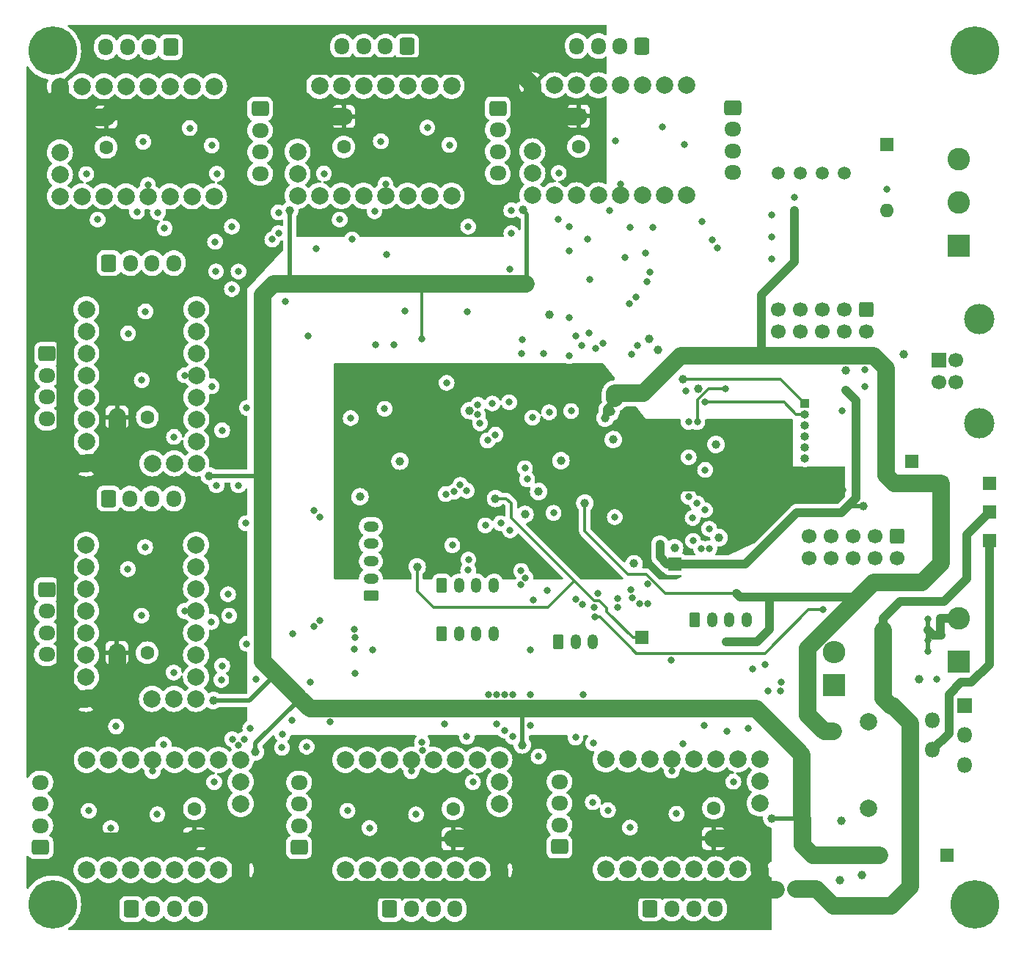
<source format=gbr>
%TF.GenerationSoftware,KiCad,Pcbnew,6.0.10*%
%TF.CreationDate,2023-02-06T19:48:00+03:00*%
%TF.ProjectId,multistepper,6d756c74-6973-4746-9570-7065722e6b69,rev?*%
%TF.SameCoordinates,Original*%
%TF.FileFunction,Copper,L3,Inr*%
%TF.FilePolarity,Positive*%
%FSLAX46Y46*%
G04 Gerber Fmt 4.6, Leading zero omitted, Abs format (unit mm)*
G04 Created by KiCad (PCBNEW 6.0.10) date 2023-02-06 19:48:00*
%MOMM*%
%LPD*%
G01*
G04 APERTURE LIST*
G04 Aperture macros list*
%AMRoundRect*
0 Rectangle with rounded corners*
0 $1 Rounding radius*
0 $2 $3 $4 $5 $6 $7 $8 $9 X,Y pos of 4 corners*
0 Add a 4 corners polygon primitive as box body*
4,1,4,$2,$3,$4,$5,$6,$7,$8,$9,$2,$3,0*
0 Add four circle primitives for the rounded corners*
1,1,$1+$1,$2,$3*
1,1,$1+$1,$4,$5*
1,1,$1+$1,$6,$7*
1,1,$1+$1,$8,$9*
0 Add four rect primitives between the rounded corners*
20,1,$1+$1,$2,$3,$4,$5,0*
20,1,$1+$1,$4,$5,$6,$7,0*
20,1,$1+$1,$6,$7,$8,$9,0*
20,1,$1+$1,$8,$9,$2,$3,0*%
G04 Aperture macros list end*
%TA.AperFunction,ComponentPad*%
%ADD10RoundRect,0.250000X0.600000X0.725000X-0.600000X0.725000X-0.600000X-0.725000X0.600000X-0.725000X0*%
%TD*%
%TA.AperFunction,ComponentPad*%
%ADD11O,1.700000X1.950000*%
%TD*%
%TA.AperFunction,ComponentPad*%
%ADD12RoundRect,0.250000X-0.725000X0.600000X-0.725000X-0.600000X0.725000X-0.600000X0.725000X0.600000X0*%
%TD*%
%TA.AperFunction,ComponentPad*%
%ADD13O,1.950000X1.700000*%
%TD*%
%TA.AperFunction,ComponentPad*%
%ADD14RoundRect,0.250000X0.625000X-0.350000X0.625000X0.350000X-0.625000X0.350000X-0.625000X-0.350000X0*%
%TD*%
%TA.AperFunction,ComponentPad*%
%ADD15O,1.750000X1.200000*%
%TD*%
%TA.AperFunction,ComponentPad*%
%ADD16RoundRect,0.250000X-0.600000X0.600000X-0.600000X-0.600000X0.600000X-0.600000X0.600000X0.600000X0*%
%TD*%
%TA.AperFunction,ComponentPad*%
%ADD17C,1.700000*%
%TD*%
%TA.AperFunction,ComponentPad*%
%ADD18RoundRect,0.250000X0.725000X-0.600000X0.725000X0.600000X-0.725000X0.600000X-0.725000X-0.600000X0*%
%TD*%
%TA.AperFunction,ComponentPad*%
%ADD19R,1.500000X1.500000*%
%TD*%
%TA.AperFunction,ComponentPad*%
%ADD20C,5.600000*%
%TD*%
%TA.AperFunction,ComponentPad*%
%ADD21R,1.600000X1.600000*%
%TD*%
%TA.AperFunction,ComponentPad*%
%ADD22O,1.600000X1.600000*%
%TD*%
%TA.AperFunction,ComponentPad*%
%ADD23C,1.600000*%
%TD*%
%TA.AperFunction,ComponentPad*%
%ADD24RoundRect,0.250000X-0.350000X-0.625000X0.350000X-0.625000X0.350000X0.625000X-0.350000X0.625000X0*%
%TD*%
%TA.AperFunction,ComponentPad*%
%ADD25O,1.200000X1.750000*%
%TD*%
%TA.AperFunction,ComponentPad*%
%ADD26RoundRect,0.250000X-0.600000X-0.725000X0.600000X-0.725000X0.600000X0.725000X-0.600000X0.725000X0*%
%TD*%
%TA.AperFunction,ComponentPad*%
%ADD27C,2.000000*%
%TD*%
%TA.AperFunction,ComponentPad*%
%ADD28R,2.600000X2.600000*%
%TD*%
%TA.AperFunction,ComponentPad*%
%ADD29C,2.600000*%
%TD*%
%TA.AperFunction,ComponentPad*%
%ADD30R,1.000000X1.000000*%
%TD*%
%TA.AperFunction,ComponentPad*%
%ADD31O,1.000000X1.000000*%
%TD*%
%TA.AperFunction,ComponentPad*%
%ADD32C,1.500000*%
%TD*%
%TA.AperFunction,ComponentPad*%
%ADD33O,2.600000X2.600000*%
%TD*%
%TA.AperFunction,ComponentPad*%
%ADD34R,1.800000X1.800000*%
%TD*%
%TA.AperFunction,ComponentPad*%
%ADD35O,1.800000X1.800000*%
%TD*%
%TA.AperFunction,ComponentPad*%
%ADD36R,1.700000X1.700000*%
%TD*%
%TA.AperFunction,ComponentPad*%
%ADD37C,3.500000*%
%TD*%
%TA.AperFunction,ViaPad*%
%ADD38C,1.000000*%
%TD*%
%TA.AperFunction,ViaPad*%
%ADD39C,0.800000*%
%TD*%
%TA.AperFunction,Conductor*%
%ADD40C,1.000000*%
%TD*%
%TA.AperFunction,Conductor*%
%ADD41C,0.500000*%
%TD*%
%TA.AperFunction,Conductor*%
%ADD42C,0.300000*%
%TD*%
%TA.AperFunction,Conductor*%
%ADD43C,2.000000*%
%TD*%
G04 APERTURE END LIST*
D10*
%TO.N,Net-(J17-Pad1)*%
%TO.C,J17*%
X99921075Y-41501827D03*
D11*
%TO.N,Net-(J17-Pad2)*%
X97421075Y-41501827D03*
%TO.N,Net-(J17-Pad3)*%
X94921075Y-41501827D03*
%TO.N,Net-(J17-Pad4)*%
X92421075Y-41501827D03*
%TD*%
D12*
%TO.N,Net-(J12-Pad1)*%
%TO.C,J12*%
X58374000Y-76974000D03*
D13*
%TO.N,Net-(J12-Pad2)*%
X58374000Y-79474000D03*
%TO.N,Net-(J12-Pad3)*%
X58374000Y-81974000D03*
%TO.N,Net-(J12-Pad4)*%
X58374000Y-84474000D03*
%TD*%
D14*
%TO.N,GND*%
%TO.C,J6*%
X95758000Y-104902000D03*
D15*
%TO.N,Net-(J6-Pad2)*%
X95758000Y-102902000D03*
%TO.N,Net-(J6-Pad3)*%
X95758000Y-100902000D03*
%TO.N,Net-(J6-Pad4)*%
X95758000Y-98902000D03*
%TO.N,Net-(J6-Pad5)*%
X95758000Y-96902000D03*
%TD*%
D16*
%TO.N,GND*%
%TO.C,J2*%
X152958800Y-71840700D03*
D17*
%TO.N,Net-(J2-Pad2)*%
X152958800Y-74380700D03*
%TO.N,Net-(J2-Pad3)*%
X150418800Y-71840700D03*
%TO.N,Net-(J2-Pad4)*%
X150418800Y-74380700D03*
%TO.N,Net-(J2-Pad5)*%
X147878800Y-71840700D03*
%TO.N,Net-(J2-Pad6)*%
X147878800Y-74380700D03*
%TO.N,Net-(J2-Pad7)*%
X145338800Y-71840700D03*
%TO.N,Net-(J2-Pad8)*%
X145338800Y-74380700D03*
%TO.N,GND*%
X142798800Y-71840700D03*
%TO.N,Net-(J2-Pad10)*%
X142798800Y-74380700D03*
%TD*%
D18*
%TO.N,Net-(J22-Pad1)*%
%TO.C,J22*%
X87466000Y-133934000D03*
D13*
%TO.N,M5_L0*%
X87466000Y-131434000D03*
%TO.N,M5_L1*%
X87466000Y-128934000D03*
%TO.N,GND*%
X87466000Y-126434000D03*
%TD*%
D19*
%TO.N,+5V*%
%TO.C,TP7*%
X161544000Y-91948000D03*
%TD*%
D20*
%TO.N,N/C*%
%TO.C,H4*%
X165500000Y-140500000D03*
%TD*%
D21*
%TO.N,Net-(R18-Pad1)*%
%TO.C,SW3*%
X155295600Y-52832000D03*
D22*
%TO.N,/CANL*%
X155295600Y-60452000D03*
%TD*%
D21*
%TO.N,/Motors/Vm*%
%TO.C,C24*%
X105246000Y-132978000D03*
D23*
%TO.N,GND*%
X105246000Y-129478000D03*
%TD*%
D24*
%TO.N,Net-(J4-Pad1)*%
%TO.C,J5*%
X103934000Y-103733600D03*
D25*
%TO.N,ADC2*%
X105934000Y-103733600D03*
%TO.N,ADC3*%
X107934000Y-103733600D03*
%TO.N,GND*%
X109934000Y-103733600D03*
%TD*%
D26*
%TO.N,Net-(J11-Pad1)*%
%TO.C,J11*%
X65500000Y-66500000D03*
D11*
%TO.N,M0_L0*%
X68000000Y-66500000D03*
%TO.N,M0_L1*%
X70500000Y-66500000D03*
%TO.N,GND*%
X73000000Y-66500000D03*
%TD*%
D27*
%TO.N,/Motors/stepper_M5/~{ENx}*%
%TO.C,XX5*%
X140640000Y-123774000D03*
%TO.N,/Motors/stepper_M5/MS1*%
X138100000Y-123774000D03*
%TO.N,/Motors/stepper_M5/MS2*%
X135560000Y-123774000D03*
%TO.N,/Motors/stepper_M5/SPR*%
X133020000Y-123774000D03*
%TO.N,/Motors/stepper_M5/U*%
X130480000Y-123774000D03*
%TO.N,/Motors/stepper_M5/CLK*%
X127940000Y-123774000D03*
%TO.N,/Motors/stepper_M5/STEPx*%
X125400000Y-123774000D03*
%TO.N,/Motors/stepper_M5/DIRx*%
X122860000Y-123774000D03*
%TO.N,GND*%
X122860000Y-136474000D03*
%TO.N,Vio*%
X125400000Y-136474000D03*
%TO.N,Net-(J21-Pad1)*%
X127940000Y-136474000D03*
%TO.N,Net-(J21-Pad2)*%
X130480000Y-136474000D03*
%TO.N,Net-(J21-Pad3)*%
X133020000Y-136474000D03*
%TO.N,Net-(J21-Pad4)*%
X135560000Y-136474000D03*
%TO.N,GND*%
X138100000Y-136474000D03*
%TO.N,/Motors/Vm*%
X140640000Y-136474000D03*
%TO.N,/Motors/DIAG4*%
X140640000Y-126314000D03*
%TO.N,unconnected-(XX5-Pad18)*%
X140640000Y-128854000D03*
%TD*%
D24*
%TO.N,Net-(J13-Pad1)*%
%TO.C,J13*%
X117380000Y-110194000D03*
D25*
%TO.N,Net-(J13-Pad2)*%
X119380000Y-110194000D03*
%TO.N,GND*%
X121380000Y-110194000D03*
%TD*%
D27*
%TO.N,/Motors/stepper_M8/~{ENx}*%
%TO.C,XX8*%
X75572000Y-116801600D03*
%TO.N,/Motors/stepper_M8/MS1*%
X75572000Y-114261600D03*
%TO.N,/Motors/stepper_M8/MS2*%
X75572000Y-111721600D03*
%TO.N,/Motors/stepper_M8/SPR*%
X75572000Y-109181600D03*
%TO.N,/Motors/stepper_M8/U*%
X75572000Y-106641600D03*
%TO.N,/Motors/stepper_M8/CLK*%
X75572000Y-104101600D03*
%TO.N,/Motors/stepper_M8/STEPx*%
X75572000Y-101561600D03*
%TO.N,/Motors/stepper_M8/DIRx*%
X75572000Y-99021600D03*
%TO.N,GND*%
X62872000Y-99021600D03*
%TO.N,Vio*%
X62872000Y-101561600D03*
%TO.N,Net-(J27-Pad1)*%
X62872000Y-104101600D03*
%TO.N,Net-(J27-Pad2)*%
X62872000Y-106641600D03*
%TO.N,Net-(J27-Pad3)*%
X62872000Y-109181600D03*
%TO.N,Net-(J27-Pad4)*%
X62872000Y-111721600D03*
%TO.N,GND*%
X62872000Y-114261600D03*
%TO.N,/Motors/Vm*%
X62872000Y-116801600D03*
%TO.N,/Motors/DIAG7*%
X73032000Y-116801600D03*
%TO.N,unconnected-(XX8-Pad18)*%
X70492000Y-116801600D03*
%TD*%
%TO.N,/Motors/stepper_M3/~{ENx}*%
%TO.C,XX3*%
X87281075Y-58727827D03*
%TO.N,/Motors/stepper_M3/MS1*%
X89821075Y-58727827D03*
%TO.N,/Motors/stepper_M3/MS2*%
X92361075Y-58727827D03*
%TO.N,/Motors/stepper_M3/SPR*%
X94901075Y-58727827D03*
%TO.N,/Motors/stepper_M3/U*%
X97441075Y-58727827D03*
%TO.N,/Motors/stepper_M3/CLK*%
X99981075Y-58727827D03*
%TO.N,/Motors/stepper_M3/STEPx*%
X102521075Y-58727827D03*
%TO.N,/Motors/stepper_M3/DIRx*%
X105061075Y-58727827D03*
%TO.N,GND*%
X105061075Y-46027827D03*
%TO.N,Vio*%
X102521075Y-46027827D03*
%TO.N,Net-(J17-Pad1)*%
X99981075Y-46027827D03*
%TO.N,Net-(J17-Pad2)*%
X97441075Y-46027827D03*
%TO.N,Net-(J17-Pad3)*%
X94901075Y-46027827D03*
%TO.N,Net-(J17-Pad4)*%
X92361075Y-46027827D03*
%TO.N,GND*%
X89821075Y-46027827D03*
%TO.N,/Motors/Vm*%
X87281075Y-46027827D03*
%TO.N,/Motors/DIAG2*%
X87281075Y-56187827D03*
%TO.N,unconnected-(XX3-Pad18)*%
X87281075Y-53647827D03*
%TD*%
D28*
%TO.N,GND*%
%TO.C,J10*%
X163576000Y-112482000D03*
D29*
%TO.N,Net-(J10-Pad2)*%
X163576000Y-107482000D03*
%TD*%
D16*
%TO.N,Net-(J3-Pad1)*%
%TO.C,J3*%
X156464000Y-98044000D03*
D17*
%TO.N,GND*%
X156464000Y-100584000D03*
%TO.N,Net-(J3-Pad3)*%
X153924000Y-98044000D03*
%TO.N,Net-(J3-Pad4)*%
X153924000Y-100584000D03*
%TO.N,Net-(J3-Pad5)*%
X151384000Y-98044000D03*
%TO.N,Net-(J3-Pad6)*%
X151384000Y-100584000D03*
%TO.N,Net-(J3-Pad7)*%
X148844000Y-98044000D03*
%TO.N,Net-(J3-Pad8)*%
X148844000Y-100584000D03*
%TO.N,Net-(J3-Pad9)*%
X146304000Y-98044000D03*
%TO.N,GND*%
X146304000Y-100584000D03*
%TD*%
D19*
%TO.N,GND*%
%TO.C,TP3*%
X167132000Y-91948000D03*
%TD*%
D30*
%TO.N,/MCU base/SWCLK*%
%TO.C,J1*%
X145821000Y-82677000D03*
D31*
%TO.N,/MCU base/SWDIO*%
X145821000Y-83947000D03*
%TO.N,GND*%
X145821000Y-85217000D03*
%TO.N,Net-(J1-Pad4)*%
X145821000Y-86487000D03*
%TO.N,/MCU base/BOOT0*%
X145821000Y-87757000D03*
%TO.N,/MCU base/NRST*%
X145821000Y-89027000D03*
%TD*%
D18*
%TO.N,Net-(J24-Pad1)*%
%TO.C,J24*%
X57604925Y-133934000D03*
D13*
%TO.N,M6_L0*%
X57604925Y-131434000D03*
%TO.N,M6_L1*%
X57604925Y-128934000D03*
%TO.N,GND*%
X57604925Y-126434000D03*
%TD*%
D20*
%TO.N,N/C*%
%TO.C,H1*%
X59000000Y-42000000D03*
%TD*%
D21*
%TO.N,/Motors/Vm*%
%TO.C,C23*%
X135306000Y-132918000D03*
D23*
%TO.N,GND*%
X135306000Y-129418000D03*
%TD*%
D10*
%TO.N,Net-(J19-Pad1)*%
%TO.C,J19*%
X127026450Y-41440000D03*
D11*
%TO.N,Net-(J19-Pad2)*%
X124526450Y-41440000D03*
%TO.N,Net-(J19-Pad3)*%
X122026450Y-41440000D03*
%TO.N,Net-(J19-Pad4)*%
X119526450Y-41440000D03*
%TD*%
D19*
%TO.N,Vdrive*%
%TO.C,TP2*%
X167132000Y-95250000D03*
%TD*%
D12*
%TO.N,Net-(J14-Pad1)*%
%TO.C,J14*%
X82974000Y-48689654D03*
D13*
%TO.N,M1_L0*%
X82974000Y-51189654D03*
%TO.N,M1_L1*%
X82974000Y-53689654D03*
%TO.N,GND*%
X82974000Y-56189654D03*
%TD*%
D20*
%TO.N,N/C*%
%TO.C,H3*%
X59000000Y-140500000D03*
%TD*%
D26*
%TO.N,Net-(J23-Pad1)*%
%TO.C,J23*%
X97940000Y-141060000D03*
D11*
%TO.N,Net-(J23-Pad2)*%
X100440000Y-141060000D03*
%TO.N,Net-(J23-Pad3)*%
X102940000Y-141060000D03*
%TO.N,Net-(J23-Pad4)*%
X105440000Y-141060000D03*
%TD*%
D26*
%TO.N,Net-(J25-Pad1)*%
%TO.C,J25*%
X68078925Y-141060000D03*
D11*
%TO.N,Net-(J25-Pad2)*%
X70578925Y-141060000D03*
%TO.N,Net-(J25-Pad3)*%
X73078925Y-141060000D03*
%TO.N,Net-(J25-Pad4)*%
X75578925Y-141060000D03*
%TD*%
D27*
%TO.N,/Motors/stepper_M4/~{ENx}*%
%TO.C,XX4*%
X114386450Y-58666000D03*
%TO.N,/Motors/stepper_M4/MS1*%
X116926450Y-58666000D03*
%TO.N,/Motors/stepper_M4/MS2*%
X119466450Y-58666000D03*
%TO.N,/Motors/stepper_M4/SPR*%
X122006450Y-58666000D03*
%TO.N,/Motors/stepper_M4/U*%
X124546450Y-58666000D03*
%TO.N,/Motors/stepper_M4/CLK*%
X127086450Y-58666000D03*
%TO.N,/Motors/stepper_M4/STEPx*%
X129626450Y-58666000D03*
%TO.N,/Motors/stepper_M4/DIRx*%
X132166450Y-58666000D03*
%TO.N,GND*%
X132166450Y-45966000D03*
%TO.N,Vio*%
X129626450Y-45966000D03*
%TO.N,Net-(J19-Pad1)*%
X127086450Y-45966000D03*
%TO.N,Net-(J19-Pad2)*%
X124546450Y-45966000D03*
%TO.N,Net-(J19-Pad3)*%
X122006450Y-45966000D03*
%TO.N,Net-(J19-Pad4)*%
X119466450Y-45966000D03*
%TO.N,GND*%
X116926450Y-45966000D03*
%TO.N,/Motors/Vm*%
X114386450Y-45966000D03*
%TO.N,/Motors/DIAG3*%
X114386450Y-56126000D03*
%TO.N,unconnected-(XX4-Pad18)*%
X114386450Y-53586000D03*
%TD*%
D20*
%TO.N,N/C*%
%TO.C,H2*%
X165500000Y-42000000D03*
%TD*%
D26*
%TO.N,Net-(J21-Pad1)*%
%TO.C,J21*%
X128000000Y-141000000D03*
D11*
%TO.N,Net-(J21-Pad2)*%
X130500000Y-141000000D03*
%TO.N,Net-(J21-Pad3)*%
X133000000Y-141000000D03*
%TO.N,Net-(J21-Pad4)*%
X135500000Y-141000000D03*
%TD*%
D21*
%TO.N,/Motors/Vm*%
%TO.C,C21*%
X92615075Y-49583827D03*
D23*
%TO.N,GND*%
X92615075Y-53083827D03*
%TD*%
D21*
%TO.N,/Motors/Vm*%
%TO.C,C22*%
X119720450Y-49522000D03*
D23*
%TO.N,GND*%
X119720450Y-53022000D03*
%TD*%
D12*
%TO.N,Net-(J18-Pad1)*%
%TO.C,J18*%
X137500450Y-48566000D03*
D13*
%TO.N,M3_L0*%
X137500450Y-51066000D03*
%TO.N,M3_L1*%
X137500450Y-53566000D03*
%TO.N,GND*%
X137500450Y-56066000D03*
%TD*%
D32*
%TO.N,GND*%
%TO.C,Q1*%
X142798800Y-56083200D03*
%TO.N,Net-(C10-Pad1)*%
X145338800Y-56083200D03*
%TO.N,Earth*%
X147878800Y-56083200D03*
%TO.N,Net-(C11-Pad1)*%
X150418800Y-56083200D03*
%TD*%
D27*
%TO.N,/Motors/stepper_M6/~{ENx}*%
%TO.C,XX6*%
X110580000Y-123834000D03*
%TO.N,/Motors/stepper_M6/MS1*%
X108040000Y-123834000D03*
%TO.N,/Motors/stepper_M6/MS2*%
X105500000Y-123834000D03*
%TO.N,/Motors/stepper_M6/SPR*%
X102960000Y-123834000D03*
%TO.N,/Motors/stepper_M6/U*%
X100420000Y-123834000D03*
%TO.N,/Motors/stepper_M6/CLK*%
X97880000Y-123834000D03*
%TO.N,/Motors/stepper_M6/STEPx*%
X95340000Y-123834000D03*
%TO.N,/Motors/stepper_M6/DIRx*%
X92800000Y-123834000D03*
%TO.N,GND*%
X92800000Y-136534000D03*
%TO.N,Vio*%
X95340000Y-136534000D03*
%TO.N,Net-(J23-Pad1)*%
X97880000Y-136534000D03*
%TO.N,Net-(J23-Pad2)*%
X100420000Y-136534000D03*
%TO.N,Net-(J23-Pad3)*%
X102960000Y-136534000D03*
%TO.N,Net-(J23-Pad4)*%
X105500000Y-136534000D03*
%TO.N,GND*%
X108040000Y-136534000D03*
%TO.N,/Motors/Vm*%
X110580000Y-136534000D03*
%TO.N,/Motors/DIAG5*%
X110580000Y-126374000D03*
%TO.N,unconnected-(XX6-Pad18)*%
X110580000Y-128914000D03*
%TD*%
D28*
%TO.N,Net-(D26-Pad1)*%
%TO.C,D26*%
X149250400Y-115194400D03*
D33*
%TO.N,GND*%
X149250400Y-111384400D03*
%TD*%
D19*
%TO.N,+3.3VADC*%
%TO.C,TP6*%
X127000000Y-109728000D03*
%TD*%
D21*
%TO.N,/Motors/Vm*%
%TO.C,C19*%
X66456000Y-84280000D03*
D23*
%TO.N,GND*%
X69956000Y-84280000D03*
%TD*%
D34*
%TO.N,Vdrive*%
%TO.C,U5*%
X164287200Y-117602000D03*
D35*
%TO.N,Net-(D26-Pad1)*%
X160587200Y-119302000D03*
%TO.N,GND*%
X164287200Y-121002000D03*
%TO.N,Net-(C17-Pad1)*%
X160587200Y-122702000D03*
%TO.N,GND*%
X164287200Y-124402000D03*
%TD*%
D12*
%TO.N,Net-(J27-Pad1)*%
%TO.C,J27*%
X58346000Y-104161600D03*
D13*
%TO.N,Net-(J27-Pad2)*%
X58346000Y-106661600D03*
%TO.N,Net-(J27-Pad3)*%
X58346000Y-109161600D03*
%TO.N,Net-(J27-Pad4)*%
X58346000Y-111661600D03*
%TD*%
D24*
%TO.N,GND*%
%TO.C,J7*%
X133144000Y-107704800D03*
D25*
%TO.N,Net-(J7-Pad2)*%
X135144000Y-107704800D03*
%TO.N,Net-(J7-Pad3)*%
X137144000Y-107704800D03*
%TO.N,Net-(J7-Pad4)*%
X139144000Y-107704800D03*
%TD*%
D19*
%TO.N,Net-(C17-Pad1)*%
%TO.C,TP4*%
X167132000Y-98552000D03*
%TD*%
D10*
%TO.N,Net-(J15-Pad1)*%
%TO.C,J15*%
X72644000Y-41563654D03*
D11*
%TO.N,Net-(J15-Pad2)*%
X70144000Y-41563654D03*
%TO.N,Net-(J15-Pad3)*%
X67644000Y-41563654D03*
%TO.N,Net-(J15-Pad4)*%
X65144000Y-41563654D03*
%TD*%
D27*
%TO.N,Net-(C17-Pad1)*%
%TO.C,L1*%
X153162000Y-129409200D03*
%TO.N,Net-(D26-Pad1)*%
X153162000Y-119409200D03*
%TD*%
D21*
%TO.N,/Motors/Vm*%
%TO.C,C20*%
X65194000Y-49645654D03*
D23*
%TO.N,GND*%
X65194000Y-53145654D03*
%TD*%
D27*
%TO.N,/Motors/stepper_M2/~{ENx}*%
%TO.C,XX2*%
X59860000Y-58789654D03*
%TO.N,/Motors/stepper_M2/MS1*%
X62400000Y-58789654D03*
%TO.N,/Motors/stepper_M2/MS2*%
X64940000Y-58789654D03*
%TO.N,/Motors/stepper_M2/SPR*%
X67480000Y-58789654D03*
%TO.N,/Motors/stepper_M2/U*%
X70020000Y-58789654D03*
%TO.N,/Motors/stepper_M2/CLK*%
X72560000Y-58789654D03*
%TO.N,/Motors/stepper_M2/STEPx*%
X75100000Y-58789654D03*
%TO.N,/Motors/stepper_M2/DIRx*%
X77640000Y-58789654D03*
%TO.N,GND*%
X77640000Y-46089654D03*
%TO.N,Vio*%
X75100000Y-46089654D03*
%TO.N,Net-(J15-Pad1)*%
X72560000Y-46089654D03*
%TO.N,Net-(J15-Pad2)*%
X70020000Y-46089654D03*
%TO.N,Net-(J15-Pad3)*%
X67480000Y-46089654D03*
%TO.N,Net-(J15-Pad4)*%
X64940000Y-46089654D03*
%TO.N,GND*%
X62400000Y-46089654D03*
%TO.N,/Motors/Vm*%
X59860000Y-46089654D03*
%TO.N,/Motors/DIAG1*%
X59860000Y-56249654D03*
%TO.N,unconnected-(XX2-Pad18)*%
X59860000Y-53709654D03*
%TD*%
D28*
%TO.N,/CANL*%
%TO.C,J9*%
X163576000Y-64516000D03*
D29*
%TO.N,Earth*%
X163576000Y-59516000D03*
%TO.N,/CANH*%
X163576000Y-54516000D03*
%TD*%
D21*
%TO.N,/Motors/Vm*%
%TO.C,C25*%
X75384925Y-132978000D03*
D23*
%TO.N,GND*%
X75384925Y-129478000D03*
%TD*%
D27*
%TO.N,/Motors/stepper_M7/~{ENx}*%
%TO.C,XX7*%
X80718925Y-123834000D03*
%TO.N,/Motors/stepper_M7/MS1*%
X78178925Y-123834000D03*
%TO.N,/Motors/stepper_M7/MS2*%
X75638925Y-123834000D03*
%TO.N,/Motors/stepper_M7/SPR*%
X73098925Y-123834000D03*
%TO.N,/Motors/stepper_M7/U*%
X70558925Y-123834000D03*
%TO.N,/Motors/stepper_M7/CLK*%
X68018925Y-123834000D03*
%TO.N,/Motors/stepper_M7/STEPx*%
X65478925Y-123834000D03*
%TO.N,/Motors/stepper_M7/DIRx*%
X62938925Y-123834000D03*
%TO.N,GND*%
X62938925Y-136534000D03*
%TO.N,Vio*%
X65478925Y-136534000D03*
%TO.N,Net-(J25-Pad1)*%
X68018925Y-136534000D03*
%TO.N,Net-(J25-Pad2)*%
X70558925Y-136534000D03*
%TO.N,Net-(J25-Pad3)*%
X73098925Y-136534000D03*
%TO.N,Net-(J25-Pad4)*%
X75638925Y-136534000D03*
%TO.N,GND*%
X78178925Y-136534000D03*
%TO.N,/Motors/Vm*%
X80718925Y-136534000D03*
%TO.N,/Motors/DIAG6*%
X80718925Y-126374000D03*
%TO.N,unconnected-(XX7-Pad18)*%
X80718925Y-128914000D03*
%TD*%
D26*
%TO.N,Net-(J26-Pad1)*%
%TO.C,J26*%
X65472000Y-93687600D03*
D11*
%TO.N,M7_L0*%
X67972000Y-93687600D03*
%TO.N,M7_L1*%
X70472000Y-93687600D03*
%TO.N,GND*%
X72972000Y-93687600D03*
%TD*%
D24*
%TO.N,Net-(J4-Pad1)*%
%TO.C,J4*%
X103934000Y-109321600D03*
D25*
%TO.N,ADC0*%
X105934000Y-109321600D03*
%TO.N,ADC1*%
X107934000Y-109321600D03*
%TO.N,GND*%
X109934000Y-109321600D03*
%TD*%
D18*
%TO.N,Net-(J20-Pad1)*%
%TO.C,J20*%
X117526000Y-133874000D03*
D13*
%TO.N,M4_L0*%
X117526000Y-131374000D03*
%TO.N,M4_L1*%
X117526000Y-128874000D03*
%TO.N,GND*%
X117526000Y-126374000D03*
%TD*%
D12*
%TO.N,Net-(J16-Pad1)*%
%TO.C,J16*%
X110395075Y-48627827D03*
D13*
%TO.N,M2_L0*%
X110395075Y-51127827D03*
%TO.N,M2_L1*%
X110395075Y-53627827D03*
%TO.N,GND*%
X110395075Y-56127827D03*
%TD*%
D19*
%TO.N,Vio*%
%TO.C,TP8*%
X162255200Y-134823200D03*
%TD*%
%TO.N,+3V3*%
%TO.C,TP5*%
X130810000Y-101244400D03*
%TD*%
D21*
%TO.N,/Motors/Vm*%
%TO.C,C26*%
X66428000Y-111467600D03*
D23*
%TO.N,GND*%
X69928000Y-111467600D03*
%TD*%
D27*
%TO.N,/Motors/stepper_M1/~{ENx}*%
%TO.C,XX1*%
X75600000Y-89614000D03*
%TO.N,/Motors/stepper_M1/MS1*%
X75600000Y-87074000D03*
%TO.N,/Motors/stepper_M1/MS2*%
X75600000Y-84534000D03*
%TO.N,/Motors/stepper_M1/SPR*%
X75600000Y-81994000D03*
%TO.N,/Motors/stepper_M1/U*%
X75600000Y-79454000D03*
%TO.N,/Motors/stepper_M1/CLK*%
X75600000Y-76914000D03*
%TO.N,/Motors/stepper_M1/STEPx*%
X75600000Y-74374000D03*
%TO.N,/Motors/stepper_M1/DIRx*%
X75600000Y-71834000D03*
%TO.N,GND*%
X62900000Y-71834000D03*
%TO.N,Vio*%
X62900000Y-74374000D03*
%TO.N,Net-(J12-Pad1)*%
X62900000Y-76914000D03*
%TO.N,Net-(J12-Pad2)*%
X62900000Y-79454000D03*
%TO.N,Net-(J12-Pad3)*%
X62900000Y-81994000D03*
%TO.N,Net-(J12-Pad4)*%
X62900000Y-84534000D03*
%TO.N,GND*%
X62900000Y-87074000D03*
%TO.N,/Motors/Vm*%
X62900000Y-89614000D03*
%TO.N,/Motors/DIAG0*%
X73060000Y-89614000D03*
%TO.N,unconnected-(XX1-Pad18)*%
X70520000Y-89614000D03*
%TD*%
D36*
%TO.N,/VB*%
%TO.C,J8*%
X161290000Y-77730000D03*
D17*
%TO.N,Net-(J8-Pad2)*%
X161290000Y-80230000D03*
%TO.N,Net-(J8-Pad3)*%
X163290000Y-80230000D03*
%TO.N,GND*%
X163290000Y-77730000D03*
D37*
X166000000Y-72960000D03*
X166000000Y-85000000D03*
%TD*%
D19*
%TO.N,Net-(D22-Pad1)*%
%TO.C,TP1*%
X158167500Y-89348000D03*
%TD*%
D38*
%TO.N,GND*%
X149910800Y-137749000D03*
D39*
X99669600Y-72034400D03*
X121412000Y-121909100D03*
X88493600Y-74930000D03*
D38*
X94488000Y-93472000D03*
D39*
X114401600Y-84328000D03*
D38*
X127863600Y-75285600D03*
X152450000Y-137174000D03*
D39*
X142033000Y-66040000D03*
D38*
X117683600Y-89306400D03*
X115112800Y-92863500D03*
D39*
X101650800Y-121818400D03*
D38*
X113538000Y-95504000D03*
D39*
X125120400Y-65887600D03*
D38*
X116332000Y-72440800D03*
D39*
X77978000Y-56184800D03*
X89458800Y-64871600D03*
D38*
X135585200Y-87426800D03*
D39*
X161086800Y-114503200D03*
X130454400Y-112369600D03*
D38*
X126136400Y-101193600D03*
X135940800Y-98196400D03*
X150063200Y-130860800D03*
D39*
X86715600Y-109321600D03*
D38*
X107137200Y-83515200D03*
D39*
X127457200Y-65328800D03*
D38*
X130810000Y-99364800D03*
X123734800Y-86868000D03*
X159004000Y-114503200D03*
X157276800Y-77012800D03*
D39*
X86664800Y-119278400D03*
D38*
X133578600Y-80975200D03*
X99110800Y-89357200D03*
D39*
X121056400Y-68427600D03*
%TO.N,/MCU base/NRST*%
X113538000Y-90170000D03*
X97332800Y-83312000D03*
%TO.N,/MCU base/BOOT0*%
X116332000Y-83718400D03*
X150164800Y-83548000D03*
D38*
%TO.N,+3V3*%
X150600000Y-78870400D03*
D39*
X129133600Y-98958400D03*
D38*
X152603200Y-94538800D03*
D39*
X129133600Y-100431600D03*
D38*
X150600000Y-81200000D03*
D39*
%TO.N,/MCU base/BTN1*%
X133432503Y-84836000D03*
X136652000Y-80975189D03*
%TO.N,/MCU base/BTN2_SDA*%
X132433000Y-84836000D03*
%TO.N,/MCU base/SWDIO*%
X134333000Y-82561000D03*
%TO.N,/MCU base/BTN3_SCL*%
X132130800Y-81280000D03*
D38*
%TO.N,/MCU base/SWCLK*%
X128879600Y-76504800D03*
X131792223Y-79925423D03*
D39*
%TO.N,M4_L0*%
X132435600Y-88900000D03*
X119380000Y-121259600D03*
X143103600Y-114858800D03*
%TO.N,M4_L1*%
X134333000Y-90361500D03*
X121361200Y-128727200D03*
%TO.N,/MCU base/BTN4*%
X122508007Y-75782947D03*
%TO.N,/MCU base/BTN5*%
X121666000Y-76327000D03*
%TO.N,/MCU base/BTN6*%
X120904000Y-74574400D03*
%TO.N,M3_L1*%
X135788400Y-64719200D03*
X125882400Y-77012800D03*
X127579800Y-68681600D03*
%TO.N,M3_L0*%
X126492000Y-76036700D03*
X135128000Y-63855600D03*
X127965200Y-67513200D03*
%TO.N,M2_L1*%
X120079500Y-75996800D03*
%TO.N,M2_L0*%
X119380000Y-74930000D03*
%TO.N,M1_L0*%
X113205734Y-75363866D03*
X113182400Y-76911200D03*
%TO.N,M1_L1*%
X115671600Y-76911200D03*
%TO.N,/MCU base/SCRN_DCRS*%
X134808000Y-99435500D03*
%TO.N,/MCU base/SCRN_SCK*%
X133858000Y-99435500D03*
%TO.N,/MCU base/SCRN_MISO*%
X132943600Y-98552000D03*
%TO.N,/MCU base/SCRN_MOSI*%
X134808000Y-97160500D03*
%TO.N,/MCU base/SCRN_RST*%
X132892800Y-95910400D03*
%TO.N,/MCU base/SCRN_CS*%
X134315200Y-94996000D03*
%TO.N,M6_L1*%
X121564400Y-106273600D03*
X127696000Y-105785500D03*
X124216900Y-106273600D03*
%TO.N,M6_L0*%
X121909100Y-104597200D03*
X126746000Y-105785500D03*
X124216900Y-105237706D03*
%TO.N,M5_L1*%
X133400800Y-94234000D03*
%TO.N,M5_L0*%
X132435600Y-93472000D03*
%TO.N,/MCU base/A0*%
X105156000Y-99060000D03*
%TO.N,/MCU base/A1*%
X108966000Y-96774000D03*
%TO.N,/MCU base/A2*%
X110744000Y-96520000D03*
%TO.N,/MCU base/A3*%
X111815000Y-97337000D03*
%TO.N,/MCU base/A4*%
X116840000Y-95331600D03*
%TO.N,/MCU base/A5*%
X113792000Y-91440000D03*
%TO.N,ADC4*%
X121617266Y-107342466D03*
X147980400Y-106527600D03*
%TO.N,+5V*%
X144627600Y-60401200D03*
X136804400Y-110236000D03*
D38*
X146202400Y-118668800D03*
X122783600Y-84378800D03*
X149098000Y-120548400D03*
X137972800Y-104648000D03*
X155197900Y-90973600D03*
X120446800Y-94202100D03*
X143446500Y-67576700D03*
X123494800Y-83667600D03*
D39*
%TO.N,ADC0*%
X107004000Y-100722000D03*
D38*
%TO.N,Vdrive*%
X147167600Y-138734800D03*
X145999200Y-138734800D03*
D39*
X154905000Y-111379000D03*
D38*
X144743000Y-138836400D03*
D39*
X154905000Y-110109000D03*
X154905000Y-108839000D03*
D38*
X149088128Y-140655328D03*
D39*
X154889200Y-112268000D03*
%TO.N,ADC1*%
X106982978Y-101953778D03*
%TO.N,MUL0*%
X109778800Y-82702400D03*
%TO.N,MUL1*%
X108102400Y-82854800D03*
%TO.N,MUL2*%
X108102400Y-83972400D03*
%TO.N,MUL_EN*%
X108356400Y-84988400D03*
%TO.N,M1_DIR*%
X71944000Y-62483654D03*
X77774800Y-64047900D03*
D38*
%TO.N,+3.3VADC*%
X101092000Y-101549200D03*
X110134400Y-93675200D03*
D39*
%TO.N,USART3_TX*%
X123901200Y-95808800D03*
%TO.N,M6_STEP*%
X93882532Y-113842800D03*
X93878400Y-111099600D03*
%TO.N,M5_DIR*%
X141274800Y-112877600D03*
X139801600Y-113385600D03*
%TO.N,USB_DM*%
X152786500Y-80712000D03*
%TO.N,USB_DP*%
X152786500Y-78812000D03*
%TO.N,M4_DIR*%
X141579600Y-115925600D03*
X143052800Y-115925600D03*
%TO.N,CAN_RX*%
X125577600Y-71170800D03*
X142033000Y-60960000D03*
%TO.N,CAN_TX*%
X126390400Y-70459600D03*
X142033000Y-63500000D03*
%TO.N,USART2_TX*%
X118872000Y-83566000D03*
%TO.N,M3_STEP*%
X128270000Y-62382400D03*
X125670450Y-62360000D03*
%TO.N,Net-(C10-Pad1)*%
X144627600Y-58864700D03*
%TO.N,/MCU base/MOT_MUL0*%
X104394000Y-93167200D03*
%TO.N,/MCU base/MOT_MUL1*%
X105359802Y-92889531D03*
%TO.N,/MCU base/MOT_MUL2*%
X106070400Y-92100400D03*
%TO.N,/MCU base/MOT_MUL_EN*%
X106832400Y-92760800D03*
%TO.N,/MCU base/OUT1*%
X125780800Y-104241600D03*
%TO.N,/MCU base/OUT0*%
X127696000Y-103510500D03*
%TO.N,/MCU base/OUT2*%
X125964204Y-105122384D03*
%TO.N,/CANH*%
X155295600Y-57938000D03*
D38*
%TO.N,Net-(J10-Pad2)*%
X161544000Y-109423200D03*
X161482400Y-107482000D03*
D39*
X160055000Y-107569000D03*
X160070800Y-110083600D03*
X160070800Y-108864400D03*
X160070800Y-111353600D03*
D38*
%TO.N,/Motors/Vm*%
X142544800Y-138836400D03*
X139598400Y-138836400D03*
X138074400Y-138836400D03*
X141020800Y-138836400D03*
D39*
%TO.N,/Motors/USART0-3*%
X79705200Y-62280800D03*
X118618000Y-62280800D03*
X133959600Y-61671200D03*
X104807075Y-52853827D03*
X118618000Y-77216000D03*
X131912450Y-52792000D03*
X118618000Y-72796400D03*
X79705200Y-69494400D03*
X106984800Y-62280800D03*
X77386000Y-52915654D03*
X69726000Y-72088000D03*
X118618000Y-65125600D03*
%TO.N,/Motors/MOSI*%
X117434450Y-56094000D03*
X78587600Y-85801200D03*
X80467200Y-122174000D03*
X77670925Y-126406000D03*
X113095200Y-103625600D03*
X136855200Y-120548400D03*
X107532000Y-126406000D03*
X78587600Y-112979200D03*
X112115600Y-116281200D03*
X106832400Y-121158000D03*
X73028000Y-86566000D03*
X73000000Y-113753600D03*
X62908000Y-56217654D03*
X117348000Y-61468000D03*
X112115600Y-121158000D03*
X92151200Y-61468000D03*
X64211200Y-61468000D03*
X137592000Y-126346000D03*
X90329075Y-56155827D03*
%TO.N,/Motors/SCK*%
X110286800Y-119735600D03*
X84378800Y-63754000D03*
X81432400Y-83210400D03*
X81432400Y-110439200D03*
X69278500Y-107186499D03*
X93573600Y-63754000D03*
X100964899Y-130127500D03*
X96896176Y-52434327D03*
X69475101Y-52496154D03*
X120751600Y-63754000D03*
X131024899Y-130067500D03*
X81838800Y-120192800D03*
X134264400Y-119837200D03*
X69306500Y-79998899D03*
X110286800Y-116281200D03*
X104241600Y-119735600D03*
X71103824Y-130127500D03*
X113095200Y-102025600D03*
X124001551Y-52372500D03*
%TO.N,/Motors/MISO*%
X111201200Y-116281200D03*
X111963200Y-60401200D03*
X81127600Y-121462800D03*
X80467200Y-92151200D03*
X111963200Y-63042800D03*
X113588800Y-102819200D03*
X85090000Y-60655200D03*
X77876400Y-67462400D03*
X77927200Y-92151200D03*
X111201200Y-120446800D03*
X85496400Y-122428000D03*
X79756000Y-121462800D03*
X80467200Y-67462400D03*
X85547200Y-120904000D03*
X115112800Y-123444000D03*
X85090000Y-63042800D03*
%TO.N,/Motors/USART4-7*%
X63192925Y-129708000D03*
X82499200Y-114554000D03*
X93054000Y-129708000D03*
X78486000Y-114604800D03*
X91033600Y-119481600D03*
X123114000Y-129648000D03*
X66344800Y-119989600D03*
X120294400Y-116281200D03*
X81330800Y-96520000D03*
X69698000Y-99275600D03*
%TO.N,/Motors/DIAG4*%
X95961200Y-111150400D03*
X114147600Y-119848100D03*
X139344400Y-120243600D03*
X114147600Y-116281200D03*
X96266000Y-75946000D03*
X114147600Y-111150400D03*
X98399600Y-75931500D03*
%TO.N,/Motors/DIAG6*%
X93929200Y-109677200D03*
X88341200Y-122326400D03*
X88773000Y-114833400D03*
%TO.N,/Motors/DIAG7*%
X93878400Y-108762800D03*
%TO.N,/Motors/DIAG5*%
X109321600Y-116281200D03*
%TO.N,/Motors/DIAG3*%
X104495600Y-80314800D03*
X106881134Y-72138066D03*
X111810800Y-67208400D03*
%TO.N,/Motors/DIAG0*%
X93421200Y-84378800D03*
%TO.N,/Motors/DIAG1*%
X85902800Y-70967600D03*
%TO.N,/Motors/DIAG2*%
X97586800Y-65481200D03*
%TO.N,/Motors/stepper_M1/U*%
X74279200Y-79454000D03*
X67726000Y-74628000D03*
%TO.N,/Motors/stepper_M1/~{ENx}*%
X77378000Y-80724000D03*
%TO.N,/MCU base/USART1_RX*%
X114503200Y-105359200D03*
%TO.N,/MCU base/USART1_TX*%
X116078000Y-104292400D03*
%TO.N,M0_L1*%
X110134400Y-86309200D03*
%TO.N,M0_L0*%
X109220000Y-86969600D03*
%TO.N,M7_L0*%
X89865200Y-107746800D03*
X89865200Y-95859600D03*
X119430800Y-105308400D03*
%TO.N,M7_L1*%
X89154000Y-95097600D03*
X89154000Y-108458000D03*
X120142000Y-105918000D03*
%TO.N,M7_DIR*%
X79400400Y-107188000D03*
X79266000Y-104717600D03*
D38*
%TO.N,MCU3v3*%
X113385600Y-86156800D03*
D39*
X115112800Y-94588500D03*
D38*
X119938800Y-86106000D03*
X124815600Y-84124800D03*
X109169200Y-79400400D03*
X125222000Y-95046800D03*
X150164800Y-92728000D03*
D39*
X100584000Y-100056000D03*
%TO.N,/Motors/stepper_M2/U*%
X70020000Y-57468854D03*
X74846000Y-50915654D03*
%TO.N,/Motors/stepper_M2/STEPx*%
X71170800Y-60655200D03*
%TO.N,/Motors/stepper_M2/~{ENx}*%
X68750000Y-60567654D03*
%TO.N,/Motors/stepper_M3/U*%
X97441075Y-57407027D03*
X102267075Y-50853827D03*
%TO.N,/Motors/stepper_M3/~{ENx}*%
X96171075Y-60505827D03*
%TO.N,/Motors/stepper_M4/U*%
X129372450Y-50792000D03*
X124546450Y-57345200D03*
%TO.N,/Motors/stepper_M4/~{ENx}*%
X123276450Y-60444000D03*
%TO.N,/Motors/stepper_M5/U*%
X125654000Y-131648000D03*
X130480000Y-125094800D03*
%TO.N,/Motors/stepper_M5/~{ENx}*%
X131750000Y-121996000D03*
%TO.N,/Motors/stepper_M6/U*%
X95594000Y-131708000D03*
X100420000Y-125154800D03*
%TO.N,/Motors/stepper_M6/~{ENx}*%
X101690000Y-122783600D03*
%TO.N,/Motors/stepper_M7/U*%
X65732925Y-131708000D03*
X70558925Y-125154800D03*
%TO.N,/Motors/stepper_M7/~{ENx}*%
X71828925Y-122056000D03*
%TO.N,/Motors/stepper_M8/U*%
X67698000Y-101815600D03*
X74251200Y-106641600D03*
%TO.N,/Motors/stepper_M8/~{ENx}*%
X77350000Y-107911600D03*
%TO.N,/MCU base/Diagn*%
X111709200Y-82550000D03*
D38*
%TO.N,Vio*%
X77114400Y-91084400D03*
X82448400Y-122936000D03*
X149910800Y-134874000D03*
X86410800Y-60401200D03*
X113284000Y-60350400D03*
X142036800Y-130606800D03*
X77571600Y-116992400D03*
X154482800Y-134874000D03*
D39*
X101650800Y-75285600D03*
D38*
X152450000Y-134874000D03*
X113233200Y-122123200D03*
%TD*%
D40*
%TO.N,+3V3*%
X151739600Y-93624400D02*
X150825200Y-94538800D01*
X129130895Y-98953193D02*
X129130895Y-100426393D01*
X151739600Y-82339600D02*
X150600000Y-81200000D01*
X144932400Y-95300800D02*
X150063200Y-95300800D01*
X151739600Y-93624400D02*
X151739600Y-82339600D01*
D41*
X152603200Y-94538800D02*
X150825200Y-94538800D01*
D40*
X129946400Y-101244400D02*
X129133600Y-100431600D01*
X138988800Y-101244400D02*
X144932400Y-95300800D01*
X130810000Y-101244400D02*
X129946400Y-101244400D01*
X130810000Y-101244400D02*
X138988800Y-101244400D01*
X150825200Y-94538800D02*
X150063200Y-95300800D01*
D42*
%TO.N,/MCU base/BTN1*%
X133432503Y-84836000D02*
X133432503Y-82315097D01*
X133432503Y-82315097D02*
X134772411Y-80975189D01*
X134772411Y-80975189D02*
X136652000Y-80975189D01*
%TO.N,/MCU base/SWDIO*%
X145821000Y-83947000D02*
X144821002Y-83947000D01*
X143435002Y-82561000D02*
X134333000Y-82561000D01*
X144821002Y-83947000D02*
X143435002Y-82561000D01*
%TO.N,/MCU base/SWCLK*%
X131792223Y-79925423D02*
X143069423Y-79925423D01*
X143069423Y-79925423D02*
X145821000Y-82677000D01*
%TO.N,ADC4*%
X146253200Y-106527600D02*
X141224000Y-111556800D01*
X122176066Y-107342466D02*
X121617266Y-107342466D01*
X147980400Y-106527600D02*
X146253200Y-106527600D01*
X125907800Y-111074200D02*
X122176066Y-107342466D01*
X126390400Y-111556800D02*
X125907800Y-111074200D01*
X141224000Y-111556800D02*
X126390400Y-111556800D01*
D43*
%TO.N,+5V*%
X148082000Y-120548400D02*
X146202400Y-118668800D01*
X140833600Y-77200000D02*
X153795800Y-77200000D01*
X123901200Y-82143600D02*
X123901200Y-81534000D01*
D40*
X140309600Y-110236000D02*
X136804400Y-110236000D01*
D41*
X122783600Y-83261200D02*
X123901200Y-82143600D01*
X123494800Y-82550000D02*
X123901200Y-82143600D01*
D43*
X149098000Y-120548400D02*
X148082000Y-120548400D01*
D40*
X141757400Y-108788200D02*
X140309600Y-110236000D01*
D42*
X129752048Y-104648000D02*
X137972800Y-104648000D01*
D41*
X123494800Y-83667600D02*
X123494800Y-82550000D01*
D43*
X161544000Y-101142800D02*
X161544000Y-91948000D01*
D41*
X123494800Y-83667600D02*
X122783600Y-84378800D01*
D43*
X155197900Y-78602100D02*
X155197900Y-90973600D01*
D42*
X120446800Y-94202100D02*
X120446800Y-97434400D01*
D40*
X141757400Y-105029000D02*
X138353800Y-105029000D01*
X143446500Y-67576700D02*
X144627600Y-66395600D01*
X140833600Y-70189600D02*
X143446500Y-67576700D01*
X138353800Y-105029000D02*
X137972800Y-104648000D01*
D43*
X127166000Y-81534000D02*
X131500000Y-77200000D01*
X159359600Y-103327200D02*
X161544000Y-101142800D01*
X131500000Y-77200000D02*
X140833600Y-77200000D01*
X156172300Y-91948000D02*
X155197900Y-90973600D01*
X161544000Y-91948000D02*
X157276800Y-91948000D01*
X123901200Y-81534000D02*
X127166000Y-81534000D01*
X146202400Y-118668800D02*
X146202400Y-110947200D01*
D40*
X141757400Y-105029000D02*
X141757400Y-108788200D01*
D42*
X125407911Y-102395511D02*
X127499559Y-102395511D01*
D43*
X157276800Y-91948000D02*
X156172300Y-91948000D01*
D42*
X127499559Y-102395511D02*
X129752048Y-104648000D01*
D40*
X144627600Y-66395600D02*
X144627600Y-60401200D01*
D43*
X153795800Y-77200000D02*
X155197900Y-78602100D01*
X146202400Y-110947200D02*
X152120600Y-105029000D01*
X153822400Y-103327200D02*
X159359600Y-103327200D01*
D40*
X152120600Y-105029000D02*
X141757400Y-105029000D01*
X140833600Y-77200000D02*
X140833600Y-70189600D01*
D41*
X122783600Y-84378800D02*
X122783600Y-83261200D01*
D43*
X152120600Y-105029000D02*
X153822400Y-103327200D01*
D42*
X120446800Y-97434400D02*
X125407911Y-102395511D01*
D40*
%TO.N,Vdrive*%
X167132000Y-95250000D02*
X164541200Y-97840800D01*
D43*
X157988000Y-119583200D02*
X157988000Y-138531600D01*
X154905000Y-111379000D02*
X154905000Y-112252200D01*
X147157728Y-138724928D02*
X145989328Y-138724928D01*
X154905000Y-110109000D02*
X154905000Y-111379000D01*
X155702000Y-117551200D02*
X155956000Y-117551200D01*
X157978128Y-138521728D02*
X155844528Y-140655328D01*
X155956000Y-117551200D02*
X157988000Y-119583200D01*
X145989328Y-138724928D02*
X144834728Y-138724928D01*
D40*
X164541200Y-97840800D02*
X164541200Y-102971600D01*
X156794200Y-105587800D02*
X161925000Y-105587800D01*
X154905000Y-107477000D02*
X154905000Y-108839000D01*
D43*
X154889200Y-116738400D02*
X155702000Y-117551200D01*
D40*
X156794200Y-105587800D02*
X154905000Y-107477000D01*
D43*
X154889200Y-112268000D02*
X154889200Y-116738400D01*
X149088128Y-140655328D02*
X147157728Y-138724928D01*
D40*
X161925000Y-105587800D02*
X164541200Y-102971600D01*
D43*
X154905000Y-108839000D02*
X154905000Y-110109000D01*
X155844528Y-140655328D02*
X149088128Y-140655328D01*
D42*
%TO.N,+3.3VADC*%
X119253000Y-103200200D02*
X121513600Y-105460800D01*
X111404400Y-93675200D02*
X111963200Y-94234000D01*
X101092000Y-104343200D02*
X101092000Y-101549200D01*
X103022400Y-106273600D02*
X101708000Y-104959200D01*
X122123200Y-105460800D02*
X122986800Y-106324400D01*
X121513600Y-105460800D02*
X122123200Y-105460800D01*
X111963200Y-94234000D02*
X111963200Y-95910400D01*
X111963200Y-95910400D02*
X119253000Y-103200200D01*
X122986800Y-106324400D02*
X122986800Y-106730800D01*
X110134400Y-93675200D02*
X111404400Y-93675200D01*
X125984000Y-109728000D02*
X127000000Y-109728000D01*
X101708000Y-104959200D02*
X101092000Y-104343200D01*
X119253000Y-103200200D02*
X116179600Y-106273600D01*
X122986800Y-106730800D02*
X125984000Y-109728000D01*
X116179600Y-106273600D02*
X103022400Y-106273600D01*
D40*
%TO.N,Net-(C17-Pad1)*%
X163880800Y-114909600D02*
X165049200Y-114909600D01*
X167132000Y-112826800D02*
X167132000Y-98552000D01*
X162509200Y-116281200D02*
X163880800Y-114909600D01*
X162509200Y-120780000D02*
X162509200Y-116281200D01*
X165049200Y-114909600D02*
X167132000Y-112826800D01*
X160587200Y-122702000D02*
X162509200Y-120780000D01*
%TO.N,Net-(J10-Pad2)*%
X160629600Y-109423200D02*
X160070800Y-108864400D01*
X161482400Y-107482000D02*
X161482400Y-109361600D01*
D41*
X160055000Y-107569000D02*
X160055000Y-111337800D01*
D40*
X161482400Y-109361600D02*
X161544000Y-109423200D01*
D41*
X160055000Y-111337800D02*
X160070800Y-111353600D01*
D40*
X161544000Y-109423200D02*
X160629600Y-109423200D01*
X161482400Y-107482000D02*
X163576000Y-107482000D01*
D43*
%TO.N,/Motors/Vm*%
X65839654Y-49000000D02*
X78500000Y-49000000D01*
X59897625Y-46121134D02*
X59897625Y-48153134D01*
X87281075Y-46027827D02*
X87281075Y-43897875D01*
X64963480Y-89576375D02*
X66487480Y-88052375D01*
X110580000Y-138672400D02*
X110744000Y-138836400D01*
X88842700Y-49615307D02*
X92652700Y-49615307D01*
X140640000Y-138455600D02*
X140640000Y-136474000D01*
X60354346Y-49645654D02*
X57353200Y-52646800D01*
X80718925Y-138783325D02*
X80772000Y-138836400D01*
X64935480Y-116763975D02*
X66459480Y-115239975D01*
X87318700Y-48091307D02*
X88842700Y-49615307D01*
X139078375Y-132886520D02*
X135268375Y-132886520D01*
X110542375Y-134470520D02*
X109018375Y-132946520D01*
X110580000Y-136534000D02*
X110580000Y-138672400D01*
X65194000Y-49645654D02*
X60354346Y-49645654D01*
X87318700Y-46059307D02*
X87318700Y-48091307D01*
X61104551Y-133207511D02*
X60448520Y-132551480D01*
X60448520Y-116792680D02*
X60448520Y-132551480D01*
X112210050Y-43789600D02*
X87172800Y-43789600D01*
X87281075Y-43897875D02*
X87172800Y-43789600D01*
X114386450Y-45966000D02*
X112210050Y-43789600D01*
X60448520Y-89309880D02*
X60448520Y-116792680D01*
X140602375Y-134410520D02*
X139078375Y-132886520D01*
X65194000Y-49645654D02*
X65839654Y-49000000D01*
X75384925Y-132978000D02*
X75155414Y-133207511D01*
X110744000Y-138836400D02*
X138074400Y-138836400D01*
X140602375Y-136442520D02*
X140602375Y-134410520D01*
X114424075Y-48029480D02*
X115948075Y-49553480D01*
X80718925Y-136534000D02*
X80718925Y-138783325D01*
X60752640Y-89614000D02*
X62900000Y-89614000D01*
X81472173Y-46027827D02*
X87281075Y-46027827D01*
X60448520Y-73707320D02*
X60448520Y-89309880D01*
X59897625Y-48153134D02*
X61421625Y-49677134D01*
X62872000Y-116801600D02*
X60457440Y-116801600D01*
X138074400Y-138836400D02*
X141020800Y-138836400D01*
X57353200Y-70612000D02*
X60448520Y-73707320D01*
X62931480Y-89576375D02*
X64963480Y-89576375D01*
X115948075Y-49553480D02*
X119758075Y-49553480D01*
X60448520Y-89309880D02*
X60752640Y-89614000D01*
X109018375Y-132946520D02*
X105208375Y-132946520D01*
X60457440Y-116801600D02*
X60448520Y-116792680D01*
X141020800Y-138836400D02*
X140640000Y-138455600D01*
X75155414Y-133207511D02*
X61104551Y-133207511D01*
X78500000Y-49000000D02*
X81472173Y-46027827D01*
X80681300Y-136502520D02*
X80681300Y-134470520D01*
X80681300Y-134470520D02*
X79157300Y-132946520D01*
X114424075Y-45997480D02*
X114424075Y-48029480D01*
X57353200Y-52646800D02*
X57353200Y-70612000D01*
X79157300Y-132946520D02*
X75347300Y-132946520D01*
X62903480Y-116763975D02*
X64935480Y-116763975D01*
X66459480Y-115239975D02*
X66459480Y-111429975D01*
X110542375Y-136502520D02*
X110542375Y-134470520D01*
X66487480Y-88052375D02*
X66487480Y-84242375D01*
X61421625Y-49677134D02*
X65231625Y-49677134D01*
X141020800Y-138836400D02*
X142544800Y-138836400D01*
X80772000Y-138836400D02*
X110744000Y-138836400D01*
D42*
%TO.N,MCU3v3*%
X109225659Y-92462459D02*
X110594059Y-91094059D01*
X100597170Y-100056000D02*
X102109900Y-98543270D01*
X122903200Y-92728000D02*
X122834400Y-92659200D01*
X109225659Y-92805941D02*
X109225659Y-92462459D01*
X122834400Y-92659200D02*
X122834400Y-89365600D01*
X150164800Y-92728000D02*
X122903200Y-92728000D01*
X103488330Y-98543270D02*
X109225659Y-92805941D01*
X100584000Y-100056000D02*
X100597170Y-100056000D01*
X110594059Y-88948341D02*
X113385600Y-86156800D01*
X102109900Y-98543270D02*
X103488330Y-98543270D01*
X113385600Y-86156800D02*
X115786513Y-88277087D01*
X121894000Y-88425200D02*
X122834400Y-89365600D01*
X110594059Y-91094059D02*
X110594059Y-88948341D01*
X115571100Y-94588500D02*
X117514800Y-92644800D01*
X121894000Y-86106000D02*
X122834400Y-86106000D01*
X115112800Y-94588500D02*
X115571100Y-94588500D01*
X115786513Y-90916513D02*
X117514800Y-92644800D01*
X115786513Y-88277087D02*
X115786513Y-90916513D01*
X125222000Y-95046800D02*
X122834400Y-92659200D01*
X119938800Y-86106000D02*
X121894000Y-86106000D01*
X113385600Y-86156800D02*
X119938800Y-86106000D01*
X122834400Y-86106000D02*
X124815600Y-84124800D01*
X121894000Y-86106000D02*
X121894000Y-88425200D01*
D41*
%TO.N,Vio*%
X82448400Y-122936000D02*
X82448400Y-121920000D01*
D43*
X83261200Y-70154800D02*
X83261200Y-91084400D01*
X86563200Y-68884800D02*
X84531200Y-68884800D01*
D41*
X81737200Y-116992400D02*
X84759800Y-113969800D01*
D43*
X83261200Y-91084400D02*
X83261200Y-110134400D01*
X145491200Y-130606800D02*
X145491200Y-123240800D01*
X88747600Y-117957600D02*
X87579200Y-116789200D01*
X145491200Y-123240800D02*
X140208000Y-117957600D01*
D41*
X142036800Y-130606800D02*
X145491200Y-130606800D01*
X113233200Y-122123200D02*
X113233200Y-118160800D01*
X77114400Y-91084400D02*
X83261200Y-91084400D01*
D43*
X101650800Y-68884800D02*
X91135200Y-68884800D01*
X145491200Y-130606800D02*
X145542000Y-130657600D01*
X84531200Y-68884800D02*
X83261200Y-70154800D01*
D42*
X101650800Y-75285600D02*
X101650800Y-68884800D01*
D43*
X140208000Y-117957600D02*
X113436400Y-117957600D01*
X113436400Y-117957600D02*
X88747600Y-117957600D01*
X91135200Y-68884800D02*
X86563200Y-68884800D01*
X84759800Y-113969800D02*
X83261200Y-112471200D01*
X113690400Y-68884800D02*
X101650800Y-68884800D01*
X149910800Y-134874000D02*
X152450000Y-134874000D01*
X145542000Y-130657600D02*
X145542000Y-133654800D01*
D41*
X113775511Y-68799689D02*
X113775511Y-67598311D01*
D43*
X152450000Y-134874000D02*
X154482800Y-134874000D01*
D41*
X113775511Y-67598311D02*
X113775511Y-60841911D01*
D43*
X87579200Y-116789200D02*
X84759800Y-113969800D01*
X146761200Y-134874000D02*
X149910800Y-134874000D01*
D42*
X113233200Y-118160800D02*
X113436400Y-117957600D01*
D43*
X83261200Y-112471200D02*
X83261200Y-110134400D01*
D40*
X113690400Y-68884800D02*
X113775511Y-68799689D01*
D43*
X145542000Y-133654800D02*
X146761200Y-134874000D01*
D41*
X82448400Y-121920000D02*
X87579200Y-116789200D01*
X86410800Y-60401200D02*
X86410800Y-68732400D01*
X86410800Y-68732400D02*
X86563200Y-68884800D01*
X77571600Y-116992400D02*
X81737200Y-116992400D01*
X113775511Y-60841911D02*
X113284000Y-60350400D01*
%TD*%
%TA.AperFunction,Conductor*%
%TO.N,/Motors/Vm*%
G36*
X122942121Y-39028502D02*
G01*
X122988614Y-39082158D01*
X123000000Y-39134500D01*
X123000000Y-40095244D01*
X122979998Y-40163365D01*
X122926342Y-40209858D01*
X122856068Y-40219962D01*
X122798788Y-40196333D01*
X122749196Y-40159436D01*
X122749190Y-40159432D01*
X122744908Y-40156246D01*
X122740157Y-40153830D01*
X122740153Y-40153828D01*
X122612906Y-40089133D01*
X122539399Y-40051760D01*
X122534305Y-40050178D01*
X122534302Y-40050177D01*
X122324321Y-39984976D01*
X122319223Y-39983393D01*
X122313934Y-39982692D01*
X122095961Y-39953802D01*
X122095956Y-39953802D01*
X122090676Y-39953102D01*
X122085347Y-39953302D01*
X122085345Y-39953302D01*
X121975484Y-39957426D01*
X121860292Y-39961751D01*
X121855073Y-39962846D01*
X121833016Y-39967474D01*
X121634659Y-40009093D01*
X121629700Y-40011051D01*
X121629698Y-40011052D01*
X121425194Y-40091815D01*
X121425192Y-40091816D01*
X121420229Y-40093776D01*
X121415670Y-40096543D01*
X121415667Y-40096544D01*
X121282220Y-40177522D01*
X121223133Y-40213377D01*
X121219103Y-40216874D01*
X121059129Y-40355692D01*
X121049005Y-40364477D01*
X121045618Y-40368608D01*
X120906210Y-40538627D01*
X120906206Y-40538633D01*
X120902826Y-40542755D01*
X120884898Y-40574250D01*
X120833818Y-40623555D01*
X120764188Y-40637417D01*
X120698117Y-40611434D01*
X120670877Y-40582284D01*
X120613231Y-40496659D01*
X120589009Y-40460681D01*
X120547835Y-40417519D01*
X120519163Y-40387464D01*
X120429874Y-40293865D01*
X120425579Y-40290669D01*
X120274615Y-40178349D01*
X120244908Y-40156246D01*
X120240157Y-40153830D01*
X120240153Y-40153828D01*
X120112906Y-40089133D01*
X120039399Y-40051760D01*
X120034305Y-40050178D01*
X120034302Y-40050177D01*
X119824321Y-39984976D01*
X119819223Y-39983393D01*
X119813934Y-39982692D01*
X119595961Y-39953802D01*
X119595956Y-39953802D01*
X119590676Y-39953102D01*
X119585347Y-39953302D01*
X119585345Y-39953302D01*
X119475484Y-39957426D01*
X119360292Y-39961751D01*
X119355073Y-39962846D01*
X119333016Y-39967474D01*
X119134659Y-40009093D01*
X119129700Y-40011051D01*
X119129698Y-40011052D01*
X118925194Y-40091815D01*
X118925192Y-40091816D01*
X118920229Y-40093776D01*
X118915670Y-40096543D01*
X118915667Y-40096544D01*
X118782220Y-40177522D01*
X118723133Y-40213377D01*
X118719103Y-40216874D01*
X118559129Y-40355692D01*
X118549005Y-40364477D01*
X118545618Y-40368608D01*
X118406210Y-40538627D01*
X118406206Y-40538633D01*
X118402826Y-40542755D01*
X118400188Y-40547390D01*
X118400185Y-40547394D01*
X118314511Y-40697902D01*
X118288775Y-40743114D01*
X118210113Y-40959825D01*
X118209164Y-40965074D01*
X118209163Y-40965077D01*
X118169827Y-41182608D01*
X118169826Y-41182615D01*
X118169089Y-41186692D01*
X118167950Y-41210844D01*
X118167950Y-41622890D01*
X118182530Y-41794720D01*
X118183868Y-41799875D01*
X118183869Y-41799881D01*
X118235810Y-42000000D01*
X118240449Y-42017872D01*
X118335138Y-42228075D01*
X118463891Y-42419319D01*
X118467570Y-42423176D01*
X118467572Y-42423178D01*
X118529160Y-42487738D01*
X118623026Y-42586135D01*
X118627304Y-42589318D01*
X118658596Y-42612600D01*
X118807992Y-42723754D01*
X118812743Y-42726170D01*
X118812747Y-42726172D01*
X118883132Y-42761957D01*
X119013501Y-42828240D01*
X119018595Y-42829822D01*
X119018598Y-42829823D01*
X119186474Y-42881950D01*
X119233677Y-42896607D01*
X119238966Y-42897308D01*
X119456939Y-42926198D01*
X119456944Y-42926198D01*
X119462224Y-42926898D01*
X119467553Y-42926698D01*
X119467555Y-42926698D01*
X119577416Y-42922573D01*
X119692608Y-42918249D01*
X119718593Y-42912797D01*
X119805424Y-42894578D01*
X119918241Y-42870907D01*
X119923200Y-42868949D01*
X119923202Y-42868948D01*
X120127706Y-42788185D01*
X120127708Y-42788184D01*
X120132671Y-42786224D01*
X120137238Y-42783453D01*
X120325207Y-42669390D01*
X120325206Y-42669390D01*
X120329767Y-42666623D01*
X120355717Y-42644105D01*
X120499862Y-42519023D01*
X120499864Y-42519021D01*
X120503895Y-42515523D01*
X120548684Y-42460899D01*
X120646690Y-42341373D01*
X120646694Y-42341367D01*
X120650074Y-42337245D01*
X120668002Y-42305750D01*
X120719082Y-42256445D01*
X120788712Y-42242583D01*
X120854783Y-42268566D01*
X120882023Y-42297716D01*
X120963891Y-42419319D01*
X120967570Y-42423176D01*
X120967572Y-42423178D01*
X121029160Y-42487738D01*
X121123026Y-42586135D01*
X121127304Y-42589318D01*
X121158596Y-42612600D01*
X121307992Y-42723754D01*
X121312743Y-42726170D01*
X121312747Y-42726172D01*
X121383132Y-42761957D01*
X121513501Y-42828240D01*
X121518595Y-42829822D01*
X121518598Y-42829823D01*
X121686474Y-42881950D01*
X121733677Y-42896607D01*
X121738966Y-42897308D01*
X121956939Y-42926198D01*
X121956944Y-42926198D01*
X121962224Y-42926898D01*
X121967553Y-42926698D01*
X121967555Y-42926698D01*
X122077416Y-42922573D01*
X122192608Y-42918249D01*
X122218593Y-42912797D01*
X122305424Y-42894578D01*
X122418241Y-42870907D01*
X122423200Y-42868949D01*
X122423202Y-42868948D01*
X122627706Y-42788185D01*
X122627708Y-42788184D01*
X122632671Y-42786224D01*
X122637235Y-42783454D01*
X122637238Y-42783453D01*
X122808635Y-42679447D01*
X122877248Y-42661208D01*
X122944831Y-42682959D01*
X122989925Y-42737796D01*
X123000000Y-42787166D01*
X123000000Y-44580647D01*
X122979998Y-44648768D01*
X122926342Y-44695261D01*
X122856068Y-44705365D01*
X122808165Y-44688080D01*
X122697633Y-44620346D01*
X122693413Y-44617760D01*
X122688843Y-44615867D01*
X122688839Y-44615865D01*
X122478617Y-44528789D01*
X122478615Y-44528788D01*
X122474044Y-44526895D01*
X122393841Y-44507640D01*
X122247974Y-44472620D01*
X122247968Y-44472619D01*
X122243161Y-44471465D01*
X122006450Y-44452835D01*
X121769739Y-44471465D01*
X121764932Y-44472619D01*
X121764926Y-44472620D01*
X121619059Y-44507640D01*
X121538856Y-44526895D01*
X121534285Y-44528788D01*
X121534283Y-44528789D01*
X121324061Y-44615865D01*
X121324057Y-44615867D01*
X121319487Y-44617760D01*
X121315267Y-44620346D01*
X121121248Y-44739241D01*
X121121242Y-44739245D01*
X121117034Y-44741824D01*
X120936481Y-44896031D01*
X120933273Y-44899787D01*
X120933268Y-44899792D01*
X120832261Y-45018056D01*
X120772811Y-45056866D01*
X120701816Y-45057372D01*
X120640639Y-45018056D01*
X120539632Y-44899792D01*
X120539627Y-44899787D01*
X120536419Y-44896031D01*
X120355866Y-44741824D01*
X120351658Y-44739245D01*
X120351652Y-44739241D01*
X120157633Y-44620346D01*
X120153413Y-44617760D01*
X120148843Y-44615867D01*
X120148839Y-44615865D01*
X119938617Y-44528789D01*
X119938615Y-44528788D01*
X119934044Y-44526895D01*
X119853841Y-44507640D01*
X119707974Y-44472620D01*
X119707968Y-44472619D01*
X119703161Y-44471465D01*
X119466450Y-44452835D01*
X119229739Y-44471465D01*
X119224932Y-44472619D01*
X119224926Y-44472620D01*
X119079059Y-44507640D01*
X118998856Y-44526895D01*
X118994285Y-44528788D01*
X118994283Y-44528789D01*
X118784061Y-44615865D01*
X118784057Y-44615867D01*
X118779487Y-44617760D01*
X118775267Y-44620346D01*
X118581248Y-44739241D01*
X118581242Y-44739245D01*
X118577034Y-44741824D01*
X118396481Y-44896031D01*
X118393273Y-44899787D01*
X118393268Y-44899792D01*
X118292261Y-45018056D01*
X118232811Y-45056866D01*
X118161816Y-45057372D01*
X118100639Y-45018056D01*
X117999632Y-44899792D01*
X117999627Y-44899787D01*
X117996419Y-44896031D01*
X117815866Y-44741824D01*
X117811658Y-44739245D01*
X117811652Y-44739241D01*
X117617633Y-44620346D01*
X117613413Y-44617760D01*
X117608843Y-44615867D01*
X117608839Y-44615865D01*
X117398617Y-44528789D01*
X117398615Y-44528788D01*
X117394044Y-44526895D01*
X117313841Y-44507640D01*
X117167974Y-44472620D01*
X117167968Y-44472619D01*
X117163161Y-44471465D01*
X116926450Y-44452835D01*
X116689739Y-44471465D01*
X116684932Y-44472619D01*
X116684926Y-44472620D01*
X116539059Y-44507640D01*
X116458856Y-44526895D01*
X116454285Y-44528788D01*
X116454283Y-44528789D01*
X116244061Y-44615865D01*
X116244057Y-44615867D01*
X116239487Y-44617760D01*
X116235267Y-44620346D01*
X116041248Y-44739241D01*
X116041242Y-44739245D01*
X116037034Y-44741824D01*
X115856481Y-44896031D01*
X115853273Y-44899787D01*
X115853268Y-44899792D01*
X115722744Y-45052616D01*
X115663294Y-45091426D01*
X115628892Y-45093640D01*
X115609783Y-45101877D01*
X114758472Y-45953188D01*
X114750858Y-45967132D01*
X114750989Y-45968965D01*
X114755240Y-45975580D01*
X115606740Y-46827080D01*
X115623552Y-46836260D01*
X115686800Y-46850020D01*
X115722225Y-46878776D01*
X115811095Y-46982829D01*
X115856481Y-47035969D01*
X116037034Y-47190176D01*
X116041242Y-47192755D01*
X116041248Y-47192759D01*
X116187663Y-47282482D01*
X116239487Y-47314240D01*
X116244057Y-47316133D01*
X116244061Y-47316135D01*
X116454283Y-47403211D01*
X116458856Y-47405105D01*
X116539059Y-47424360D01*
X116684926Y-47459380D01*
X116684932Y-47459381D01*
X116689739Y-47460535D01*
X116926450Y-47479165D01*
X117163161Y-47460535D01*
X117167968Y-47459381D01*
X117167974Y-47459380D01*
X117313841Y-47424360D01*
X117394044Y-47405105D01*
X117398617Y-47403211D01*
X117608839Y-47316135D01*
X117608843Y-47316133D01*
X117613413Y-47314240D01*
X117665237Y-47282482D01*
X117811652Y-47192759D01*
X117811658Y-47192755D01*
X117815866Y-47190176D01*
X117996419Y-47035969D01*
X117999627Y-47032213D01*
X117999632Y-47032208D01*
X118100639Y-46913944D01*
X118160089Y-46875134D01*
X118231084Y-46874628D01*
X118292261Y-46913944D01*
X118393268Y-47032208D01*
X118393273Y-47032213D01*
X118396481Y-47035969D01*
X118577034Y-47190176D01*
X118581242Y-47192755D01*
X118581248Y-47192759D01*
X118727663Y-47282482D01*
X118779487Y-47314240D01*
X118784057Y-47316133D01*
X118784061Y-47316135D01*
X118994283Y-47403211D01*
X118998856Y-47405105D01*
X119079059Y-47424360D01*
X119224926Y-47459380D01*
X119224932Y-47459381D01*
X119229739Y-47460535D01*
X119466450Y-47479165D01*
X119703161Y-47460535D01*
X119707968Y-47459381D01*
X119707974Y-47459380D01*
X119853841Y-47424360D01*
X119934044Y-47405105D01*
X119938617Y-47403211D01*
X120148839Y-47316135D01*
X120148843Y-47316133D01*
X120153413Y-47314240D01*
X120205237Y-47282482D01*
X120351652Y-47192759D01*
X120351658Y-47192755D01*
X120355866Y-47190176D01*
X120536419Y-47035969D01*
X120539627Y-47032213D01*
X120539632Y-47032208D01*
X120640639Y-46913944D01*
X120700089Y-46875134D01*
X120771084Y-46874628D01*
X120832261Y-46913944D01*
X120933268Y-47032208D01*
X120933273Y-47032213D01*
X120936481Y-47035969D01*
X121117034Y-47190176D01*
X121121242Y-47192755D01*
X121121248Y-47192759D01*
X121267663Y-47282482D01*
X121319487Y-47314240D01*
X121324057Y-47316133D01*
X121324061Y-47316135D01*
X121534283Y-47403211D01*
X121538856Y-47405105D01*
X121619059Y-47424360D01*
X121764926Y-47459380D01*
X121764932Y-47459381D01*
X121769739Y-47460535D01*
X122006450Y-47479165D01*
X122243161Y-47460535D01*
X122247968Y-47459381D01*
X122247974Y-47459380D01*
X122393841Y-47424360D01*
X122474044Y-47405105D01*
X122478617Y-47403211D01*
X122688839Y-47316135D01*
X122688843Y-47316133D01*
X122693413Y-47314240D01*
X122745237Y-47282482D01*
X122808165Y-47243920D01*
X122876699Y-47225382D01*
X122944375Y-47246838D01*
X122989708Y-47301478D01*
X123000000Y-47351353D01*
X123000000Y-57280647D01*
X122979998Y-57348768D01*
X122926342Y-57395261D01*
X122856068Y-57405365D01*
X122808165Y-57388080D01*
X122697633Y-57320346D01*
X122693413Y-57317760D01*
X122688843Y-57315867D01*
X122688839Y-57315865D01*
X122478617Y-57228789D01*
X122478615Y-57228788D01*
X122474044Y-57226895D01*
X122340463Y-57194825D01*
X122247974Y-57172620D01*
X122247968Y-57172619D01*
X122243161Y-57171465D01*
X122006450Y-57152835D01*
X121769739Y-57171465D01*
X121764932Y-57172619D01*
X121764926Y-57172620D01*
X121672437Y-57194825D01*
X121538856Y-57226895D01*
X121534285Y-57228788D01*
X121534283Y-57228789D01*
X121324061Y-57315865D01*
X121324057Y-57315867D01*
X121319487Y-57317760D01*
X121315267Y-57320346D01*
X121121248Y-57439241D01*
X121121242Y-57439245D01*
X121117034Y-57441824D01*
X120936481Y-57596031D01*
X120933273Y-57599787D01*
X120933268Y-57599792D01*
X120832261Y-57718056D01*
X120772811Y-57756866D01*
X120701816Y-57757372D01*
X120640639Y-57718056D01*
X120539632Y-57599792D01*
X120539627Y-57599787D01*
X120536419Y-57596031D01*
X120355866Y-57441824D01*
X120351658Y-57439245D01*
X120351652Y-57439241D01*
X120157633Y-57320346D01*
X120153413Y-57317760D01*
X120148843Y-57315867D01*
X120148839Y-57315865D01*
X119938617Y-57228789D01*
X119938615Y-57228788D01*
X119934044Y-57226895D01*
X119800463Y-57194825D01*
X119707974Y-57172620D01*
X119707968Y-57172619D01*
X119703161Y-57171465D01*
X119466450Y-57152835D01*
X119229739Y-57171465D01*
X119224932Y-57172619D01*
X119224926Y-57172620D01*
X119132437Y-57194825D01*
X118998856Y-57226895D01*
X118994285Y-57228788D01*
X118994283Y-57228789D01*
X118784061Y-57315865D01*
X118784057Y-57315867D01*
X118779487Y-57317760D01*
X118775267Y-57320346D01*
X118581248Y-57439241D01*
X118581242Y-57439245D01*
X118577034Y-57441824D01*
X118396481Y-57596031D01*
X118393273Y-57599787D01*
X118393268Y-57599792D01*
X118292261Y-57718056D01*
X118232811Y-57756866D01*
X118161816Y-57757372D01*
X118100639Y-57718056D01*
X117999632Y-57599792D01*
X117999627Y-57599787D01*
X117996419Y-57596031D01*
X117815866Y-57441824D01*
X117811658Y-57439245D01*
X117811652Y-57439241D01*
X117617633Y-57320346D01*
X117613413Y-57317760D01*
X117608843Y-57315867D01*
X117608839Y-57315865D01*
X117437534Y-57244909D01*
X117382253Y-57200361D01*
X117359832Y-57132998D01*
X117377390Y-57064206D01*
X117429352Y-57015828D01*
X117485752Y-57002500D01*
X117529937Y-57002500D01*
X117536389Y-57001128D01*
X117536394Y-57001128D01*
X117623338Y-56982647D01*
X117716738Y-56962794D01*
X117722769Y-56960109D01*
X117885172Y-56887803D01*
X117885174Y-56887802D01*
X117891202Y-56885118D01*
X117927488Y-56858755D01*
X118015377Y-56794899D01*
X118045703Y-56772866D01*
X118050125Y-56767955D01*
X118169071Y-56635852D01*
X118169072Y-56635851D01*
X118173490Y-56630944D01*
X118268977Y-56465556D01*
X118327992Y-56283928D01*
X118331711Y-56248549D01*
X118347264Y-56100565D01*
X118347954Y-56094000D01*
X118334046Y-55961669D01*
X118328682Y-55910635D01*
X118328682Y-55910633D01*
X118327992Y-55904072D01*
X118268977Y-55722444D01*
X118241129Y-55674209D01*
X118227800Y-55651124D01*
X118173490Y-55557056D01*
X118157042Y-55538788D01*
X118050125Y-55420045D01*
X118050124Y-55420044D01*
X118045703Y-55415134D01*
X117920970Y-55324510D01*
X117896544Y-55306763D01*
X117896543Y-55306762D01*
X117891202Y-55302882D01*
X117885174Y-55300198D01*
X117885172Y-55300197D01*
X117722769Y-55227891D01*
X117722768Y-55227891D01*
X117716738Y-55225206D01*
X117623337Y-55205353D01*
X117536394Y-55186872D01*
X117536389Y-55186872D01*
X117529937Y-55185500D01*
X117338963Y-55185500D01*
X117332511Y-55186872D01*
X117332506Y-55186872D01*
X117245562Y-55205353D01*
X117152162Y-55225206D01*
X117146132Y-55227891D01*
X117146131Y-55227891D01*
X116983728Y-55300197D01*
X116983726Y-55300198D01*
X116977698Y-55302882D01*
X116972357Y-55306762D01*
X116972356Y-55306763D01*
X116947930Y-55324510D01*
X116823197Y-55415134D01*
X116818776Y-55420044D01*
X116818775Y-55420045D01*
X116711859Y-55538788D01*
X116695410Y-55557056D01*
X116641100Y-55651124D01*
X116627772Y-55674209D01*
X116599923Y-55722444D01*
X116540908Y-55904072D01*
X116540218Y-55910633D01*
X116540218Y-55910635D01*
X116534854Y-55961669D01*
X116520946Y-56094000D01*
X116521636Y-56100565D01*
X116537190Y-56248549D01*
X116540908Y-56283928D01*
X116599923Y-56465556D01*
X116695410Y-56630944D01*
X116699828Y-56635851D01*
X116699829Y-56635852D01*
X116818775Y-56767955D01*
X116823197Y-56772866D01*
X116853523Y-56794899D01*
X116941413Y-56858755D01*
X116977698Y-56885118D01*
X116983724Y-56887801D01*
X116983731Y-56887805D01*
X117049234Y-56916968D01*
X117103330Y-56962948D01*
X117123980Y-57030875D01*
X117104628Y-57099183D01*
X117051417Y-57146185D01*
X116988100Y-57157687D01*
X116931380Y-57153223D01*
X116926450Y-57152835D01*
X116689739Y-57171465D01*
X116684932Y-57172619D01*
X116684926Y-57172620D01*
X116592437Y-57194825D01*
X116458856Y-57226895D01*
X116454285Y-57228788D01*
X116454283Y-57228789D01*
X116244061Y-57315865D01*
X116244057Y-57315867D01*
X116239487Y-57317760D01*
X116235267Y-57320346D01*
X116041248Y-57439241D01*
X116041242Y-57439245D01*
X116037034Y-57441824D01*
X115856481Y-57596031D01*
X115853273Y-57599787D01*
X115853268Y-57599792D01*
X115752261Y-57718056D01*
X115692811Y-57756866D01*
X115621816Y-57757372D01*
X115560639Y-57718056D01*
X115459632Y-57599792D01*
X115459627Y-57599787D01*
X115456419Y-57596031D01*
X115452663Y-57592823D01*
X115452658Y-57592818D01*
X115334394Y-57491811D01*
X115295584Y-57432361D01*
X115295078Y-57361366D01*
X115334394Y-57300189D01*
X115452658Y-57199182D01*
X115452663Y-57199177D01*
X115456419Y-57195969D01*
X115610626Y-57015416D01*
X115613205Y-57011208D01*
X115613209Y-57011202D01*
X115732104Y-56817183D01*
X115734690Y-56812963D01*
X115739879Y-56800437D01*
X115823661Y-56598167D01*
X115823662Y-56598165D01*
X115825555Y-56593594D01*
X115857803Y-56459271D01*
X115879830Y-56367524D01*
X115879831Y-56367518D01*
X115880985Y-56362711D01*
X115899615Y-56126000D01*
X115880985Y-55889289D01*
X115867965Y-55835054D01*
X115829349Y-55674209D01*
X115825555Y-55658406D01*
X115811553Y-55624601D01*
X115736585Y-55443611D01*
X115736583Y-55443607D01*
X115734690Y-55439037D01*
X115678622Y-55347542D01*
X115613209Y-55240798D01*
X115613205Y-55240792D01*
X115610626Y-55236584D01*
X115456419Y-55056031D01*
X115452663Y-55052823D01*
X115452658Y-55052818D01*
X115334394Y-54951811D01*
X115295584Y-54892361D01*
X115295078Y-54821366D01*
X115334394Y-54760189D01*
X115452658Y-54659182D01*
X115452663Y-54659177D01*
X115456419Y-54655969D01*
X115610626Y-54475416D01*
X115613205Y-54471208D01*
X115613209Y-54471202D01*
X115732104Y-54277183D01*
X115734690Y-54272963D01*
X115741010Y-54257707D01*
X115823661Y-54058167D01*
X115823662Y-54058165D01*
X115825555Y-54053594D01*
X115866142Y-53884538D01*
X115879830Y-53827524D01*
X115879831Y-53827518D01*
X115880985Y-53822711D01*
X115899615Y-53586000D01*
X115880985Y-53349289D01*
X115879105Y-53341455D01*
X115836409Y-53163618D01*
X115825555Y-53118406D01*
X115813500Y-53089302D01*
X115785623Y-53022000D01*
X118406952Y-53022000D01*
X118426907Y-53250087D01*
X118428331Y-53255400D01*
X118428331Y-53255402D01*
X118483601Y-53461669D01*
X118486166Y-53471243D01*
X118488489Y-53476224D01*
X118488489Y-53476225D01*
X118580601Y-53673762D01*
X118580604Y-53673767D01*
X118582927Y-53678749D01*
X118641449Y-53762327D01*
X118710563Y-53861031D01*
X118714252Y-53866300D01*
X118876150Y-54028198D01*
X118880658Y-54031355D01*
X118880661Y-54031357D01*
X118905547Y-54048782D01*
X119063701Y-54159523D01*
X119068683Y-54161846D01*
X119068688Y-54161849D01*
X119266225Y-54253961D01*
X119271207Y-54256284D01*
X119276515Y-54257706D01*
X119276517Y-54257707D01*
X119487048Y-54314119D01*
X119487050Y-54314119D01*
X119492363Y-54315543D01*
X119720450Y-54335498D01*
X119948537Y-54315543D01*
X119953850Y-54314119D01*
X119953852Y-54314119D01*
X120164383Y-54257707D01*
X120164385Y-54257706D01*
X120169693Y-54256284D01*
X120174675Y-54253961D01*
X120372212Y-54161849D01*
X120372217Y-54161846D01*
X120377199Y-54159523D01*
X120535353Y-54048782D01*
X120560239Y-54031357D01*
X120560242Y-54031355D01*
X120564750Y-54028198D01*
X120726648Y-53866300D01*
X120730338Y-53861031D01*
X120799451Y-53762327D01*
X120857973Y-53678749D01*
X120860296Y-53673767D01*
X120860299Y-53673762D01*
X120952411Y-53476225D01*
X120952411Y-53476224D01*
X120954734Y-53471243D01*
X120957300Y-53461669D01*
X121012569Y-53255402D01*
X121012569Y-53255400D01*
X121013993Y-53250087D01*
X121033948Y-53022000D01*
X121013993Y-52793913D01*
X121005625Y-52762683D01*
X120956157Y-52578067D01*
X120956156Y-52578065D01*
X120954734Y-52572757D01*
X120930034Y-52519787D01*
X120860299Y-52370238D01*
X120860296Y-52370233D01*
X120857973Y-52365251D01*
X120752849Y-52215119D01*
X120729807Y-52182211D01*
X120729805Y-52182208D01*
X120726648Y-52177700D01*
X120564750Y-52015802D01*
X120560242Y-52012645D01*
X120560239Y-52012643D01*
X120476919Y-51954302D01*
X120377199Y-51884477D01*
X120372217Y-51882154D01*
X120372212Y-51882151D01*
X120174675Y-51790039D01*
X120174674Y-51790039D01*
X120169693Y-51787716D01*
X120164385Y-51786294D01*
X120164383Y-51786293D01*
X119953852Y-51729881D01*
X119953850Y-51729881D01*
X119948537Y-51728457D01*
X119720450Y-51708502D01*
X119492363Y-51728457D01*
X119487050Y-51729881D01*
X119487048Y-51729881D01*
X119276517Y-51786293D01*
X119276515Y-51786294D01*
X119271207Y-51787716D01*
X119266226Y-51790039D01*
X119266225Y-51790039D01*
X119068688Y-51882151D01*
X119068683Y-51882154D01*
X119063701Y-51884477D01*
X118963981Y-51954302D01*
X118880661Y-52012643D01*
X118880658Y-52012645D01*
X118876150Y-52015802D01*
X118714252Y-52177700D01*
X118711095Y-52182208D01*
X118711093Y-52182211D01*
X118688051Y-52215119D01*
X118582927Y-52365251D01*
X118580604Y-52370233D01*
X118580601Y-52370238D01*
X118510866Y-52519787D01*
X118486166Y-52572757D01*
X118484744Y-52578065D01*
X118484743Y-52578067D01*
X118435275Y-52762683D01*
X118426907Y-52793913D01*
X118406952Y-53022000D01*
X115785623Y-53022000D01*
X115736585Y-52903611D01*
X115736583Y-52903607D01*
X115734690Y-52899037D01*
X115711008Y-52860392D01*
X115613209Y-52700798D01*
X115613205Y-52700792D01*
X115610626Y-52696584D01*
X115456419Y-52516031D01*
X115275866Y-52361824D01*
X115271658Y-52359245D01*
X115271652Y-52359241D01*
X115077633Y-52240346D01*
X115073413Y-52237760D01*
X115068843Y-52235867D01*
X115068839Y-52235865D01*
X114858617Y-52148789D01*
X114858615Y-52148788D01*
X114854044Y-52146895D01*
X114749728Y-52121851D01*
X114627974Y-52092620D01*
X114627968Y-52092619D01*
X114623161Y-52091465D01*
X114386450Y-52072835D01*
X114149739Y-52091465D01*
X114144932Y-52092619D01*
X114144926Y-52092620D01*
X114023172Y-52121851D01*
X113918856Y-52146895D01*
X113914285Y-52148788D01*
X113914283Y-52148789D01*
X113704061Y-52235865D01*
X113704057Y-52235867D01*
X113699487Y-52237760D01*
X113695267Y-52240346D01*
X113501248Y-52359241D01*
X113501242Y-52359245D01*
X113497034Y-52361824D01*
X113316481Y-52516031D01*
X113162274Y-52696584D01*
X113159695Y-52700792D01*
X113159691Y-52700798D01*
X113061892Y-52860392D01*
X113038210Y-52899037D01*
X113036317Y-52903607D01*
X113036315Y-52903611D01*
X112959400Y-53089302D01*
X112947345Y-53118406D01*
X112936491Y-53163618D01*
X112893796Y-53341455D01*
X112891915Y-53349289D01*
X112873285Y-53586000D01*
X112891915Y-53822711D01*
X112893069Y-53827518D01*
X112893070Y-53827524D01*
X112906758Y-53884538D01*
X112947345Y-54053594D01*
X112949238Y-54058165D01*
X112949239Y-54058167D01*
X113031891Y-54257707D01*
X113038210Y-54272963D01*
X113040796Y-54277183D01*
X113159691Y-54471202D01*
X113159695Y-54471208D01*
X113162274Y-54475416D01*
X113316481Y-54655969D01*
X113320237Y-54659177D01*
X113320242Y-54659182D01*
X113438506Y-54760189D01*
X113477316Y-54819639D01*
X113477822Y-54890634D01*
X113438506Y-54951811D01*
X113320242Y-55052818D01*
X113320237Y-55052823D01*
X113316481Y-55056031D01*
X113162274Y-55236584D01*
X113159695Y-55240792D01*
X113159691Y-55240798D01*
X113094278Y-55347542D01*
X113038210Y-55439037D01*
X113036317Y-55443607D01*
X113036315Y-55443611D01*
X112961347Y-55624601D01*
X112947345Y-55658406D01*
X112943551Y-55674209D01*
X112904936Y-55835054D01*
X112891915Y-55889289D01*
X112873285Y-56126000D01*
X112891915Y-56362711D01*
X112893069Y-56367518D01*
X112893070Y-56367524D01*
X112915097Y-56459271D01*
X112947345Y-56593594D01*
X112949238Y-56598165D01*
X112949239Y-56598167D01*
X113033022Y-56800437D01*
X113038210Y-56812963D01*
X113040796Y-56817183D01*
X113159691Y-57011202D01*
X113159695Y-57011208D01*
X113162274Y-57015416D01*
X113316481Y-57195969D01*
X113320237Y-57199177D01*
X113320242Y-57199182D01*
X113438506Y-57300189D01*
X113477316Y-57359639D01*
X113477822Y-57430634D01*
X113438506Y-57491811D01*
X113320242Y-57592818D01*
X113320237Y-57592823D01*
X113316481Y-57596031D01*
X113162274Y-57776584D01*
X113159695Y-57780792D01*
X113159691Y-57780798D01*
X113088802Y-57896479D01*
X113038210Y-57979037D01*
X113036317Y-57983607D01*
X113036315Y-57983611D01*
X112949239Y-58193833D01*
X112947345Y-58198406D01*
X112891915Y-58429289D01*
X112873285Y-58666000D01*
X112891915Y-58902711D01*
X112893069Y-58907518D01*
X112893070Y-58907524D01*
X112906758Y-58964538D01*
X112947345Y-59133594D01*
X112949238Y-59138165D01*
X112949239Y-59138167D01*
X112991380Y-59239904D01*
X112998969Y-59310494D01*
X112967190Y-59373981D01*
X112915636Y-59405848D01*
X112916005Y-59406762D01*
X112910671Y-59408917D01*
X112910543Y-59408996D01*
X112910294Y-59409069D01*
X112910287Y-59409072D01*
X112904381Y-59410810D01*
X112898928Y-59413661D01*
X112898925Y-59413662D01*
X112821845Y-59453959D01*
X112729110Y-59502440D01*
X112587103Y-59616617D01*
X112521483Y-59643712D01*
X112451628Y-59631029D01*
X112434094Y-59620356D01*
X112425298Y-59613965D01*
X112425291Y-59613961D01*
X112419952Y-59610082D01*
X112413924Y-59607398D01*
X112413922Y-59607397D01*
X112251519Y-59535091D01*
X112251518Y-59535091D01*
X112245488Y-59532406D01*
X112152087Y-59512553D01*
X112065144Y-59494072D01*
X112065139Y-59494072D01*
X112058687Y-59492700D01*
X111867713Y-59492700D01*
X111861261Y-59494072D01*
X111861256Y-59494072D01*
X111774313Y-59512553D01*
X111680912Y-59532406D01*
X111674882Y-59535091D01*
X111674881Y-59535091D01*
X111512478Y-59607397D01*
X111512476Y-59607398D01*
X111506448Y-59610082D01*
X111501107Y-59613962D01*
X111501106Y-59613963D01*
X111496592Y-59617243D01*
X111351947Y-59722334D01*
X111347526Y-59727244D01*
X111347525Y-59727245D01*
X111336782Y-59739177D01*
X111224160Y-59864256D01*
X111220859Y-59869974D01*
X111137567Y-60014240D01*
X111128673Y-60029644D01*
X111069658Y-60211272D01*
X111068968Y-60217833D01*
X111068968Y-60217835D01*
X111052666Y-60372943D01*
X111049696Y-60401200D01*
X111050386Y-60407765D01*
X111061383Y-60512392D01*
X111069658Y-60591128D01*
X111128673Y-60772756D01*
X111131976Y-60778478D01*
X111131977Y-60778479D01*
X111152127Y-60813379D01*
X111224160Y-60938144D01*
X111228578Y-60943051D01*
X111228579Y-60943052D01*
X111313218Y-61037053D01*
X111351947Y-61080066D01*
X111506448Y-61192318D01*
X111512476Y-61195002D01*
X111512478Y-61195003D01*
X111674881Y-61267309D01*
X111680912Y-61269994D01*
X111749830Y-61284643D01*
X111861256Y-61308328D01*
X111861261Y-61308328D01*
X111867713Y-61309700D01*
X112058687Y-61309700D01*
X112065139Y-61308328D01*
X112065144Y-61308328D01*
X112176570Y-61284643D01*
X112245488Y-61269994D01*
X112251519Y-61267309D01*
X112413922Y-61195003D01*
X112413924Y-61195002D01*
X112419952Y-61192318D01*
X112478297Y-61149928D01*
X112500062Y-61134115D01*
X112566929Y-61110257D01*
X112636081Y-61126338D01*
X112655786Y-61140098D01*
X112705650Y-61182536D01*
X112878294Y-61279024D01*
X112929950Y-61295808D01*
X112988552Y-61335878D01*
X113016190Y-61401274D01*
X113017011Y-61415639D01*
X113017011Y-62580817D01*
X112997009Y-62648938D01*
X112943353Y-62695431D01*
X112873079Y-62705535D01*
X112808499Y-62676041D01*
X112781892Y-62643817D01*
X112727685Y-62549928D01*
X112702240Y-62505856D01*
X112688161Y-62490219D01*
X112578875Y-62368845D01*
X112578874Y-62368844D01*
X112574453Y-62363934D01*
X112475357Y-62291936D01*
X112425294Y-62255563D01*
X112425293Y-62255562D01*
X112419952Y-62251682D01*
X112413924Y-62248998D01*
X112413922Y-62248997D01*
X112251519Y-62176691D01*
X112251518Y-62176691D01*
X112245488Y-62174006D01*
X112136073Y-62150749D01*
X112065144Y-62135672D01*
X112065139Y-62135672D01*
X112058687Y-62134300D01*
X111867713Y-62134300D01*
X111861261Y-62135672D01*
X111861256Y-62135672D01*
X111790327Y-62150749D01*
X111680912Y-62174006D01*
X111674882Y-62176691D01*
X111674881Y-62176691D01*
X111512478Y-62248997D01*
X111512476Y-62248998D01*
X111506448Y-62251682D01*
X111501107Y-62255562D01*
X111501106Y-62255563D01*
X111451043Y-62291936D01*
X111351947Y-62363934D01*
X111347526Y-62368844D01*
X111347525Y-62368845D01*
X111238240Y-62490219D01*
X111224160Y-62505856D01*
X111128673Y-62671244D01*
X111069658Y-62852872D01*
X111068968Y-62859433D01*
X111068968Y-62859435D01*
X111057688Y-62966763D01*
X111049696Y-63042800D01*
X111050386Y-63049365D01*
X111065094Y-63189300D01*
X111069658Y-63232728D01*
X111071698Y-63239006D01*
X111102909Y-63335064D01*
X111104937Y-63406031D01*
X111068274Y-63466829D01*
X111004562Y-63498155D01*
X110983076Y-63500000D01*
X94537868Y-63500000D01*
X94469747Y-63479998D01*
X94423254Y-63426342D01*
X94418035Y-63412937D01*
X94410168Y-63388725D01*
X94410167Y-63388724D01*
X94408127Y-63382444D01*
X94312640Y-63217056D01*
X94287649Y-63189300D01*
X94189275Y-63080045D01*
X94189274Y-63080044D01*
X94184853Y-63075134D01*
X94085757Y-63003136D01*
X94035694Y-62966763D01*
X94035693Y-62966762D01*
X94030352Y-62962882D01*
X94024324Y-62960198D01*
X94024322Y-62960197D01*
X93861919Y-62887891D01*
X93861918Y-62887891D01*
X93855888Y-62885206D01*
X93757134Y-62864215D01*
X93675544Y-62846872D01*
X93675539Y-62846872D01*
X93669087Y-62845500D01*
X93478113Y-62845500D01*
X93471661Y-62846872D01*
X93471656Y-62846872D01*
X93390066Y-62864215D01*
X93291312Y-62885206D01*
X93285282Y-62887891D01*
X93285281Y-62887891D01*
X93122878Y-62960197D01*
X93122876Y-62960198D01*
X93116848Y-62962882D01*
X93111507Y-62966762D01*
X93111506Y-62966763D01*
X93061443Y-63003136D01*
X92962347Y-63075134D01*
X92957926Y-63080044D01*
X92957925Y-63080045D01*
X92859552Y-63189300D01*
X92834560Y-63217056D01*
X92739073Y-63382444D01*
X92737033Y-63388724D01*
X92737032Y-63388725D01*
X92729165Y-63412937D01*
X92689091Y-63471542D01*
X92623694Y-63499179D01*
X92609332Y-63500000D01*
X87295300Y-63500000D01*
X87227179Y-63479998D01*
X87180686Y-63426342D01*
X87169300Y-63374000D01*
X87169300Y-61468000D01*
X91237696Y-61468000D01*
X91238386Y-61474565D01*
X91255655Y-61638866D01*
X91257658Y-61657928D01*
X91316673Y-61839556D01*
X91319976Y-61845278D01*
X91319977Y-61845279D01*
X91333384Y-61868500D01*
X91412160Y-62004944D01*
X91416578Y-62009851D01*
X91416579Y-62009852D01*
X91529868Y-62135672D01*
X91539947Y-62146866D01*
X91602718Y-62192472D01*
X91680518Y-62248997D01*
X91694448Y-62259118D01*
X91700476Y-62261802D01*
X91700478Y-62261803D01*
X91862881Y-62334109D01*
X91868912Y-62336794D01*
X91931352Y-62350066D01*
X92049256Y-62375128D01*
X92049261Y-62375128D01*
X92055713Y-62376500D01*
X92246687Y-62376500D01*
X92253139Y-62375128D01*
X92253144Y-62375128D01*
X92371048Y-62350066D01*
X92433488Y-62336794D01*
X92439519Y-62334109D01*
X92559254Y-62280800D01*
X106071296Y-62280800D01*
X106071986Y-62287365D01*
X106079626Y-62360051D01*
X106091258Y-62470728D01*
X106150273Y-62652356D01*
X106153576Y-62658078D01*
X106153577Y-62658079D01*
X106164807Y-62677529D01*
X106245760Y-62817744D01*
X106250178Y-62822651D01*
X106250179Y-62822652D01*
X106369125Y-62954755D01*
X106373547Y-62959666D01*
X106410902Y-62986806D01*
X106497007Y-63049365D01*
X106528048Y-63071918D01*
X106534076Y-63074602D01*
X106534078Y-63074603D01*
X106682697Y-63140772D01*
X106702512Y-63149594D01*
X106781592Y-63166403D01*
X106882856Y-63187928D01*
X106882861Y-63187928D01*
X106889313Y-63189300D01*
X107080287Y-63189300D01*
X107086739Y-63187928D01*
X107086744Y-63187928D01*
X107188008Y-63166403D01*
X107267088Y-63149594D01*
X107286903Y-63140772D01*
X107435522Y-63074603D01*
X107435524Y-63074602D01*
X107441552Y-63071918D01*
X107472594Y-63049365D01*
X107558698Y-62986806D01*
X107596053Y-62959666D01*
X107600475Y-62954755D01*
X107719421Y-62822652D01*
X107719422Y-62822651D01*
X107723840Y-62817744D01*
X107804793Y-62677529D01*
X107816023Y-62658079D01*
X107816024Y-62658078D01*
X107819327Y-62652356D01*
X107878342Y-62470728D01*
X107889975Y-62360051D01*
X107897614Y-62287365D01*
X107898304Y-62280800D01*
X107890668Y-62208144D01*
X107879032Y-62097435D01*
X107879032Y-62097433D01*
X107878342Y-62090872D01*
X107819327Y-61909244D01*
X107723840Y-61743856D01*
X107596053Y-61601934D01*
X107475679Y-61514477D01*
X107446894Y-61493563D01*
X107446893Y-61493562D01*
X107441552Y-61489682D01*
X107435524Y-61486998D01*
X107435522Y-61486997D01*
X107273119Y-61414691D01*
X107273118Y-61414691D01*
X107267088Y-61412006D01*
X107173688Y-61392153D01*
X107086744Y-61373672D01*
X107086739Y-61373672D01*
X107080287Y-61372300D01*
X106889313Y-61372300D01*
X106882861Y-61373672D01*
X106882856Y-61373672D01*
X106795912Y-61392153D01*
X106702512Y-61412006D01*
X106696482Y-61414691D01*
X106696481Y-61414691D01*
X106534078Y-61486997D01*
X106534076Y-61486998D01*
X106528048Y-61489682D01*
X106522707Y-61493562D01*
X106522706Y-61493563D01*
X106493921Y-61514477D01*
X106373547Y-61601934D01*
X106245760Y-61743856D01*
X106150273Y-61909244D01*
X106091258Y-62090872D01*
X106090568Y-62097433D01*
X106090568Y-62097435D01*
X106078932Y-62208144D01*
X106071296Y-62280800D01*
X92559254Y-62280800D01*
X92601922Y-62261803D01*
X92601924Y-62261802D01*
X92607952Y-62259118D01*
X92621883Y-62248997D01*
X92699682Y-62192472D01*
X92762453Y-62146866D01*
X92772532Y-62135672D01*
X92885821Y-62009852D01*
X92885822Y-62009851D01*
X92890240Y-62004944D01*
X92969016Y-61868500D01*
X92982423Y-61845279D01*
X92982424Y-61845278D01*
X92985727Y-61839556D01*
X93044742Y-61657928D01*
X93046746Y-61638866D01*
X93064014Y-61474565D01*
X93064704Y-61468000D01*
X93049579Y-61324095D01*
X93045432Y-61284635D01*
X93045432Y-61284633D01*
X93044742Y-61278072D01*
X92985727Y-61096444D01*
X92968123Y-61065952D01*
X92924278Y-60990012D01*
X92890240Y-60931056D01*
X92791397Y-60821279D01*
X92766875Y-60794045D01*
X92766874Y-60794044D01*
X92762453Y-60789134D01*
X92639183Y-60699573D01*
X92613294Y-60680763D01*
X92613293Y-60680762D01*
X92607952Y-60676882D01*
X92601924Y-60674198D01*
X92601922Y-60674197D01*
X92439519Y-60601891D01*
X92439518Y-60601891D01*
X92433488Y-60599206D01*
X92340087Y-60579353D01*
X92253144Y-60560872D01*
X92253139Y-60560872D01*
X92246687Y-60559500D01*
X92055713Y-60559500D01*
X92049261Y-60560872D01*
X92049256Y-60560872D01*
X91962313Y-60579353D01*
X91868912Y-60599206D01*
X91862882Y-60601891D01*
X91862881Y-60601891D01*
X91700478Y-60674197D01*
X91700476Y-60674198D01*
X91694448Y-60676882D01*
X91689107Y-60680762D01*
X91689106Y-60680763D01*
X91663217Y-60699573D01*
X91539947Y-60789134D01*
X91535526Y-60794044D01*
X91535525Y-60794045D01*
X91511004Y-60821279D01*
X91412160Y-60931056D01*
X91378122Y-60990012D01*
X91334278Y-61065952D01*
X91316673Y-61096444D01*
X91257658Y-61278072D01*
X91256968Y-61284633D01*
X91256968Y-61284635D01*
X91252821Y-61324095D01*
X91237696Y-61468000D01*
X87169300Y-61468000D01*
X87169300Y-61112810D01*
X87189302Y-61044689D01*
X87199919Y-61030479D01*
X87232845Y-60992334D01*
X87238878Y-60985345D01*
X87336569Y-60813379D01*
X87398997Y-60625713D01*
X87423785Y-60429495D01*
X87424180Y-60401200D01*
X87419893Y-60357478D01*
X87433152Y-60287731D01*
X87482015Y-60236224D01*
X87518039Y-60223418D01*
X87517786Y-60222362D01*
X87590129Y-60204994D01*
X87748669Y-60166932D01*
X87753242Y-60165038D01*
X87963464Y-60077962D01*
X87963468Y-60077960D01*
X87968038Y-60076067D01*
X87972258Y-60073481D01*
X88166277Y-59954586D01*
X88166283Y-59954582D01*
X88170491Y-59952003D01*
X88351044Y-59797796D01*
X88354252Y-59794040D01*
X88354257Y-59794035D01*
X88455264Y-59675771D01*
X88514714Y-59636961D01*
X88585709Y-59636455D01*
X88646886Y-59675771D01*
X88747893Y-59794035D01*
X88747898Y-59794040D01*
X88751106Y-59797796D01*
X88931659Y-59952003D01*
X88935867Y-59954582D01*
X88935873Y-59954586D01*
X89129892Y-60073481D01*
X89134112Y-60076067D01*
X89138682Y-60077960D01*
X89138686Y-60077962D01*
X89348908Y-60165038D01*
X89353481Y-60166932D01*
X89433684Y-60186187D01*
X89579551Y-60221207D01*
X89579557Y-60221208D01*
X89584364Y-60222362D01*
X89821075Y-60240992D01*
X90057786Y-60222362D01*
X90062593Y-60221208D01*
X90062599Y-60221207D01*
X90208466Y-60186187D01*
X90288669Y-60166932D01*
X90293242Y-60165038D01*
X90503464Y-60077962D01*
X90503468Y-60077960D01*
X90508038Y-60076067D01*
X90512258Y-60073481D01*
X90706277Y-59954586D01*
X90706283Y-59954582D01*
X90710491Y-59952003D01*
X90891044Y-59797796D01*
X90894252Y-59794040D01*
X90894257Y-59794035D01*
X90995264Y-59675771D01*
X91054714Y-59636961D01*
X91125709Y-59636455D01*
X91186886Y-59675771D01*
X91287893Y-59794035D01*
X91287898Y-59794040D01*
X91291106Y-59797796D01*
X91471659Y-59952003D01*
X91475867Y-59954582D01*
X91475873Y-59954586D01*
X91669892Y-60073481D01*
X91674112Y-60076067D01*
X91678682Y-60077960D01*
X91678686Y-60077962D01*
X91888908Y-60165038D01*
X91893481Y-60166932D01*
X91973684Y-60186187D01*
X92119551Y-60221207D01*
X92119557Y-60221208D01*
X92124364Y-60222362D01*
X92361075Y-60240992D01*
X92597786Y-60222362D01*
X92602593Y-60221208D01*
X92602599Y-60221207D01*
X92748466Y-60186187D01*
X92828669Y-60166932D01*
X92833242Y-60165038D01*
X93043464Y-60077962D01*
X93043468Y-60077960D01*
X93048038Y-60076067D01*
X93052258Y-60073481D01*
X93246277Y-59954586D01*
X93246283Y-59954582D01*
X93250491Y-59952003D01*
X93431044Y-59797796D01*
X93434252Y-59794040D01*
X93434257Y-59794035D01*
X93535264Y-59675771D01*
X93594714Y-59636961D01*
X93665709Y-59636455D01*
X93726886Y-59675771D01*
X93827893Y-59794035D01*
X93827898Y-59794040D01*
X93831106Y-59797796D01*
X94011659Y-59952003D01*
X94015867Y-59954582D01*
X94015873Y-59954586D01*
X94209892Y-60073481D01*
X94214112Y-60076067D01*
X94218682Y-60077960D01*
X94218686Y-60077962D01*
X94428908Y-60165038D01*
X94433481Y-60166932D01*
X94513684Y-60186187D01*
X94659551Y-60221207D01*
X94659557Y-60221208D01*
X94664364Y-60222362D01*
X94901075Y-60240992D01*
X95137581Y-60222378D01*
X95207060Y-60236974D01*
X95257619Y-60286816D01*
X95272776Y-60361160D01*
X95257571Y-60505827D01*
X95258261Y-60512392D01*
X95273961Y-60661765D01*
X95277533Y-60695755D01*
X95336548Y-60877383D01*
X95339851Y-60883105D01*
X95339852Y-60883106D01*
X95367536Y-60931056D01*
X95432035Y-61042771D01*
X95436453Y-61047678D01*
X95436454Y-61047679D01*
X95555400Y-61179782D01*
X95559822Y-61184693D01*
X95576833Y-61197052D01*
X95688347Y-61278072D01*
X95714323Y-61296945D01*
X95720351Y-61299629D01*
X95720353Y-61299630D01*
X95882756Y-61371936D01*
X95888787Y-61374621D01*
X95980720Y-61394162D01*
X96069131Y-61412955D01*
X96069136Y-61412955D01*
X96075588Y-61414327D01*
X96266562Y-61414327D01*
X96273014Y-61412955D01*
X96273019Y-61412955D01*
X96361430Y-61394162D01*
X96453363Y-61374621D01*
X96459394Y-61371936D01*
X96621797Y-61299630D01*
X96621799Y-61299629D01*
X96627827Y-61296945D01*
X96653804Y-61278072D01*
X96765317Y-61197052D01*
X96782328Y-61184693D01*
X96786750Y-61179782D01*
X96905696Y-61047679D01*
X96905697Y-61047678D01*
X96910115Y-61042771D01*
X96974614Y-60931056D01*
X97002298Y-60883106D01*
X97002299Y-60883105D01*
X97005602Y-60877383D01*
X97064617Y-60695755D01*
X97068190Y-60661765D01*
X97083889Y-60512392D01*
X97084579Y-60505827D01*
X97069374Y-60361160D01*
X97082146Y-60291322D01*
X97130648Y-60239475D01*
X97204569Y-60222378D01*
X97441075Y-60240992D01*
X97677786Y-60222362D01*
X97682593Y-60221208D01*
X97682599Y-60221207D01*
X97828466Y-60186187D01*
X97908669Y-60166932D01*
X97913242Y-60165038D01*
X98123464Y-60077962D01*
X98123468Y-60077960D01*
X98128038Y-60076067D01*
X98132258Y-60073481D01*
X98326277Y-59954586D01*
X98326283Y-59954582D01*
X98330491Y-59952003D01*
X98511044Y-59797796D01*
X98514252Y-59794040D01*
X98514257Y-59794035D01*
X98615264Y-59675771D01*
X98674714Y-59636961D01*
X98745709Y-59636455D01*
X98806886Y-59675771D01*
X98907893Y-59794035D01*
X98907898Y-59794040D01*
X98911106Y-59797796D01*
X99091659Y-59952003D01*
X99095867Y-59954582D01*
X99095873Y-59954586D01*
X99289892Y-60073481D01*
X99294112Y-60076067D01*
X99298682Y-60077960D01*
X99298686Y-60077962D01*
X99508908Y-60165038D01*
X99513481Y-60166932D01*
X99593684Y-60186187D01*
X99739551Y-60221207D01*
X99739557Y-60221208D01*
X99744364Y-60222362D01*
X99981075Y-60240992D01*
X100217786Y-60222362D01*
X100222593Y-60221208D01*
X100222599Y-60221207D01*
X100368466Y-60186187D01*
X100448669Y-60166932D01*
X100453242Y-60165038D01*
X100663464Y-60077962D01*
X100663468Y-60077960D01*
X100668038Y-60076067D01*
X100672258Y-60073481D01*
X100866277Y-59954586D01*
X100866283Y-59954582D01*
X100870491Y-59952003D01*
X101051044Y-59797796D01*
X101054252Y-59794040D01*
X101054257Y-59794035D01*
X101155264Y-59675771D01*
X101214714Y-59636961D01*
X101285709Y-59636455D01*
X101346886Y-59675771D01*
X101447893Y-59794035D01*
X101447898Y-59794040D01*
X101451106Y-59797796D01*
X101631659Y-59952003D01*
X101635867Y-59954582D01*
X101635873Y-59954586D01*
X101829892Y-60073481D01*
X101834112Y-60076067D01*
X101838682Y-60077960D01*
X101838686Y-60077962D01*
X102048908Y-60165038D01*
X102053481Y-60166932D01*
X102133684Y-60186187D01*
X102279551Y-60221207D01*
X102279557Y-60221208D01*
X102284364Y-60222362D01*
X102521075Y-60240992D01*
X102757786Y-60222362D01*
X102762593Y-60221208D01*
X102762599Y-60221207D01*
X102908466Y-60186187D01*
X102988669Y-60166932D01*
X102993242Y-60165038D01*
X103203464Y-60077962D01*
X103203468Y-60077960D01*
X103208038Y-60076067D01*
X103212258Y-60073481D01*
X103406277Y-59954586D01*
X103406283Y-59954582D01*
X103410491Y-59952003D01*
X103591044Y-59797796D01*
X103594252Y-59794040D01*
X103594257Y-59794035D01*
X103695264Y-59675771D01*
X103754714Y-59636961D01*
X103825709Y-59636455D01*
X103886886Y-59675771D01*
X103987893Y-59794035D01*
X103987898Y-59794040D01*
X103991106Y-59797796D01*
X104171659Y-59952003D01*
X104175867Y-59954582D01*
X104175873Y-59954586D01*
X104369892Y-60073481D01*
X104374112Y-60076067D01*
X104378682Y-60077960D01*
X104378686Y-60077962D01*
X104588908Y-60165038D01*
X104593481Y-60166932D01*
X104673684Y-60186187D01*
X104819551Y-60221207D01*
X104819557Y-60221208D01*
X104824364Y-60222362D01*
X105061075Y-60240992D01*
X105297786Y-60222362D01*
X105302593Y-60221208D01*
X105302599Y-60221207D01*
X105448466Y-60186187D01*
X105528669Y-60166932D01*
X105533242Y-60165038D01*
X105743464Y-60077962D01*
X105743468Y-60077960D01*
X105748038Y-60076067D01*
X105752258Y-60073481D01*
X105946277Y-59954586D01*
X105946283Y-59954582D01*
X105950491Y-59952003D01*
X106131044Y-59797796D01*
X106285251Y-59617243D01*
X106287830Y-59613035D01*
X106287834Y-59613029D01*
X106406729Y-59419010D01*
X106409315Y-59414790D01*
X106412641Y-59406762D01*
X106498286Y-59199994D01*
X106498287Y-59199992D01*
X106500180Y-59195421D01*
X106540767Y-59026365D01*
X106554455Y-58969351D01*
X106554456Y-58969345D01*
X106555610Y-58964538D01*
X106574240Y-58727827D01*
X106555610Y-58491116D01*
X106541952Y-58434223D01*
X106501335Y-58265045D01*
X106500180Y-58260233D01*
X106474571Y-58198406D01*
X106411210Y-58045438D01*
X106411208Y-58045434D01*
X106409315Y-58040864D01*
X106368841Y-57974817D01*
X106287834Y-57842625D01*
X106287830Y-57842619D01*
X106285251Y-57838411D01*
X106131044Y-57657858D01*
X105950491Y-57503651D01*
X105946283Y-57501072D01*
X105946277Y-57501068D01*
X105752258Y-57382173D01*
X105748038Y-57379587D01*
X105743468Y-57377694D01*
X105743464Y-57377692D01*
X105533242Y-57290616D01*
X105533240Y-57290615D01*
X105528669Y-57288722D01*
X105448466Y-57269467D01*
X105302599Y-57234447D01*
X105302593Y-57234446D01*
X105297786Y-57233292D01*
X105061075Y-57214662D01*
X104824364Y-57233292D01*
X104819557Y-57234446D01*
X104819551Y-57234447D01*
X104673684Y-57269467D01*
X104593481Y-57288722D01*
X104588910Y-57290615D01*
X104588908Y-57290616D01*
X104378686Y-57377692D01*
X104378682Y-57377694D01*
X104374112Y-57379587D01*
X104369892Y-57382173D01*
X104175873Y-57501068D01*
X104175867Y-57501072D01*
X104171659Y-57503651D01*
X103991106Y-57657858D01*
X103987898Y-57661614D01*
X103987893Y-57661619D01*
X103886886Y-57779883D01*
X103827436Y-57818693D01*
X103756441Y-57819199D01*
X103695264Y-57779883D01*
X103594257Y-57661619D01*
X103594252Y-57661614D01*
X103591044Y-57657858D01*
X103410491Y-57503651D01*
X103406283Y-57501072D01*
X103406277Y-57501068D01*
X103212258Y-57382173D01*
X103208038Y-57379587D01*
X103203468Y-57377694D01*
X103203464Y-57377692D01*
X102993242Y-57290616D01*
X102993240Y-57290615D01*
X102988669Y-57288722D01*
X102908466Y-57269467D01*
X102762599Y-57234447D01*
X102762593Y-57234446D01*
X102757786Y-57233292D01*
X102521075Y-57214662D01*
X102284364Y-57233292D01*
X102279557Y-57234446D01*
X102279551Y-57234447D01*
X102133684Y-57269467D01*
X102053481Y-57288722D01*
X102048910Y-57290615D01*
X102048908Y-57290616D01*
X101838686Y-57377692D01*
X101838682Y-57377694D01*
X101834112Y-57379587D01*
X101829892Y-57382173D01*
X101635873Y-57501068D01*
X101635867Y-57501072D01*
X101631659Y-57503651D01*
X101451106Y-57657858D01*
X101447898Y-57661614D01*
X101447893Y-57661619D01*
X101346886Y-57779883D01*
X101287436Y-57818693D01*
X101216441Y-57819199D01*
X101155264Y-57779883D01*
X101054257Y-57661619D01*
X101054252Y-57661614D01*
X101051044Y-57657858D01*
X100870491Y-57503651D01*
X100866283Y-57501072D01*
X100866277Y-57501068D01*
X100672258Y-57382173D01*
X100668038Y-57379587D01*
X100663468Y-57377694D01*
X100663464Y-57377692D01*
X100453242Y-57290616D01*
X100453240Y-57290615D01*
X100448669Y-57288722D01*
X100368466Y-57269467D01*
X100222599Y-57234447D01*
X100222593Y-57234446D01*
X100217786Y-57233292D01*
X99981075Y-57214662D01*
X99744364Y-57233292D01*
X99739557Y-57234446D01*
X99739551Y-57234447D01*
X99593684Y-57269467D01*
X99513481Y-57288722D01*
X99508910Y-57290615D01*
X99508908Y-57290616D01*
X99298686Y-57377692D01*
X99298682Y-57377694D01*
X99294112Y-57379587D01*
X99289892Y-57382173D01*
X99095873Y-57501068D01*
X99095867Y-57501072D01*
X99091659Y-57503651D01*
X98911106Y-57657858D01*
X98907898Y-57661614D01*
X98907893Y-57661619D01*
X98806886Y-57779883D01*
X98747436Y-57818693D01*
X98676441Y-57819199D01*
X98615264Y-57779883D01*
X98514257Y-57661619D01*
X98514252Y-57661614D01*
X98511044Y-57657858D01*
X98507288Y-57654650D01*
X98507283Y-57654645D01*
X98393685Y-57557623D01*
X98354875Y-57498173D01*
X98350205Y-57448641D01*
X98352743Y-57424500D01*
X98354579Y-57407027D01*
X98345730Y-57322836D01*
X98335307Y-57223662D01*
X98335307Y-57223660D01*
X98334617Y-57217099D01*
X98275602Y-57035471D01*
X98266194Y-57019175D01*
X98219112Y-56937628D01*
X98180115Y-56870083D01*
X98108828Y-56790910D01*
X98056750Y-56733072D01*
X98056749Y-56733071D01*
X98052328Y-56728161D01*
X97897827Y-56615909D01*
X97891799Y-56613225D01*
X97891797Y-56613224D01*
X97729394Y-56540918D01*
X97729393Y-56540918D01*
X97723363Y-56538233D01*
X97629962Y-56518380D01*
X97543019Y-56499899D01*
X97543014Y-56499899D01*
X97536562Y-56498527D01*
X97345588Y-56498527D01*
X97339136Y-56499899D01*
X97339131Y-56499899D01*
X97252187Y-56518380D01*
X97158787Y-56538233D01*
X97152757Y-56540918D01*
X97152756Y-56540918D01*
X96990353Y-56613224D01*
X96990351Y-56613225D01*
X96984323Y-56615909D01*
X96829822Y-56728161D01*
X96825401Y-56733071D01*
X96825400Y-56733072D01*
X96773323Y-56790910D01*
X96702035Y-56870083D01*
X96663038Y-56937628D01*
X96615957Y-57019175D01*
X96606548Y-57035471D01*
X96547533Y-57217099D01*
X96546843Y-57223660D01*
X96546843Y-57223662D01*
X96536420Y-57322836D01*
X96527571Y-57407027D01*
X96529408Y-57424500D01*
X96531945Y-57448641D01*
X96519173Y-57518480D01*
X96488465Y-57557623D01*
X96374867Y-57654645D01*
X96374862Y-57654650D01*
X96371106Y-57657858D01*
X96367898Y-57661614D01*
X96367893Y-57661619D01*
X96266886Y-57779883D01*
X96207436Y-57818693D01*
X96136441Y-57819199D01*
X96075264Y-57779883D01*
X95974257Y-57661619D01*
X95974252Y-57661614D01*
X95971044Y-57657858D01*
X95790491Y-57503651D01*
X95786283Y-57501072D01*
X95786277Y-57501068D01*
X95592258Y-57382173D01*
X95588038Y-57379587D01*
X95583468Y-57377694D01*
X95583464Y-57377692D01*
X95373242Y-57290616D01*
X95373240Y-57290615D01*
X95368669Y-57288722D01*
X95288466Y-57269467D01*
X95142599Y-57234447D01*
X95142593Y-57234446D01*
X95137786Y-57233292D01*
X94901075Y-57214662D01*
X94664364Y-57233292D01*
X94659557Y-57234446D01*
X94659551Y-57234447D01*
X94513684Y-57269467D01*
X94433481Y-57288722D01*
X94428910Y-57290615D01*
X94428908Y-57290616D01*
X94218686Y-57377692D01*
X94218682Y-57377694D01*
X94214112Y-57379587D01*
X94209892Y-57382173D01*
X94015873Y-57501068D01*
X94015867Y-57501072D01*
X94011659Y-57503651D01*
X93831106Y-57657858D01*
X93827898Y-57661614D01*
X93827893Y-57661619D01*
X93726886Y-57779883D01*
X93667436Y-57818693D01*
X93596441Y-57819199D01*
X93535264Y-57779883D01*
X93434257Y-57661619D01*
X93434252Y-57661614D01*
X93431044Y-57657858D01*
X93250491Y-57503651D01*
X93246283Y-57501072D01*
X93246277Y-57501068D01*
X93052258Y-57382173D01*
X93048038Y-57379587D01*
X93043468Y-57377694D01*
X93043464Y-57377692D01*
X92833242Y-57290616D01*
X92833240Y-57290615D01*
X92828669Y-57288722D01*
X92748466Y-57269467D01*
X92602599Y-57234447D01*
X92602593Y-57234446D01*
X92597786Y-57233292D01*
X92361075Y-57214662D01*
X92124364Y-57233292D01*
X92119557Y-57234446D01*
X92119551Y-57234447D01*
X91973684Y-57269467D01*
X91893481Y-57288722D01*
X91888910Y-57290615D01*
X91888908Y-57290616D01*
X91678686Y-57377692D01*
X91678682Y-57377694D01*
X91674112Y-57379587D01*
X91669892Y-57382173D01*
X91475873Y-57501068D01*
X91475867Y-57501072D01*
X91471659Y-57503651D01*
X91291106Y-57657858D01*
X91287898Y-57661614D01*
X91287893Y-57661619D01*
X91186886Y-57779883D01*
X91127436Y-57818693D01*
X91056441Y-57819199D01*
X90995264Y-57779883D01*
X90894257Y-57661619D01*
X90894252Y-57661614D01*
X90891044Y-57657858D01*
X90710491Y-57503651D01*
X90706283Y-57501072D01*
X90706277Y-57501068D01*
X90512258Y-57382173D01*
X90508038Y-57379587D01*
X90503468Y-57377694D01*
X90503464Y-57377692D01*
X90332159Y-57306736D01*
X90276878Y-57262188D01*
X90254457Y-57194825D01*
X90272015Y-57126033D01*
X90323977Y-57077655D01*
X90380377Y-57064327D01*
X90424562Y-57064327D01*
X90431014Y-57062955D01*
X90431019Y-57062955D01*
X90517962Y-57044474D01*
X90611363Y-57024621D01*
X90623595Y-57019175D01*
X90779797Y-56949630D01*
X90779799Y-56949629D01*
X90785827Y-56946945D01*
X90802029Y-56935174D01*
X90892672Y-56869317D01*
X90940328Y-56834693D01*
X91017594Y-56748880D01*
X91063696Y-56697679D01*
X91063697Y-56697678D01*
X91068115Y-56692771D01*
X91144566Y-56560354D01*
X91160298Y-56533106D01*
X91160299Y-56533105D01*
X91163602Y-56527383D01*
X91222617Y-56345755D01*
X91228456Y-56290206D01*
X91241889Y-56162392D01*
X91242579Y-56155827D01*
X91232886Y-56063601D01*
X108908177Y-56063601D01*
X108908377Y-56068930D01*
X108908377Y-56068932D01*
X108910678Y-56130226D01*
X108916826Y-56293985D01*
X108917921Y-56299204D01*
X108926311Y-56339192D01*
X108964168Y-56519618D01*
X108966126Y-56524577D01*
X108966127Y-56524579D01*
X109044993Y-56724278D01*
X109048851Y-56734048D01*
X109051618Y-56738607D01*
X109051619Y-56738610D01*
X109093962Y-56808389D01*
X109168452Y-56931144D01*
X109171949Y-56935174D01*
X109312633Y-57097298D01*
X109319552Y-57105272D01*
X109347953Y-57128559D01*
X109493702Y-57248067D01*
X109493708Y-57248071D01*
X109497830Y-57251451D01*
X109502466Y-57254090D01*
X109502469Y-57254092D01*
X109625307Y-57324015D01*
X109698189Y-57365502D01*
X109914900Y-57444164D01*
X109920149Y-57445113D01*
X109920152Y-57445114D01*
X110137683Y-57484450D01*
X110137690Y-57484451D01*
X110141767Y-57485188D01*
X110159489Y-57486024D01*
X110164431Y-57486257D01*
X110164438Y-57486257D01*
X110165919Y-57486327D01*
X110577965Y-57486327D01*
X110644884Y-57480649D01*
X110744484Y-57472198D01*
X110744488Y-57472197D01*
X110749795Y-57471747D01*
X110754950Y-57470409D01*
X110754956Y-57470408D01*
X110967778Y-57415170D01*
X110967782Y-57415169D01*
X110972947Y-57413828D01*
X110977813Y-57411636D01*
X110977816Y-57411635D01*
X111125296Y-57345200D01*
X111183150Y-57319139D01*
X111374394Y-57190386D01*
X111394229Y-57171465D01*
X111477335Y-57092185D01*
X111541210Y-57031251D01*
X111560823Y-57004891D01*
X111675643Y-56850567D01*
X111678829Y-56846285D01*
X111682749Y-56838576D01*
X111749463Y-56707358D01*
X111783315Y-56640776D01*
X111788144Y-56625226D01*
X111850099Y-56425698D01*
X111851682Y-56420600D01*
X111858717Y-56367524D01*
X111881273Y-56197338D01*
X111881273Y-56197333D01*
X111881973Y-56192053D01*
X111880860Y-56162392D01*
X111873524Y-55967000D01*
X111873324Y-55961669D01*
X111825982Y-55736036D01*
X111824023Y-55731075D01*
X111743260Y-55526571D01*
X111743259Y-55526569D01*
X111741299Y-55521606D01*
X111728713Y-55500864D01*
X111624465Y-55329070D01*
X111621698Y-55324510D01*
X111589177Y-55287033D01*
X111474098Y-55154415D01*
X111474096Y-55154413D01*
X111470598Y-55150382D01*
X111395195Y-55088555D01*
X111296448Y-55007587D01*
X111296442Y-55007583D01*
X111292320Y-55004203D01*
X111260825Y-54986275D01*
X111211520Y-54935195D01*
X111197658Y-54865565D01*
X111223641Y-54799494D01*
X111252791Y-54772254D01*
X111274985Y-54757312D01*
X111374394Y-54690386D01*
X111541210Y-54531251D01*
X111678829Y-54346285D01*
X111684314Y-54335498D01*
X111738417Y-54229083D01*
X111783315Y-54140776D01*
X111800198Y-54086406D01*
X111850099Y-53925698D01*
X111851682Y-53920600D01*
X111856462Y-53884538D01*
X111881273Y-53697338D01*
X111881273Y-53697333D01*
X111881973Y-53692053D01*
X111880800Y-53660794D01*
X111876952Y-53558316D01*
X111873324Y-53461669D01*
X111825982Y-53236036D01*
X111822860Y-53228130D01*
X111743260Y-53026571D01*
X111743259Y-53026569D01*
X111741299Y-53021606D01*
X111710710Y-52971196D01*
X111624465Y-52829070D01*
X111621698Y-52824510D01*
X111590535Y-52788598D01*
X111474098Y-52654415D01*
X111474096Y-52654413D01*
X111470598Y-52650382D01*
X111395195Y-52588555D01*
X111296448Y-52507587D01*
X111296442Y-52507583D01*
X111292320Y-52504203D01*
X111260825Y-52486275D01*
X111211520Y-52435195D01*
X111197658Y-52365565D01*
X111223641Y-52299494D01*
X111252791Y-52272254D01*
X111274985Y-52257312D01*
X111374394Y-52190386D01*
X111385416Y-52179872D01*
X111476879Y-52092620D01*
X111541210Y-52031251D01*
X111678829Y-51846285D01*
X111702140Y-51800437D01*
X111749761Y-51706772D01*
X111783315Y-51640776D01*
X111796473Y-51598403D01*
X111850099Y-51425698D01*
X111851682Y-51420600D01*
X111854985Y-51395679D01*
X111881273Y-51197338D01*
X111881273Y-51197333D01*
X111881973Y-51192053D01*
X111873324Y-50961669D01*
X111871565Y-50953283D01*
X111843700Y-50820479D01*
X111825982Y-50736036D01*
X111824023Y-50731075D01*
X111743260Y-50526571D01*
X111743259Y-50526569D01*
X111741299Y-50521606D01*
X111729057Y-50501431D01*
X111647281Y-50366669D01*
X118412451Y-50366669D01*
X118412821Y-50373490D01*
X118418345Y-50424352D01*
X118421971Y-50439604D01*
X118467126Y-50560054D01*
X118475664Y-50575649D01*
X118552165Y-50677724D01*
X118564726Y-50690285D01*
X118666801Y-50766786D01*
X118682396Y-50775324D01*
X118802844Y-50820478D01*
X118818099Y-50824105D01*
X118868964Y-50829631D01*
X118875778Y-50830000D01*
X119448335Y-50830000D01*
X119463574Y-50825525D01*
X119464779Y-50824135D01*
X119466450Y-50816452D01*
X119466450Y-50811884D01*
X119974450Y-50811884D01*
X119978925Y-50827123D01*
X119980315Y-50828328D01*
X119987998Y-50829999D01*
X120565119Y-50829999D01*
X120571940Y-50829629D01*
X120622802Y-50824105D01*
X120638054Y-50820479D01*
X120758504Y-50775324D01*
X120774099Y-50766786D01*
X120876174Y-50690285D01*
X120888735Y-50677724D01*
X120965236Y-50575649D01*
X120973774Y-50560054D01*
X121018928Y-50439606D01*
X121022555Y-50424351D01*
X121028081Y-50373486D01*
X121028450Y-50366672D01*
X121028450Y-49794115D01*
X121023975Y-49778876D01*
X121022585Y-49777671D01*
X121014902Y-49776000D01*
X119992565Y-49776000D01*
X119977326Y-49780475D01*
X119976121Y-49781865D01*
X119974450Y-49789548D01*
X119974450Y-50811884D01*
X119466450Y-50811884D01*
X119466450Y-49794115D01*
X119461975Y-49778876D01*
X119460585Y-49777671D01*
X119452902Y-49776000D01*
X118430566Y-49776000D01*
X118415327Y-49780475D01*
X118414122Y-49781865D01*
X118412451Y-49789548D01*
X118412451Y-50366669D01*
X111647281Y-50366669D01*
X111624465Y-50329070D01*
X111621698Y-50324510D01*
X111592193Y-50290508D01*
X111474098Y-50154415D01*
X111474096Y-50154413D01*
X111470598Y-50150382D01*
X111434955Y-50121157D01*
X111394961Y-50062498D01*
X111393029Y-49991528D01*
X111429773Y-49930779D01*
X111448543Y-49916579D01*
X111588195Y-49830159D01*
X111594423Y-49826305D01*
X111719380Y-49701130D01*
X111774079Y-49612392D01*
X111808350Y-49556795D01*
X111808351Y-49556793D01*
X111812190Y-49550565D01*
X111865271Y-49390531D01*
X111865707Y-49389216D01*
X111865707Y-49389214D01*
X111867872Y-49382688D01*
X111868810Y-49373539D01*
X111878247Y-49281425D01*
X111878575Y-49278227D01*
X111878575Y-49249885D01*
X118412450Y-49249885D01*
X118416925Y-49265124D01*
X118418315Y-49266329D01*
X118425998Y-49268000D01*
X119448335Y-49268000D01*
X119463574Y-49263525D01*
X119464779Y-49262135D01*
X119466450Y-49254452D01*
X119466450Y-49249885D01*
X119974450Y-49249885D01*
X119978925Y-49265124D01*
X119980315Y-49266329D01*
X119987998Y-49268000D01*
X121010334Y-49268000D01*
X121025573Y-49263525D01*
X121026778Y-49262135D01*
X121028449Y-49254452D01*
X121028449Y-48677331D01*
X121028079Y-48670510D01*
X121022555Y-48619648D01*
X121018929Y-48604396D01*
X120973774Y-48483946D01*
X120965236Y-48468351D01*
X120888735Y-48366276D01*
X120876174Y-48353715D01*
X120774099Y-48277214D01*
X120758504Y-48268676D01*
X120638056Y-48223522D01*
X120622801Y-48219895D01*
X120571936Y-48214369D01*
X120565122Y-48214000D01*
X119992565Y-48214000D01*
X119977326Y-48218475D01*
X119976121Y-48219865D01*
X119974450Y-48227548D01*
X119974450Y-49249885D01*
X119466450Y-49249885D01*
X119466450Y-48232116D01*
X119461975Y-48216877D01*
X119460585Y-48215672D01*
X119452902Y-48214001D01*
X118875781Y-48214001D01*
X118868960Y-48214371D01*
X118818098Y-48219895D01*
X118802846Y-48223521D01*
X118682396Y-48268676D01*
X118666801Y-48277214D01*
X118564726Y-48353715D01*
X118552165Y-48366276D01*
X118475664Y-48468351D01*
X118467126Y-48483946D01*
X118421972Y-48604394D01*
X118418345Y-48619649D01*
X118412819Y-48670514D01*
X118412450Y-48677328D01*
X118412450Y-49249885D01*
X111878575Y-49249885D01*
X111878575Y-47977427D01*
X111874728Y-47940346D01*
X111868313Y-47878519D01*
X111868312Y-47878515D01*
X111867601Y-47871661D01*
X111811625Y-47703881D01*
X111718553Y-47553479D01*
X111593378Y-47428522D01*
X111552316Y-47403211D01*
X111449043Y-47339552D01*
X111449041Y-47339551D01*
X111442813Y-47335712D01*
X111282329Y-47282482D01*
X111281464Y-47282195D01*
X111281462Y-47282195D01*
X111274936Y-47280030D01*
X111268100Y-47279330D01*
X111268097Y-47279329D01*
X111220475Y-47274450D01*
X111170475Y-47269327D01*
X109619675Y-47269327D01*
X109616429Y-47269664D01*
X109616425Y-47269664D01*
X109520767Y-47279589D01*
X109520763Y-47279590D01*
X109513909Y-47280301D01*
X109507373Y-47282482D01*
X109507371Y-47282482D01*
X109406502Y-47316135D01*
X109346129Y-47336277D01*
X109195727Y-47429349D01*
X109070770Y-47554524D01*
X109066930Y-47560754D01*
X109066929Y-47560755D01*
X109041240Y-47602431D01*
X108977960Y-47705089D01*
X108922278Y-47872966D01*
X108911575Y-47977427D01*
X108911575Y-49278227D01*
X108911912Y-49281473D01*
X108911912Y-49281477D01*
X108918322Y-49343252D01*
X108922549Y-49383993D01*
X108978525Y-49551773D01*
X109071597Y-49702175D01*
X109196772Y-49827132D01*
X109342415Y-49916908D01*
X109389907Y-49969679D01*
X109401331Y-50039751D01*
X109373057Y-50104875D01*
X109363270Y-50115337D01*
X109248940Y-50224403D01*
X109111321Y-50409369D01*
X109108905Y-50414120D01*
X109108903Y-50414124D01*
X109077469Y-50475951D01*
X109006835Y-50614878D01*
X109005253Y-50619972D01*
X109005252Y-50619975D01*
X108964222Y-50752112D01*
X108938468Y-50835054D01*
X108937767Y-50840343D01*
X108912786Y-51028827D01*
X108908177Y-51063601D01*
X108916826Y-51293985D01*
X108917921Y-51299204D01*
X108938163Y-51395679D01*
X108964168Y-51519618D01*
X108966126Y-51524577D01*
X108966127Y-51524579D01*
X109038952Y-51708981D01*
X109048851Y-51734048D01*
X109051618Y-51738607D01*
X109051619Y-51738610D01*
X109121358Y-51853535D01*
X109168452Y-51931144D01*
X109171949Y-51935174D01*
X109308971Y-52093078D01*
X109319552Y-52105272D01*
X109336142Y-52118875D01*
X109493702Y-52248067D01*
X109493708Y-52248071D01*
X109497830Y-52251451D01*
X109529325Y-52269379D01*
X109578630Y-52320459D01*
X109592492Y-52390089D01*
X109566509Y-52456160D01*
X109537359Y-52483400D01*
X109533086Y-52486277D01*
X109415756Y-52565268D01*
X109411899Y-52568947D01*
X109411897Y-52568949D01*
X109360802Y-52617692D01*
X109248940Y-52724403D01*
X109111321Y-52909369D01*
X109108905Y-52914120D01*
X109108903Y-52914124D01*
X109079848Y-52971271D01*
X109006835Y-53114878D01*
X109005253Y-53119972D01*
X109005252Y-53119975D01*
X108947355Y-53306434D01*
X108938468Y-53335054D01*
X108937767Y-53340343D01*
X108911759Y-53536576D01*
X108908177Y-53563601D01*
X108908377Y-53568930D01*
X108908377Y-53568932D01*
X108909539Y-53599879D01*
X108916826Y-53793985D01*
X108964168Y-54019618D01*
X108966126Y-54024577D01*
X108966127Y-54024579D01*
X109042590Y-54218193D01*
X109048851Y-54234048D01*
X109051618Y-54238607D01*
X109051619Y-54238610D01*
X109089137Y-54300437D01*
X109168452Y-54431144D01*
X109171949Y-54435174D01*
X109308971Y-54593078D01*
X109319552Y-54605272D01*
X109323683Y-54608659D01*
X109493702Y-54748067D01*
X109493708Y-54748071D01*
X109497830Y-54751451D01*
X109529325Y-54769379D01*
X109578630Y-54820459D01*
X109592492Y-54890089D01*
X109566509Y-54956160D01*
X109537359Y-54983400D01*
X109415756Y-55065268D01*
X109248940Y-55224403D01*
X109111321Y-55409369D01*
X109108905Y-55414120D01*
X109108903Y-55414124D01*
X109066948Y-55496644D01*
X109006835Y-55614878D01*
X109005253Y-55619972D01*
X109005252Y-55619975D01*
X108957666Y-55773227D01*
X108938468Y-55835054D01*
X108937767Y-55840343D01*
X108912786Y-56028827D01*
X108908177Y-56063601D01*
X91232886Y-56063601D01*
X91228671Y-56023496D01*
X91223307Y-55972462D01*
X91223307Y-55972460D01*
X91222617Y-55965899D01*
X91163602Y-55784271D01*
X91135754Y-55736036D01*
X91103811Y-55680710D01*
X91068115Y-55618883D01*
X91060228Y-55610123D01*
X90944750Y-55481872D01*
X90944749Y-55481871D01*
X90940328Y-55476961D01*
X90841232Y-55404963D01*
X90791169Y-55368590D01*
X90791168Y-55368589D01*
X90785827Y-55364709D01*
X90779799Y-55362025D01*
X90779797Y-55362024D01*
X90617394Y-55289718D01*
X90617393Y-55289718D01*
X90611363Y-55287033D01*
X90496806Y-55262683D01*
X90431019Y-55248699D01*
X90431014Y-55248699D01*
X90424562Y-55247327D01*
X90233588Y-55247327D01*
X90227136Y-55248699D01*
X90227131Y-55248699D01*
X90161344Y-55262683D01*
X90046787Y-55287033D01*
X90040757Y-55289718D01*
X90040756Y-55289718D01*
X89878353Y-55362024D01*
X89878351Y-55362025D01*
X89872323Y-55364709D01*
X89866982Y-55368589D01*
X89866981Y-55368590D01*
X89816918Y-55404963D01*
X89717822Y-55476961D01*
X89713401Y-55481871D01*
X89713400Y-55481872D01*
X89597923Y-55610123D01*
X89590035Y-55618883D01*
X89554339Y-55680710D01*
X89522397Y-55736036D01*
X89494548Y-55784271D01*
X89435533Y-55965899D01*
X89434843Y-55972460D01*
X89434843Y-55972462D01*
X89429479Y-56023496D01*
X89415571Y-56155827D01*
X89416261Y-56162392D01*
X89429695Y-56290206D01*
X89435533Y-56345755D01*
X89494548Y-56527383D01*
X89497851Y-56533105D01*
X89497852Y-56533106D01*
X89513584Y-56560354D01*
X89590035Y-56692771D01*
X89594453Y-56697678D01*
X89594454Y-56697679D01*
X89640556Y-56748880D01*
X89717822Y-56834693D01*
X89765478Y-56869317D01*
X89856122Y-56935174D01*
X89872323Y-56946945D01*
X89878349Y-56949628D01*
X89878356Y-56949632D01*
X89943859Y-56978795D01*
X89997955Y-57024775D01*
X90018605Y-57092702D01*
X89999253Y-57161010D01*
X89946042Y-57208012D01*
X89882725Y-57219514D01*
X89826005Y-57215050D01*
X89821075Y-57214662D01*
X89584364Y-57233292D01*
X89579557Y-57234446D01*
X89579551Y-57234447D01*
X89433684Y-57269467D01*
X89353481Y-57288722D01*
X89348910Y-57290615D01*
X89348908Y-57290616D01*
X89138686Y-57377692D01*
X89138682Y-57377694D01*
X89134112Y-57379587D01*
X89129892Y-57382173D01*
X88935873Y-57501068D01*
X88935867Y-57501072D01*
X88931659Y-57503651D01*
X88751106Y-57657858D01*
X88747898Y-57661614D01*
X88747893Y-57661619D01*
X88646886Y-57779883D01*
X88587436Y-57818693D01*
X88516441Y-57819199D01*
X88455264Y-57779883D01*
X88354257Y-57661619D01*
X88354252Y-57661614D01*
X88351044Y-57657858D01*
X88347288Y-57654650D01*
X88347283Y-57654645D01*
X88229019Y-57553638D01*
X88190209Y-57494188D01*
X88189703Y-57423193D01*
X88229019Y-57362016D01*
X88347283Y-57261009D01*
X88347288Y-57261004D01*
X88351044Y-57257796D01*
X88505251Y-57077243D01*
X88507830Y-57073035D01*
X88507834Y-57073029D01*
X88626729Y-56879010D01*
X88629315Y-56874790D01*
X88632315Y-56867549D01*
X88718286Y-56659994D01*
X88718287Y-56659992D01*
X88720180Y-56655421D01*
X88752428Y-56521098D01*
X88774455Y-56429351D01*
X88774456Y-56429345D01*
X88775610Y-56424538D01*
X88794240Y-56187827D01*
X88775610Y-55951116D01*
X88765892Y-55910635D01*
X88722783Y-55731075D01*
X88720180Y-55720233D01*
X88706178Y-55686428D01*
X88631210Y-55505438D01*
X88631208Y-55505434D01*
X88629315Y-55500864D01*
X88604138Y-55459779D01*
X88507834Y-55302625D01*
X88507830Y-55302619D01*
X88505251Y-55298411D01*
X88351044Y-55117858D01*
X88347288Y-55114650D01*
X88347283Y-55114645D01*
X88229019Y-55013638D01*
X88190209Y-54954188D01*
X88189703Y-54883193D01*
X88229019Y-54822016D01*
X88347283Y-54721009D01*
X88347288Y-54721004D01*
X88351044Y-54717796D01*
X88505251Y-54537243D01*
X88507830Y-54533035D01*
X88507834Y-54533029D01*
X88626729Y-54339010D01*
X88629315Y-54334790D01*
X88635635Y-54319534D01*
X88718286Y-54119994D01*
X88718287Y-54119992D01*
X88720180Y-54115421D01*
X88760767Y-53946365D01*
X88774455Y-53889351D01*
X88774456Y-53889345D01*
X88775610Y-53884538D01*
X88794240Y-53647827D01*
X88775610Y-53411116D01*
X88773730Y-53403282D01*
X88733577Y-53236036D01*
X88720180Y-53180233D01*
X88696564Y-53123218D01*
X88680248Y-53083827D01*
X91301577Y-53083827D01*
X91321532Y-53311914D01*
X91322956Y-53317227D01*
X91322956Y-53317229D01*
X91378226Y-53523496D01*
X91380791Y-53533070D01*
X91383114Y-53538051D01*
X91383114Y-53538052D01*
X91475226Y-53735589D01*
X91475229Y-53735594D01*
X91477552Y-53740576D01*
X91536074Y-53824154D01*
X91603607Y-53920600D01*
X91608877Y-53928127D01*
X91770775Y-54090025D01*
X91775283Y-54093182D01*
X91775286Y-54093184D01*
X91800172Y-54110609D01*
X91958326Y-54221350D01*
X91963308Y-54223673D01*
X91963313Y-54223676D01*
X92157271Y-54314119D01*
X92165832Y-54318111D01*
X92171140Y-54319533D01*
X92171142Y-54319534D01*
X92381673Y-54375946D01*
X92381675Y-54375946D01*
X92386988Y-54377370D01*
X92615075Y-54397325D01*
X92843162Y-54377370D01*
X92848475Y-54375946D01*
X92848477Y-54375946D01*
X93059008Y-54319534D01*
X93059010Y-54319533D01*
X93064318Y-54318111D01*
X93072879Y-54314119D01*
X93266837Y-54223676D01*
X93266842Y-54223673D01*
X93271824Y-54221350D01*
X93429978Y-54110609D01*
X93454864Y-54093184D01*
X93454867Y-54093182D01*
X93459375Y-54090025D01*
X93621273Y-53928127D01*
X93626544Y-53920600D01*
X93694076Y-53824154D01*
X93752598Y-53740576D01*
X93754921Y-53735594D01*
X93754924Y-53735589D01*
X93847036Y-53538052D01*
X93847036Y-53538051D01*
X93849359Y-53533070D01*
X93851925Y-53523496D01*
X93907194Y-53317229D01*
X93907194Y-53317227D01*
X93908618Y-53311914D01*
X93928573Y-53083827D01*
X93908618Y-52855740D01*
X93900250Y-52824510D01*
X93850782Y-52639894D01*
X93850781Y-52639892D01*
X93849359Y-52634584D01*
X93834199Y-52602072D01*
X93755979Y-52434327D01*
X95982672Y-52434327D01*
X95983362Y-52440892D01*
X96000303Y-52602072D01*
X96002634Y-52624255D01*
X96061649Y-52805883D01*
X96064952Y-52811605D01*
X96064953Y-52811606D01*
X96090434Y-52855740D01*
X96157136Y-52971271D01*
X96161554Y-52976178D01*
X96161555Y-52976179D01*
X96263411Y-53089302D01*
X96284923Y-53113193D01*
X96439424Y-53225445D01*
X96445452Y-53228129D01*
X96445454Y-53228130D01*
X96591005Y-53292933D01*
X96613888Y-53303121D01*
X96680261Y-53317229D01*
X96794232Y-53341455D01*
X96794237Y-53341455D01*
X96800689Y-53342827D01*
X96991663Y-53342827D01*
X96998115Y-53341455D01*
X96998120Y-53341455D01*
X97112091Y-53317229D01*
X97178464Y-53303121D01*
X97201347Y-53292933D01*
X97346898Y-53228130D01*
X97346900Y-53228129D01*
X97352928Y-53225445D01*
X97507429Y-53113193D01*
X97528941Y-53089302D01*
X97630797Y-52976179D01*
X97630798Y-52976178D01*
X97635216Y-52971271D01*
X97701918Y-52855740D01*
X97703022Y-52853827D01*
X103893571Y-52853827D01*
X103894261Y-52860392D01*
X103910876Y-53018471D01*
X103913533Y-53043755D01*
X103972548Y-53225383D01*
X103975851Y-53231105D01*
X103975852Y-53231106D01*
X104000171Y-53273227D01*
X104068035Y-53390771D01*
X104072453Y-53395678D01*
X104072454Y-53395679D01*
X104167982Y-53501774D01*
X104195822Y-53532693D01*
X104350323Y-53644945D01*
X104356351Y-53647629D01*
X104356353Y-53647630D01*
X104518756Y-53719936D01*
X104524787Y-53722621D01*
X104609258Y-53740576D01*
X104705131Y-53760955D01*
X104705136Y-53760955D01*
X104711588Y-53762327D01*
X104902562Y-53762327D01*
X104909014Y-53760955D01*
X104909019Y-53760955D01*
X105004892Y-53740576D01*
X105089363Y-53722621D01*
X105095394Y-53719936D01*
X105257797Y-53647630D01*
X105257799Y-53647629D01*
X105263827Y-53644945D01*
X105418328Y-53532693D01*
X105446168Y-53501774D01*
X105541696Y-53395679D01*
X105541697Y-53395678D01*
X105546115Y-53390771D01*
X105613979Y-53273227D01*
X105638298Y-53231106D01*
X105638299Y-53231105D01*
X105641602Y-53225383D01*
X105700617Y-53043755D01*
X105703275Y-53018471D01*
X105719889Y-52860392D01*
X105720579Y-52853827D01*
X105713088Y-52782551D01*
X105701307Y-52670462D01*
X105701307Y-52670460D01*
X105700617Y-52663899D01*
X105641602Y-52482271D01*
X105624077Y-52451916D01*
X105585112Y-52384428D01*
X105546115Y-52316883D01*
X105536520Y-52306226D01*
X105422750Y-52179872D01*
X105422749Y-52179871D01*
X105418328Y-52174961D01*
X105263827Y-52062709D01*
X105257799Y-52060025D01*
X105257797Y-52060024D01*
X105095394Y-51987718D01*
X105095393Y-51987718D01*
X105089363Y-51985033D01*
X104994777Y-51964928D01*
X104909019Y-51946699D01*
X104909014Y-51946699D01*
X104902562Y-51945327D01*
X104711588Y-51945327D01*
X104705136Y-51946699D01*
X104705131Y-51946699D01*
X104619373Y-51964928D01*
X104524787Y-51985033D01*
X104518757Y-51987718D01*
X104518756Y-51987718D01*
X104356353Y-52060024D01*
X104356351Y-52060025D01*
X104350323Y-52062709D01*
X104195822Y-52174961D01*
X104191401Y-52179871D01*
X104191400Y-52179872D01*
X104077631Y-52306226D01*
X104068035Y-52316883D01*
X104029038Y-52384428D01*
X103990074Y-52451916D01*
X103972548Y-52482271D01*
X103913533Y-52663899D01*
X103912843Y-52670460D01*
X103912843Y-52670462D01*
X103901062Y-52782551D01*
X103893571Y-52853827D01*
X97703022Y-52853827D01*
X97727399Y-52811606D01*
X97727400Y-52811605D01*
X97730703Y-52805883D01*
X97789718Y-52624255D01*
X97792050Y-52602072D01*
X97808990Y-52440892D01*
X97809680Y-52434327D01*
X97805030Y-52390089D01*
X97790408Y-52250962D01*
X97790408Y-52250960D01*
X97789718Y-52244399D01*
X97730703Y-52062771D01*
X97635216Y-51897383D01*
X97623596Y-51884477D01*
X97511851Y-51760372D01*
X97511850Y-51760371D01*
X97507429Y-51755461D01*
X97408333Y-51683463D01*
X97358270Y-51647090D01*
X97358269Y-51647089D01*
X97352928Y-51643209D01*
X97346900Y-51640525D01*
X97346898Y-51640524D01*
X97184495Y-51568218D01*
X97184494Y-51568218D01*
X97178464Y-51565533D01*
X97085063Y-51545680D01*
X96998120Y-51527199D01*
X96998115Y-51527199D01*
X96991663Y-51525827D01*
X96800689Y-51525827D01*
X96794237Y-51527199D01*
X96794232Y-51527199D01*
X96707289Y-51545680D01*
X96613888Y-51565533D01*
X96607858Y-51568218D01*
X96607857Y-51568218D01*
X96445454Y-51640524D01*
X96445452Y-51640525D01*
X96439424Y-51643209D01*
X96434083Y-51647089D01*
X96434082Y-51647090D01*
X96384019Y-51683463D01*
X96284923Y-51755461D01*
X96280502Y-51760371D01*
X96280501Y-51760372D01*
X96168757Y-51884477D01*
X96157136Y-51897383D01*
X96061649Y-52062771D01*
X96002634Y-52244399D01*
X96001944Y-52250960D01*
X96001944Y-52250962D01*
X95987322Y-52390089D01*
X95982672Y-52434327D01*
X93755979Y-52434327D01*
X93754924Y-52432065D01*
X93754921Y-52432060D01*
X93752598Y-52427078D01*
X93663328Y-52299587D01*
X93624432Y-52244038D01*
X93624430Y-52244035D01*
X93621273Y-52239527D01*
X93459375Y-52077629D01*
X93454867Y-52074472D01*
X93454864Y-52074470D01*
X93366566Y-52012643D01*
X93271824Y-51946304D01*
X93266842Y-51943981D01*
X93266837Y-51943978D01*
X93069300Y-51851866D01*
X93069299Y-51851866D01*
X93064318Y-51849543D01*
X93059010Y-51848121D01*
X93059008Y-51848120D01*
X92848477Y-51791708D01*
X92848475Y-51791708D01*
X92843162Y-51790284D01*
X92615075Y-51770329D01*
X92386988Y-51790284D01*
X92381675Y-51791708D01*
X92381673Y-51791708D01*
X92171142Y-51848120D01*
X92171140Y-51848121D01*
X92165832Y-51849543D01*
X92160851Y-51851866D01*
X92160850Y-51851866D01*
X91963313Y-51943978D01*
X91963308Y-51943981D01*
X91958326Y-51946304D01*
X91863584Y-52012643D01*
X91775286Y-52074470D01*
X91775283Y-52074472D01*
X91770775Y-52077629D01*
X91608877Y-52239527D01*
X91605720Y-52244035D01*
X91605718Y-52244038D01*
X91566822Y-52299587D01*
X91477552Y-52427078D01*
X91475229Y-52432060D01*
X91475226Y-52432065D01*
X91395951Y-52602072D01*
X91380791Y-52634584D01*
X91379369Y-52639892D01*
X91379368Y-52639894D01*
X91329900Y-52824510D01*
X91321532Y-52855740D01*
X91301577Y-53083827D01*
X88680248Y-53083827D01*
X88631210Y-52965438D01*
X88631208Y-52965434D01*
X88629315Y-52960864D01*
X88605633Y-52922219D01*
X88507834Y-52762625D01*
X88507830Y-52762619D01*
X88505251Y-52758411D01*
X88351044Y-52577858D01*
X88170491Y-52423651D01*
X88166283Y-52421072D01*
X88166277Y-52421068D01*
X87972258Y-52302173D01*
X87968038Y-52299587D01*
X87963468Y-52297694D01*
X87963464Y-52297692D01*
X87753242Y-52210616D01*
X87753240Y-52210615D01*
X87748669Y-52208722D01*
X87668466Y-52189467D01*
X87522599Y-52154447D01*
X87522593Y-52154446D01*
X87517786Y-52153292D01*
X87281075Y-52134662D01*
X87044364Y-52153292D01*
X87039557Y-52154446D01*
X87039551Y-52154447D01*
X86893684Y-52189467D01*
X86813481Y-52208722D01*
X86808910Y-52210615D01*
X86808908Y-52210616D01*
X86598686Y-52297692D01*
X86598682Y-52297694D01*
X86594112Y-52299587D01*
X86589892Y-52302173D01*
X86395873Y-52421068D01*
X86395867Y-52421072D01*
X86391659Y-52423651D01*
X86211106Y-52577858D01*
X86056899Y-52758411D01*
X86054320Y-52762619D01*
X86054316Y-52762625D01*
X85956517Y-52922219D01*
X85932835Y-52960864D01*
X85930942Y-52965434D01*
X85930940Y-52965438D01*
X85865586Y-53123218D01*
X85841970Y-53180233D01*
X85828573Y-53236036D01*
X85788421Y-53403282D01*
X85786540Y-53411116D01*
X85767910Y-53647827D01*
X85786540Y-53884538D01*
X85787694Y-53889345D01*
X85787695Y-53889351D01*
X85801383Y-53946365D01*
X85841970Y-54115421D01*
X85843863Y-54119992D01*
X85843864Y-54119994D01*
X85926516Y-54319534D01*
X85932835Y-54334790D01*
X85935421Y-54339010D01*
X86054316Y-54533029D01*
X86054320Y-54533035D01*
X86056899Y-54537243D01*
X86211106Y-54717796D01*
X86214862Y-54721004D01*
X86214867Y-54721009D01*
X86333131Y-54822016D01*
X86371941Y-54881466D01*
X86372447Y-54952461D01*
X86333131Y-55013638D01*
X86214867Y-55114645D01*
X86214862Y-55114650D01*
X86211106Y-55117858D01*
X86056899Y-55298411D01*
X86054320Y-55302619D01*
X86054316Y-55302625D01*
X85958012Y-55459779D01*
X85932835Y-55500864D01*
X85930942Y-55505434D01*
X85930940Y-55505438D01*
X85855972Y-55686428D01*
X85841970Y-55720233D01*
X85839367Y-55731075D01*
X85796259Y-55910635D01*
X85786540Y-55951116D01*
X85767910Y-56187827D01*
X85786540Y-56424538D01*
X85787694Y-56429345D01*
X85787695Y-56429351D01*
X85809722Y-56521098D01*
X85841970Y-56655421D01*
X85843863Y-56659992D01*
X85843864Y-56659994D01*
X85929836Y-56867549D01*
X85932835Y-56874790D01*
X85935421Y-56879010D01*
X86054316Y-57073029D01*
X86054320Y-57073035D01*
X86056899Y-57077243D01*
X86211106Y-57257796D01*
X86214862Y-57261004D01*
X86214867Y-57261009D01*
X86333131Y-57362016D01*
X86371941Y-57421466D01*
X86372447Y-57492461D01*
X86333131Y-57553638D01*
X86214867Y-57654645D01*
X86214862Y-57654650D01*
X86211106Y-57657858D01*
X86056899Y-57838411D01*
X86054320Y-57842619D01*
X86054316Y-57842625D01*
X85973309Y-57974817D01*
X85932835Y-58040864D01*
X85930942Y-58045434D01*
X85930940Y-58045438D01*
X85867579Y-58198406D01*
X85841970Y-58260233D01*
X85840815Y-58265045D01*
X85800199Y-58434223D01*
X85786540Y-58491116D01*
X85767910Y-58727827D01*
X85786540Y-58964538D01*
X85787694Y-58969345D01*
X85787695Y-58969351D01*
X85801383Y-59026365D01*
X85841970Y-59195421D01*
X85843863Y-59199992D01*
X85843864Y-59199994D01*
X85922176Y-59389057D01*
X85929765Y-59459647D01*
X85897985Y-59523134D01*
X85864141Y-59548937D01*
X85855910Y-59553240D01*
X85851105Y-59557103D01*
X85851104Y-59557104D01*
X85778843Y-59615204D01*
X85701775Y-59677168D01*
X85606459Y-59790761D01*
X85547352Y-59830086D01*
X85476364Y-59831212D01*
X85458691Y-59824875D01*
X85378319Y-59789091D01*
X85378318Y-59789091D01*
X85372288Y-59786406D01*
X85278888Y-59766553D01*
X85191944Y-59748072D01*
X85191939Y-59748072D01*
X85185487Y-59746700D01*
X84994513Y-59746700D01*
X84988061Y-59748072D01*
X84988056Y-59748072D01*
X84901112Y-59766553D01*
X84807712Y-59786406D01*
X84801682Y-59789091D01*
X84801681Y-59789091D01*
X84639278Y-59861397D01*
X84639276Y-59861398D01*
X84633248Y-59864082D01*
X84478747Y-59976334D01*
X84474326Y-59981244D01*
X84474325Y-59981245D01*
X84364507Y-60103211D01*
X84350960Y-60118256D01*
X84255473Y-60283644D01*
X84196458Y-60465272D01*
X84195768Y-60471833D01*
X84195768Y-60471835D01*
X84191488Y-60512556D01*
X84176496Y-60655200D01*
X84177186Y-60661765D01*
X84191850Y-60801282D01*
X84196458Y-60845128D01*
X84255473Y-61026756D01*
X84258776Y-61032478D01*
X84258777Y-61032479D01*
X84267553Y-61047679D01*
X84350960Y-61192144D01*
X84355378Y-61197051D01*
X84355379Y-61197052D01*
X84469769Y-61324095D01*
X84478747Y-61334066D01*
X84561462Y-61394162D01*
X84621552Y-61437820D01*
X84633248Y-61446318D01*
X84639276Y-61449002D01*
X84639278Y-61449003D01*
X84784380Y-61513606D01*
X84807712Y-61523994D01*
X84901112Y-61543847D01*
X84988056Y-61562328D01*
X84988061Y-61562328D01*
X84994513Y-61563700D01*
X85185487Y-61563700D01*
X85191939Y-61562328D01*
X85191944Y-61562328D01*
X85278888Y-61543847D01*
X85372288Y-61523994D01*
X85475052Y-61478241D01*
X85545418Y-61468807D01*
X85609715Y-61498913D01*
X85647529Y-61559002D01*
X85652300Y-61593348D01*
X85652300Y-62104652D01*
X85632298Y-62172773D01*
X85578642Y-62219266D01*
X85508368Y-62229370D01*
X85475051Y-62219759D01*
X85448964Y-62208144D01*
X85372288Y-62174006D01*
X85262873Y-62150749D01*
X85191944Y-62135672D01*
X85191939Y-62135672D01*
X85185487Y-62134300D01*
X84994513Y-62134300D01*
X84988061Y-62135672D01*
X84988056Y-62135672D01*
X84917127Y-62150749D01*
X84807712Y-62174006D01*
X84801682Y-62176691D01*
X84801681Y-62176691D01*
X84639278Y-62248997D01*
X84639276Y-62248998D01*
X84633248Y-62251682D01*
X84627907Y-62255562D01*
X84627906Y-62255563D01*
X84577843Y-62291936D01*
X84478747Y-62363934D01*
X84474326Y-62368844D01*
X84474325Y-62368845D01*
X84365040Y-62490219D01*
X84350960Y-62505856D01*
X84255473Y-62671244D01*
X84235877Y-62731556D01*
X84215068Y-62795598D01*
X84174995Y-62854204D01*
X84121432Y-62879909D01*
X84102969Y-62883833D01*
X84102964Y-62883834D01*
X84096512Y-62885206D01*
X84090482Y-62887891D01*
X84090481Y-62887891D01*
X83928078Y-62960197D01*
X83928076Y-62960198D01*
X83922048Y-62962882D01*
X83916707Y-62966762D01*
X83916706Y-62966763D01*
X83866643Y-63003136D01*
X83767547Y-63075134D01*
X83763126Y-63080044D01*
X83763125Y-63080045D01*
X83664752Y-63189300D01*
X83639760Y-63217056D01*
X83544273Y-63382444D01*
X83485258Y-63564072D01*
X83484568Y-63570633D01*
X83484568Y-63570635D01*
X83474059Y-63670621D01*
X83465296Y-63754000D01*
X83465986Y-63760565D01*
X83483593Y-63928082D01*
X83485258Y-63943928D01*
X83544273Y-64125556D01*
X83639760Y-64290944D01*
X83644178Y-64295851D01*
X83644179Y-64295852D01*
X83763125Y-64427955D01*
X83767547Y-64432866D01*
X83922048Y-64545118D01*
X83928076Y-64547802D01*
X83928078Y-64547803D01*
X84011274Y-64584844D01*
X84096512Y-64622794D01*
X84189913Y-64642647D01*
X84276856Y-64661128D01*
X84276861Y-64661128D01*
X84283313Y-64662500D01*
X84474287Y-64662500D01*
X84480739Y-64661128D01*
X84480744Y-64661128D01*
X84567687Y-64642647D01*
X84661088Y-64622794D01*
X84746326Y-64584844D01*
X84829522Y-64547803D01*
X84829524Y-64547802D01*
X84835552Y-64545118D01*
X84990053Y-64432866D01*
X84994475Y-64427955D01*
X85113421Y-64295852D01*
X85113422Y-64295851D01*
X85117840Y-64290944D01*
X85213327Y-64125556D01*
X85253733Y-64001201D01*
X85293805Y-63942596D01*
X85347368Y-63916891D01*
X85365831Y-63912967D01*
X85365836Y-63912966D01*
X85372288Y-63911594D01*
X85475052Y-63865841D01*
X85545418Y-63856407D01*
X85609715Y-63886513D01*
X85647529Y-63946602D01*
X85652300Y-63980948D01*
X85652300Y-64921207D01*
X85632298Y-64989328D01*
X85619181Y-65006348D01*
X81500000Y-69500000D01*
X81500000Y-82175900D01*
X81479998Y-82244021D01*
X81426342Y-82290514D01*
X81374000Y-82301900D01*
X81336913Y-82301900D01*
X81330461Y-82303272D01*
X81330456Y-82303272D01*
X81261846Y-82317856D01*
X81150112Y-82341606D01*
X81144082Y-82344291D01*
X81144081Y-82344291D01*
X80981678Y-82416597D01*
X80981676Y-82416598D01*
X80975648Y-82419282D01*
X80970307Y-82423162D01*
X80970306Y-82423163D01*
X80924034Y-82456782D01*
X80821147Y-82531534D01*
X80816726Y-82536444D01*
X80816725Y-82536445D01*
X80757091Y-82602676D01*
X80693360Y-82673456D01*
X80597873Y-82838844D01*
X80538858Y-83020472D01*
X80538168Y-83027033D01*
X80538168Y-83027035D01*
X80522305Y-83177964D01*
X80518896Y-83210400D01*
X80519586Y-83216965D01*
X80536855Y-83381266D01*
X80538858Y-83400328D01*
X80597873Y-83581956D01*
X80693360Y-83747344D01*
X80697778Y-83752251D01*
X80697779Y-83752252D01*
X80816725Y-83884355D01*
X80821147Y-83889266D01*
X80874414Y-83927967D01*
X80964402Y-83993347D01*
X80975648Y-84001518D01*
X80981676Y-84004202D01*
X80981678Y-84004203D01*
X81144081Y-84076509D01*
X81150112Y-84079194D01*
X81243512Y-84099047D01*
X81330456Y-84117528D01*
X81330461Y-84117528D01*
X81336913Y-84118900D01*
X81374000Y-84118900D01*
X81442121Y-84138902D01*
X81488614Y-84192558D01*
X81500000Y-84244900D01*
X81500000Y-90199900D01*
X81479998Y-90268021D01*
X81426342Y-90314514D01*
X81374000Y-90325900D01*
X77825112Y-90325900D01*
X77756991Y-90305898D01*
X77744797Y-90296985D01*
X77709785Y-90268021D01*
X77681075Y-90244270D01*
X77507101Y-90150202D01*
X77318168Y-90091718D01*
X77312045Y-90091075D01*
X77312043Y-90091074D01*
X77186491Y-90077878D01*
X77120834Y-90050865D01*
X77080205Y-89992643D01*
X77077143Y-89923154D01*
X77093380Y-89855524D01*
X77093381Y-89855518D01*
X77094535Y-89850711D01*
X77113165Y-89614000D01*
X77094535Y-89377289D01*
X77089713Y-89357200D01*
X77040260Y-89151218D01*
X77039105Y-89146406D01*
X77015711Y-89089928D01*
X76950135Y-88931611D01*
X76950133Y-88931607D01*
X76948240Y-88927037D01*
X76910317Y-88865153D01*
X76826759Y-88728798D01*
X76826755Y-88728792D01*
X76824176Y-88724584D01*
X76669969Y-88544031D01*
X76666213Y-88540823D01*
X76666208Y-88540818D01*
X76547944Y-88439811D01*
X76509134Y-88380361D01*
X76508628Y-88309366D01*
X76547944Y-88248189D01*
X76666208Y-88147182D01*
X76666213Y-88147177D01*
X76669969Y-88143969D01*
X76824176Y-87963416D01*
X76826755Y-87959208D01*
X76826759Y-87959202D01*
X76945654Y-87765183D01*
X76948240Y-87760963D01*
X76973436Y-87700136D01*
X77037211Y-87546167D01*
X77037212Y-87546165D01*
X77039105Y-87541594D01*
X77069028Y-87416956D01*
X77093380Y-87315524D01*
X77093381Y-87315518D01*
X77094535Y-87310711D01*
X77113165Y-87074000D01*
X77094535Y-86837289D01*
X77087973Y-86809953D01*
X77047177Y-86640028D01*
X77039105Y-86606406D01*
X77037211Y-86601833D01*
X76950135Y-86391611D01*
X76950133Y-86391607D01*
X76948240Y-86387037D01*
X76889225Y-86290734D01*
X76826759Y-86188798D01*
X76826755Y-86188792D01*
X76824176Y-86184584D01*
X76669969Y-86004031D01*
X76666213Y-86000823D01*
X76666208Y-86000818D01*
X76547944Y-85899811D01*
X76509134Y-85840361D01*
X76508855Y-85801200D01*
X77674096Y-85801200D01*
X77674786Y-85807765D01*
X77679207Y-85849824D01*
X77694058Y-85991128D01*
X77753073Y-86172756D01*
X77756376Y-86178478D01*
X77756377Y-86178479D01*
X77769223Y-86200729D01*
X77848560Y-86338144D01*
X77976347Y-86480066D01*
X78075443Y-86552064D01*
X78094625Y-86566000D01*
X78130848Y-86592318D01*
X78136876Y-86595002D01*
X78136878Y-86595003D01*
X78299281Y-86667309D01*
X78305312Y-86669994D01*
X78398712Y-86689847D01*
X78485656Y-86708328D01*
X78485661Y-86708328D01*
X78492113Y-86709700D01*
X78683087Y-86709700D01*
X78689539Y-86708328D01*
X78689544Y-86708328D01*
X78776488Y-86689847D01*
X78869888Y-86669994D01*
X78875919Y-86667309D01*
X79038322Y-86595003D01*
X79038324Y-86595002D01*
X79044352Y-86592318D01*
X79080576Y-86566000D01*
X79099757Y-86552064D01*
X79198853Y-86480066D01*
X79326640Y-86338144D01*
X79405977Y-86200729D01*
X79418823Y-86178479D01*
X79418824Y-86178478D01*
X79422127Y-86172756D01*
X79481142Y-85991128D01*
X79495994Y-85849824D01*
X79500414Y-85807765D01*
X79501104Y-85801200D01*
X79491328Y-85708189D01*
X79481832Y-85617835D01*
X79481832Y-85617833D01*
X79481142Y-85611272D01*
X79422127Y-85429644D01*
X79326640Y-85264256D01*
X79311638Y-85247594D01*
X79203275Y-85127245D01*
X79203274Y-85127244D01*
X79198853Y-85122334D01*
X79044352Y-85010082D01*
X79038324Y-85007398D01*
X79038322Y-85007397D01*
X78875919Y-84935091D01*
X78875918Y-84935091D01*
X78869888Y-84932406D01*
X78776487Y-84912553D01*
X78689544Y-84894072D01*
X78689539Y-84894072D01*
X78683087Y-84892700D01*
X78492113Y-84892700D01*
X78485661Y-84894072D01*
X78485656Y-84894072D01*
X78398713Y-84912553D01*
X78305312Y-84932406D01*
X78299282Y-84935091D01*
X78299281Y-84935091D01*
X78136878Y-85007397D01*
X78136876Y-85007398D01*
X78130848Y-85010082D01*
X77976347Y-85122334D01*
X77971926Y-85127244D01*
X77971925Y-85127245D01*
X77863563Y-85247594D01*
X77848560Y-85264256D01*
X77753073Y-85429644D01*
X77694058Y-85611272D01*
X77693368Y-85617833D01*
X77693368Y-85617835D01*
X77683872Y-85708189D01*
X77674096Y-85801200D01*
X76508855Y-85801200D01*
X76508628Y-85769366D01*
X76547944Y-85708189D01*
X76666208Y-85607182D01*
X76666213Y-85607177D01*
X76669969Y-85603969D01*
X76824176Y-85423416D01*
X76826755Y-85419208D01*
X76826759Y-85419202D01*
X76945654Y-85225183D01*
X76948240Y-85220963D01*
X76952394Y-85210936D01*
X77037211Y-85006167D01*
X77037212Y-85006165D01*
X77039105Y-85001594D01*
X77070517Y-84870752D01*
X77093380Y-84775524D01*
X77093381Y-84775518D01*
X77094535Y-84770711D01*
X77113165Y-84534000D01*
X77094535Y-84297289D01*
X77090385Y-84280000D01*
X77042899Y-84082209D01*
X77039105Y-84066406D01*
X77033102Y-84051913D01*
X76950135Y-83851611D01*
X76950133Y-83851607D01*
X76948240Y-83847037D01*
X76913935Y-83791056D01*
X76826759Y-83648798D01*
X76826755Y-83648792D01*
X76824176Y-83644584D01*
X76669969Y-83464031D01*
X76666213Y-83460823D01*
X76666208Y-83460818D01*
X76547944Y-83359811D01*
X76509134Y-83300361D01*
X76508628Y-83229366D01*
X76547944Y-83168189D01*
X76666208Y-83067182D01*
X76666213Y-83067177D01*
X76669969Y-83063969D01*
X76824176Y-82883416D01*
X76826755Y-82879208D01*
X76826759Y-82879202D01*
X76945654Y-82685183D01*
X76948240Y-82680963D01*
X76951350Y-82673456D01*
X77037211Y-82466167D01*
X77037212Y-82466165D01*
X77039105Y-82461594D01*
X77063478Y-82360072D01*
X77093380Y-82235524D01*
X77093381Y-82235518D01*
X77094535Y-82230711D01*
X77113165Y-81994000D01*
X77103495Y-81871134D01*
X77094588Y-81757956D01*
X77109184Y-81688476D01*
X77159027Y-81637916D01*
X77228291Y-81622330D01*
X77246398Y-81624824D01*
X77276049Y-81631127D01*
X77276058Y-81631128D01*
X77282513Y-81632500D01*
X77473487Y-81632500D01*
X77479939Y-81631128D01*
X77479944Y-81631128D01*
X77566888Y-81612647D01*
X77660288Y-81592794D01*
X77666319Y-81590109D01*
X77828722Y-81517803D01*
X77828724Y-81517802D01*
X77834752Y-81515118D01*
X77989253Y-81402866D01*
X77993675Y-81397955D01*
X78112621Y-81265852D01*
X78112622Y-81265851D01*
X78117040Y-81260944D01*
X78176688Y-81157631D01*
X78209223Y-81101279D01*
X78209224Y-81101278D01*
X78212527Y-81095556D01*
X78271542Y-80913928D01*
X78272373Y-80906027D01*
X78290814Y-80730565D01*
X78291504Y-80724000D01*
X78285858Y-80670278D01*
X78272232Y-80540635D01*
X78272232Y-80540633D01*
X78271542Y-80534072D01*
X78212527Y-80352444D01*
X78199006Y-80329024D01*
X78120341Y-80192774D01*
X78117040Y-80187056D01*
X78079338Y-80145183D01*
X77993675Y-80050045D01*
X77993674Y-80050044D01*
X77989253Y-80045134D01*
X77890157Y-79973136D01*
X77840094Y-79936763D01*
X77840093Y-79936762D01*
X77834752Y-79932882D01*
X77828724Y-79930198D01*
X77828722Y-79930197D01*
X77666319Y-79857891D01*
X77666318Y-79857891D01*
X77660288Y-79855206D01*
X77547721Y-79831279D01*
X77479944Y-79816872D01*
X77479939Y-79816872D01*
X77473487Y-79815500D01*
X77282513Y-79815500D01*
X77276058Y-79816872D01*
X77276049Y-79816873D01*
X77246398Y-79823176D01*
X77175607Y-79817775D01*
X77118974Y-79774959D01*
X77094480Y-79708321D01*
X77094588Y-79690044D01*
X77112777Y-79458930D01*
X77113165Y-79454000D01*
X77094535Y-79217289D01*
X77093185Y-79211662D01*
X77045785Y-79014231D01*
X77039105Y-78986406D01*
X77026633Y-78956296D01*
X76950135Y-78771611D01*
X76950133Y-78771607D01*
X76948240Y-78767037D01*
X76903446Y-78693940D01*
X76826759Y-78568798D01*
X76826755Y-78568792D01*
X76824176Y-78564584D01*
X76669969Y-78384031D01*
X76666213Y-78380823D01*
X76666208Y-78380818D01*
X76547944Y-78279811D01*
X76509134Y-78220361D01*
X76508628Y-78149366D01*
X76547944Y-78088189D01*
X76666208Y-77987182D01*
X76666213Y-77987177D01*
X76669969Y-77983969D01*
X76824176Y-77803416D01*
X76826755Y-77799208D01*
X76826759Y-77799202D01*
X76945654Y-77605183D01*
X76948240Y-77600963D01*
X76953794Y-77587556D01*
X77037211Y-77386167D01*
X77037212Y-77386165D01*
X77039105Y-77381594D01*
X77078861Y-77216000D01*
X77093380Y-77155524D01*
X77093381Y-77155518D01*
X77094535Y-77150711D01*
X77113165Y-76914000D01*
X77094535Y-76677289D01*
X77088402Y-76651741D01*
X77040260Y-76451218D01*
X77039105Y-76446406D01*
X77006776Y-76368356D01*
X76950135Y-76231611D01*
X76950133Y-76231607D01*
X76948240Y-76227037D01*
X76928056Y-76194100D01*
X76826759Y-76028798D01*
X76826755Y-76028792D01*
X76824176Y-76024584D01*
X76669969Y-75844031D01*
X76666213Y-75840823D01*
X76666208Y-75840818D01*
X76547944Y-75739811D01*
X76509134Y-75680361D01*
X76508628Y-75609366D01*
X76547944Y-75548189D01*
X76666208Y-75447182D01*
X76666213Y-75447177D01*
X76669969Y-75443969D01*
X76824176Y-75263416D01*
X76826755Y-75259208D01*
X76826759Y-75259202D01*
X76945654Y-75065183D01*
X76948240Y-75060963D01*
X76973676Y-74999556D01*
X77037211Y-74846167D01*
X77037212Y-74846165D01*
X77039105Y-74841594D01*
X77080597Y-74668769D01*
X77093380Y-74615524D01*
X77093381Y-74615518D01*
X77094535Y-74610711D01*
X77113165Y-74374000D01*
X77094535Y-74137289D01*
X77084809Y-74096774D01*
X77040260Y-73911218D01*
X77039105Y-73906406D01*
X77011915Y-73840763D01*
X76950135Y-73691611D01*
X76950133Y-73691607D01*
X76948240Y-73687037D01*
X76934855Y-73665194D01*
X76826759Y-73488798D01*
X76826755Y-73488792D01*
X76824176Y-73484584D01*
X76669969Y-73304031D01*
X76666213Y-73300823D01*
X76666208Y-73300818D01*
X76547944Y-73199811D01*
X76509134Y-73140361D01*
X76508628Y-73069366D01*
X76547944Y-73008189D01*
X76666208Y-72907182D01*
X76666213Y-72907177D01*
X76669969Y-72903969D01*
X76824176Y-72723416D01*
X76826755Y-72719208D01*
X76826759Y-72719202D01*
X76945654Y-72525183D01*
X76948240Y-72520963D01*
X76969725Y-72469095D01*
X77037211Y-72306167D01*
X77037212Y-72306165D01*
X77039105Y-72301594D01*
X77083294Y-72117534D01*
X77093380Y-72075524D01*
X77093381Y-72075518D01*
X77094535Y-72070711D01*
X77113165Y-71834000D01*
X77094535Y-71597289D01*
X77084809Y-71556774D01*
X77040260Y-71371218D01*
X77039105Y-71366406D01*
X77011915Y-71300763D01*
X76950135Y-71151611D01*
X76950133Y-71151607D01*
X76948240Y-71147037D01*
X76935287Y-71125900D01*
X76826759Y-70948798D01*
X76826755Y-70948792D01*
X76824176Y-70944584D01*
X76669969Y-70764031D01*
X76489416Y-70609824D01*
X76485208Y-70607245D01*
X76485202Y-70607241D01*
X76291183Y-70488346D01*
X76286963Y-70485760D01*
X76282393Y-70483867D01*
X76282389Y-70483865D01*
X76072167Y-70396789D01*
X76072165Y-70396788D01*
X76067594Y-70394895D01*
X75987391Y-70375640D01*
X75841524Y-70340620D01*
X75841518Y-70340619D01*
X75836711Y-70339465D01*
X75600000Y-70320835D01*
X75363289Y-70339465D01*
X75358482Y-70340619D01*
X75358476Y-70340620D01*
X75212609Y-70375640D01*
X75132406Y-70394895D01*
X75127835Y-70396788D01*
X75127833Y-70396789D01*
X74917611Y-70483865D01*
X74917607Y-70483867D01*
X74913037Y-70485760D01*
X74908817Y-70488346D01*
X74714798Y-70607241D01*
X74714792Y-70607245D01*
X74710584Y-70609824D01*
X74530031Y-70764031D01*
X74375824Y-70944584D01*
X74373245Y-70948792D01*
X74373241Y-70948798D01*
X74264713Y-71125900D01*
X74251760Y-71147037D01*
X74249867Y-71151607D01*
X74249865Y-71151611D01*
X74188085Y-71300763D01*
X74160895Y-71366406D01*
X74159740Y-71371218D01*
X74115192Y-71556774D01*
X74105465Y-71597289D01*
X74086835Y-71834000D01*
X74105465Y-72070711D01*
X74106619Y-72075518D01*
X74106620Y-72075524D01*
X74116706Y-72117534D01*
X74160895Y-72301594D01*
X74162788Y-72306165D01*
X74162789Y-72306167D01*
X74230276Y-72469095D01*
X74251760Y-72520963D01*
X74254346Y-72525183D01*
X74373241Y-72719202D01*
X74373245Y-72719208D01*
X74375824Y-72723416D01*
X74530031Y-72903969D01*
X74533787Y-72907177D01*
X74533792Y-72907182D01*
X74652056Y-73008189D01*
X74690866Y-73067639D01*
X74691372Y-73138634D01*
X74652056Y-73199811D01*
X74533792Y-73300818D01*
X74533787Y-73300823D01*
X74530031Y-73304031D01*
X74375824Y-73484584D01*
X74373245Y-73488792D01*
X74373241Y-73488798D01*
X74265145Y-73665194D01*
X74251760Y-73687037D01*
X74249867Y-73691607D01*
X74249865Y-73691611D01*
X74188085Y-73840763D01*
X74160895Y-73906406D01*
X74159740Y-73911218D01*
X74115192Y-74096774D01*
X74105465Y-74137289D01*
X74086835Y-74374000D01*
X74105465Y-74610711D01*
X74106619Y-74615518D01*
X74106620Y-74615524D01*
X74119403Y-74668769D01*
X74160895Y-74841594D01*
X74162788Y-74846165D01*
X74162789Y-74846167D01*
X74226325Y-74999556D01*
X74251760Y-75060963D01*
X74254346Y-75065183D01*
X74373241Y-75259202D01*
X74373245Y-75259208D01*
X74375824Y-75263416D01*
X74530031Y-75443969D01*
X74533787Y-75447177D01*
X74533792Y-75447182D01*
X74652056Y-75548189D01*
X74690866Y-75607639D01*
X74691372Y-75678634D01*
X74652056Y-75739811D01*
X74533792Y-75840818D01*
X74533787Y-75840823D01*
X74530031Y-75844031D01*
X74375824Y-76024584D01*
X74373245Y-76028792D01*
X74373241Y-76028798D01*
X74271944Y-76194100D01*
X74251760Y-76227037D01*
X74249867Y-76231607D01*
X74249865Y-76231611D01*
X74193224Y-76368356D01*
X74160895Y-76446406D01*
X74159740Y-76451218D01*
X74111599Y-76651741D01*
X74105465Y-76677289D01*
X74086835Y-76914000D01*
X74105465Y-77150711D01*
X74106619Y-77155518D01*
X74106620Y-77155524D01*
X74121139Y-77216000D01*
X74160895Y-77381594D01*
X74162788Y-77386165D01*
X74162789Y-77386167D01*
X74246207Y-77587556D01*
X74251760Y-77600963D01*
X74254346Y-77605183D01*
X74373241Y-77799202D01*
X74373245Y-77799208D01*
X74375824Y-77803416D01*
X74530031Y-77983969D01*
X74533787Y-77987177D01*
X74533792Y-77987182D01*
X74652056Y-78088189D01*
X74690866Y-78147639D01*
X74691372Y-78218634D01*
X74652056Y-78279811D01*
X74533792Y-78380818D01*
X74533787Y-78380823D01*
X74530031Y-78384031D01*
X74526823Y-78387787D01*
X74429847Y-78501331D01*
X74370396Y-78540140D01*
X74334036Y-78545500D01*
X74183713Y-78545500D01*
X74177261Y-78546872D01*
X74177256Y-78546872D01*
X74093930Y-78564584D01*
X73996912Y-78585206D01*
X73990882Y-78587891D01*
X73990881Y-78587891D01*
X73828478Y-78660197D01*
X73828476Y-78660198D01*
X73822448Y-78662882D01*
X73817107Y-78666762D01*
X73817106Y-78666763D01*
X73767043Y-78703136D01*
X73667947Y-78775134D01*
X73663526Y-78780044D01*
X73663525Y-78780045D01*
X73580059Y-78872744D01*
X73540160Y-78917056D01*
X73444673Y-79082444D01*
X73385658Y-79264072D01*
X73384968Y-79270633D01*
X73384968Y-79270635D01*
X73370900Y-79404489D01*
X73365696Y-79454000D01*
X73385658Y-79643928D01*
X73444673Y-79825556D01*
X73447976Y-79831278D01*
X73447977Y-79831279D01*
X73467903Y-79865791D01*
X73540160Y-79990944D01*
X73544578Y-79995851D01*
X73544579Y-79995852D01*
X73660749Y-80124872D01*
X73667947Y-80132866D01*
X73822448Y-80245118D01*
X73828476Y-80247802D01*
X73828478Y-80247803D01*
X73978957Y-80314800D01*
X73996912Y-80322794D01*
X74090312Y-80342647D01*
X74177256Y-80361128D01*
X74177261Y-80361128D01*
X74183713Y-80362500D01*
X74334036Y-80362500D01*
X74402157Y-80382502D01*
X74429847Y-80406669D01*
X74470982Y-80454832D01*
X74530031Y-80523969D01*
X74533787Y-80527177D01*
X74533792Y-80527182D01*
X74652056Y-80628189D01*
X74690866Y-80687639D01*
X74691372Y-80758634D01*
X74652056Y-80819811D01*
X74533792Y-80920818D01*
X74533787Y-80920823D01*
X74530031Y-80924031D01*
X74375824Y-81104584D01*
X74373245Y-81108792D01*
X74373241Y-81108798D01*
X74327406Y-81183594D01*
X74251760Y-81307037D01*
X74249867Y-81311607D01*
X74249865Y-81311611D01*
X74164458Y-81517803D01*
X74160895Y-81526406D01*
X74159740Y-81531218D01*
X74121986Y-81688476D01*
X74105465Y-81757289D01*
X74086835Y-81994000D01*
X74105465Y-82230711D01*
X74106619Y-82235518D01*
X74106620Y-82235524D01*
X74136522Y-82360072D01*
X74160895Y-82461594D01*
X74162788Y-82466165D01*
X74162789Y-82466167D01*
X74248651Y-82673456D01*
X74251760Y-82680963D01*
X74254346Y-82685183D01*
X74373241Y-82879202D01*
X74373245Y-82879208D01*
X74375824Y-82883416D01*
X74530031Y-83063969D01*
X74533787Y-83067177D01*
X74533792Y-83067182D01*
X74652056Y-83168189D01*
X74690866Y-83227639D01*
X74691372Y-83298634D01*
X74652056Y-83359811D01*
X74533792Y-83460818D01*
X74533787Y-83460823D01*
X74530031Y-83464031D01*
X74375824Y-83644584D01*
X74373245Y-83648792D01*
X74373241Y-83648798D01*
X74286065Y-83791056D01*
X74251760Y-83847037D01*
X74249867Y-83851607D01*
X74249865Y-83851611D01*
X74166898Y-84051913D01*
X74160895Y-84066406D01*
X74157101Y-84082209D01*
X74109616Y-84280000D01*
X74105465Y-84297289D01*
X74086835Y-84534000D01*
X74105465Y-84770711D01*
X74106619Y-84775518D01*
X74106620Y-84775524D01*
X74129483Y-84870752D01*
X74160895Y-85001594D01*
X74162788Y-85006165D01*
X74162789Y-85006167D01*
X74247607Y-85210936D01*
X74251760Y-85220963D01*
X74254346Y-85225183D01*
X74373241Y-85419202D01*
X74373245Y-85419208D01*
X74375824Y-85423416D01*
X74530031Y-85603969D01*
X74533787Y-85607177D01*
X74533792Y-85607182D01*
X74652056Y-85708189D01*
X74690866Y-85767639D01*
X74691372Y-85838634D01*
X74652056Y-85899811D01*
X74533792Y-86000818D01*
X74533787Y-86000823D01*
X74530031Y-86004031D01*
X74375824Y-86184584D01*
X74373245Y-86188792D01*
X74373241Y-86188798D01*
X74310775Y-86290734D01*
X74251760Y-86387037D01*
X74249867Y-86391607D01*
X74249865Y-86391611D01*
X74179153Y-86562326D01*
X74134605Y-86617607D01*
X74067241Y-86640028D01*
X73998450Y-86622470D01*
X73950072Y-86570508D01*
X73937434Y-86527278D01*
X73934476Y-86499128D01*
X73923175Y-86391611D01*
X73922232Y-86382635D01*
X73922232Y-86382633D01*
X73921542Y-86376072D01*
X73862527Y-86194444D01*
X73850006Y-86172756D01*
X73808465Y-86100806D01*
X73767040Y-86029056D01*
X73744508Y-86004031D01*
X73643675Y-85892045D01*
X73643674Y-85892044D01*
X73639253Y-85887134D01*
X73524829Y-85804000D01*
X73490094Y-85778763D01*
X73490093Y-85778762D01*
X73484752Y-85774882D01*
X73478724Y-85772198D01*
X73478722Y-85772197D01*
X73316319Y-85699891D01*
X73316318Y-85699891D01*
X73310288Y-85697206D01*
X73216888Y-85677353D01*
X73129944Y-85658872D01*
X73129939Y-85658872D01*
X73123487Y-85657500D01*
X72932513Y-85657500D01*
X72926061Y-85658872D01*
X72926056Y-85658872D01*
X72839112Y-85677353D01*
X72745712Y-85697206D01*
X72739682Y-85699891D01*
X72739681Y-85699891D01*
X72577278Y-85772197D01*
X72577276Y-85772198D01*
X72571248Y-85774882D01*
X72565907Y-85778762D01*
X72565906Y-85778763D01*
X72531171Y-85804000D01*
X72416747Y-85887134D01*
X72412326Y-85892044D01*
X72412325Y-85892045D01*
X72311493Y-86004031D01*
X72288960Y-86029056D01*
X72247535Y-86100806D01*
X72205995Y-86172756D01*
X72193473Y-86194444D01*
X72134458Y-86376072D01*
X72133768Y-86382633D01*
X72133768Y-86382635D01*
X72132825Y-86391611D01*
X72114496Y-86566000D01*
X72115186Y-86572565D01*
X72129919Y-86712738D01*
X72134458Y-86755928D01*
X72193473Y-86937556D01*
X72288960Y-87102944D01*
X72293378Y-87107851D01*
X72293379Y-87107852D01*
X72356535Y-87177994D01*
X72416747Y-87244866D01*
X72571248Y-87357118D01*
X72577276Y-87359802D01*
X72577278Y-87359803D01*
X72705647Y-87416956D01*
X72745712Y-87434794D01*
X72827342Y-87452145D01*
X72926056Y-87473128D01*
X72926061Y-87473128D01*
X72932513Y-87474500D01*
X73123487Y-87474500D01*
X73129939Y-87473128D01*
X73129944Y-87473128D01*
X73228658Y-87452145D01*
X73310288Y-87434794D01*
X73350353Y-87416956D01*
X73478722Y-87359803D01*
X73478724Y-87359802D01*
X73484752Y-87357118D01*
X73639253Y-87244866D01*
X73699465Y-87177994D01*
X73762621Y-87107852D01*
X73762622Y-87107851D01*
X73767040Y-87102944D01*
X73843670Y-86970217D01*
X73856251Y-86948427D01*
X73907634Y-86899434D01*
X73977347Y-86885998D01*
X74043258Y-86912385D01*
X74084440Y-86970217D01*
X74090982Y-87021312D01*
X74086835Y-87074000D01*
X74105465Y-87310711D01*
X74106619Y-87315518D01*
X74106620Y-87315524D01*
X74130972Y-87416956D01*
X74160895Y-87541594D01*
X74162788Y-87546165D01*
X74162789Y-87546167D01*
X74226565Y-87700136D01*
X74251760Y-87760963D01*
X74254346Y-87765183D01*
X74373241Y-87959202D01*
X74373245Y-87959208D01*
X74375824Y-87963416D01*
X74530031Y-88143969D01*
X74533787Y-88147177D01*
X74533792Y-88147182D01*
X74652056Y-88248189D01*
X74690866Y-88307639D01*
X74691372Y-88378634D01*
X74652056Y-88439811D01*
X74533792Y-88540818D01*
X74533787Y-88540823D01*
X74530031Y-88544031D01*
X74526823Y-88547787D01*
X74526818Y-88547792D01*
X74425811Y-88666056D01*
X74366361Y-88704866D01*
X74295366Y-88705372D01*
X74234189Y-88666056D01*
X74133182Y-88547792D01*
X74133177Y-88547787D01*
X74129969Y-88544031D01*
X73949416Y-88389824D01*
X73945208Y-88387245D01*
X73945202Y-88387241D01*
X73751183Y-88268346D01*
X73746963Y-88265760D01*
X73742393Y-88263867D01*
X73742389Y-88263865D01*
X73532167Y-88176789D01*
X73532165Y-88176788D01*
X73527594Y-88174895D01*
X73412161Y-88147182D01*
X73301524Y-88120620D01*
X73301518Y-88120619D01*
X73296711Y-88119465D01*
X73060000Y-88100835D01*
X72823289Y-88119465D01*
X72818482Y-88120619D01*
X72818476Y-88120620D01*
X72707839Y-88147182D01*
X72592406Y-88174895D01*
X72587835Y-88176788D01*
X72587833Y-88176789D01*
X72377611Y-88263865D01*
X72377607Y-88263867D01*
X72373037Y-88265760D01*
X72368817Y-88268346D01*
X72174798Y-88387241D01*
X72174792Y-88387245D01*
X72170584Y-88389824D01*
X71990031Y-88544031D01*
X71986823Y-88547787D01*
X71986818Y-88547792D01*
X71885811Y-88666056D01*
X71826361Y-88704866D01*
X71755366Y-88705372D01*
X71694189Y-88666056D01*
X71593182Y-88547792D01*
X71593177Y-88547787D01*
X71589969Y-88544031D01*
X71409416Y-88389824D01*
X71405208Y-88387245D01*
X71405202Y-88387241D01*
X71211183Y-88268346D01*
X71206963Y-88265760D01*
X71202393Y-88263867D01*
X71202389Y-88263865D01*
X70992167Y-88176789D01*
X70992165Y-88176788D01*
X70987594Y-88174895D01*
X70872161Y-88147182D01*
X70761524Y-88120620D01*
X70761518Y-88120619D01*
X70756711Y-88119465D01*
X70520000Y-88100835D01*
X70283289Y-88119465D01*
X70278482Y-88120619D01*
X70278476Y-88120620D01*
X70167839Y-88147182D01*
X70052406Y-88174895D01*
X70047835Y-88176788D01*
X70047833Y-88176789D01*
X69837611Y-88263865D01*
X69837607Y-88263867D01*
X69833037Y-88265760D01*
X69828817Y-88268346D01*
X69634798Y-88387241D01*
X69634792Y-88387245D01*
X69630584Y-88389824D01*
X69450031Y-88544031D01*
X69295824Y-88724584D01*
X69293245Y-88728792D01*
X69293241Y-88728798D01*
X69209683Y-88865153D01*
X69171760Y-88927037D01*
X69169867Y-88931607D01*
X69169865Y-88931611D01*
X69104289Y-89089928D01*
X69080895Y-89146406D01*
X69079740Y-89151218D01*
X69030288Y-89357200D01*
X69025465Y-89377289D01*
X69006835Y-89614000D01*
X69025465Y-89850711D01*
X69080895Y-90081594D01*
X69082788Y-90086165D01*
X69082789Y-90086167D01*
X69169772Y-90296163D01*
X69171760Y-90300963D01*
X69174346Y-90305183D01*
X69293241Y-90499202D01*
X69293245Y-90499208D01*
X69295824Y-90503416D01*
X69450031Y-90683969D01*
X69630584Y-90838176D01*
X69634792Y-90840755D01*
X69634798Y-90840759D01*
X69775294Y-90926855D01*
X69833037Y-90962240D01*
X69837607Y-90964133D01*
X69837611Y-90964135D01*
X70047833Y-91051211D01*
X70052406Y-91053105D01*
X70093647Y-91063006D01*
X70278476Y-91107380D01*
X70278482Y-91107381D01*
X70283289Y-91108535D01*
X70520000Y-91127165D01*
X70756711Y-91108535D01*
X70761518Y-91107381D01*
X70761524Y-91107380D01*
X70946353Y-91063006D01*
X70987594Y-91053105D01*
X70992167Y-91051211D01*
X71202389Y-90964135D01*
X71202393Y-90964133D01*
X71206963Y-90962240D01*
X71264706Y-90926855D01*
X71405202Y-90840759D01*
X71405208Y-90840755D01*
X71409416Y-90838176D01*
X71589969Y-90683969D01*
X71593177Y-90680213D01*
X71593182Y-90680208D01*
X71694189Y-90561944D01*
X71753639Y-90523134D01*
X71824634Y-90522628D01*
X71885811Y-90561944D01*
X71986818Y-90680208D01*
X71986823Y-90680213D01*
X71990031Y-90683969D01*
X72170584Y-90838176D01*
X72174792Y-90840755D01*
X72174798Y-90840759D01*
X72315294Y-90926855D01*
X72373037Y-90962240D01*
X72377607Y-90964133D01*
X72377611Y-90964135D01*
X72587833Y-91051211D01*
X72592406Y-91053105D01*
X72633647Y-91063006D01*
X72818476Y-91107380D01*
X72818482Y-91107381D01*
X72823289Y-91108535D01*
X73060000Y-91127165D01*
X73296711Y-91108535D01*
X73301518Y-91107381D01*
X73301524Y-91107380D01*
X73486353Y-91063006D01*
X73527594Y-91053105D01*
X73532167Y-91051211D01*
X73742389Y-90964135D01*
X73742393Y-90964133D01*
X73746963Y-90962240D01*
X73804706Y-90926855D01*
X73945202Y-90840759D01*
X73945208Y-90840755D01*
X73949416Y-90838176D01*
X74129969Y-90683969D01*
X74133177Y-90680213D01*
X74133182Y-90680208D01*
X74234189Y-90561944D01*
X74293639Y-90523134D01*
X74364634Y-90522628D01*
X74425811Y-90561944D01*
X74526818Y-90680208D01*
X74526823Y-90680213D01*
X74530031Y-90683969D01*
X74710584Y-90838176D01*
X74714792Y-90840755D01*
X74714798Y-90840759D01*
X74855294Y-90926855D01*
X74913037Y-90962240D01*
X74917607Y-90964133D01*
X74917611Y-90964135D01*
X75127833Y-91051211D01*
X75132406Y-91053105D01*
X75173647Y-91063006D01*
X75358476Y-91107380D01*
X75358482Y-91107381D01*
X75363289Y-91108535D01*
X75600000Y-91127165D01*
X75836711Y-91108535D01*
X75841518Y-91107381D01*
X75841524Y-91107380D01*
X75956352Y-91079812D01*
X76027260Y-91083359D01*
X76084994Y-91124679D01*
X76111324Y-91191787D01*
X76116219Y-91250072D01*
X76117668Y-91267334D01*
X76133722Y-91323320D01*
X76151144Y-91384077D01*
X76172183Y-91457450D01*
X76262587Y-91633356D01*
X76385435Y-91788353D01*
X76390128Y-91792347D01*
X76390129Y-91792348D01*
X76470073Y-91860385D01*
X76536050Y-91916536D01*
X76708694Y-92013024D01*
X76714554Y-92014928D01*
X76890931Y-92072236D01*
X76890934Y-92072237D01*
X76896792Y-92074140D01*
X76902910Y-92074870D01*
X76902912Y-92074870D01*
X76907096Y-92075369D01*
X76972370Y-92103293D01*
X77012185Y-92162075D01*
X77017491Y-92187309D01*
X77022096Y-92231118D01*
X77029620Y-92302704D01*
X77033658Y-92341128D01*
X77092673Y-92522756D01*
X77095976Y-92528478D01*
X77095977Y-92528479D01*
X77120453Y-92570872D01*
X77188160Y-92688144D01*
X77192578Y-92693051D01*
X77192579Y-92693052D01*
X77308547Y-92821848D01*
X77315947Y-92830066D01*
X77470448Y-92942318D01*
X77476476Y-92945002D01*
X77476478Y-92945003D01*
X77638881Y-93017309D01*
X77644912Y-93019994D01*
X77738313Y-93039847D01*
X77825256Y-93058328D01*
X77825261Y-93058328D01*
X77831713Y-93059700D01*
X78022687Y-93059700D01*
X78029139Y-93058328D01*
X78029144Y-93058328D01*
X78116087Y-93039847D01*
X78209488Y-93019994D01*
X78215519Y-93017309D01*
X78377922Y-92945003D01*
X78377924Y-92945002D01*
X78383952Y-92942318D01*
X78538453Y-92830066D01*
X78545853Y-92821848D01*
X78661821Y-92693052D01*
X78661822Y-92693051D01*
X78666240Y-92688144D01*
X78733947Y-92570872D01*
X78758423Y-92528479D01*
X78758424Y-92528478D01*
X78761727Y-92522756D01*
X78820742Y-92341128D01*
X78824141Y-92308794D01*
X78840014Y-92157765D01*
X78840704Y-92151200D01*
X78832734Y-92075369D01*
X78822928Y-91982070D01*
X78835700Y-91912232D01*
X78884202Y-91860385D01*
X78948238Y-91842900D01*
X79446162Y-91842900D01*
X79514283Y-91862902D01*
X79560776Y-91916558D01*
X79571472Y-91982070D01*
X79561666Y-92075369D01*
X79553696Y-92151200D01*
X79554386Y-92157765D01*
X79570260Y-92308794D01*
X79573658Y-92341128D01*
X79632673Y-92522756D01*
X79635976Y-92528478D01*
X79635977Y-92528479D01*
X79660453Y-92570872D01*
X79728160Y-92688144D01*
X79732578Y-92693051D01*
X79732579Y-92693052D01*
X79848547Y-92821848D01*
X79855947Y-92830066D01*
X80010448Y-92942318D01*
X80016476Y-92945002D01*
X80016478Y-92945003D01*
X80178881Y-93017309D01*
X80184912Y-93019994D01*
X80278313Y-93039847D01*
X80365256Y-93058328D01*
X80365261Y-93058328D01*
X80371713Y-93059700D01*
X80562687Y-93059700D01*
X80569139Y-93058328D01*
X80569144Y-93058328D01*
X80656087Y-93039847D01*
X80749488Y-93019994D01*
X80755519Y-93017309D01*
X80917922Y-92945003D01*
X80917924Y-92945002D01*
X80923952Y-92942318D01*
X81078453Y-92830066D01*
X81085853Y-92821848D01*
X81201821Y-92693052D01*
X81201822Y-92693051D01*
X81206240Y-92688144D01*
X81264881Y-92586575D01*
X81316264Y-92537582D01*
X81385977Y-92524146D01*
X81451888Y-92550532D01*
X81493070Y-92608365D01*
X81500000Y-92649575D01*
X81500000Y-95485500D01*
X81479998Y-95553621D01*
X81426342Y-95600114D01*
X81374000Y-95611500D01*
X81235313Y-95611500D01*
X81228861Y-95612872D01*
X81228856Y-95612872D01*
X81143832Y-95630945D01*
X81048512Y-95651206D01*
X81042482Y-95653891D01*
X81042481Y-95653891D01*
X80880078Y-95726197D01*
X80880076Y-95726198D01*
X80874048Y-95728882D01*
X80868707Y-95732762D01*
X80868706Y-95732763D01*
X80818643Y-95769136D01*
X80719547Y-95841134D01*
X80715126Y-95846044D01*
X80715125Y-95846045D01*
X80606763Y-95966394D01*
X80591760Y-95983056D01*
X80496273Y-96148444D01*
X80437258Y-96330072D01*
X80436568Y-96336633D01*
X80436568Y-96336635D01*
X80421328Y-96481634D01*
X80417296Y-96520000D01*
X80417986Y-96526565D01*
X80433860Y-96677594D01*
X80437258Y-96709928D01*
X80496273Y-96891556D01*
X80591760Y-97056944D01*
X80596178Y-97061851D01*
X80596179Y-97061852D01*
X80689710Y-97165729D01*
X80719547Y-97198866D01*
X80874048Y-97311118D01*
X80880076Y-97313802D01*
X80880078Y-97313803D01*
X81010650Y-97371937D01*
X81048512Y-97388794D01*
X81141912Y-97408647D01*
X81228856Y-97427128D01*
X81228861Y-97427128D01*
X81235313Y-97428500D01*
X81374000Y-97428500D01*
X81442121Y-97448502D01*
X81488614Y-97502158D01*
X81500000Y-97554500D01*
X81500000Y-109404700D01*
X81479998Y-109472821D01*
X81426342Y-109519314D01*
X81374000Y-109530700D01*
X81336913Y-109530700D01*
X81330461Y-109532072D01*
X81330456Y-109532072D01*
X81254714Y-109548172D01*
X81150112Y-109570406D01*
X81144082Y-109573091D01*
X81144081Y-109573091D01*
X80981678Y-109645397D01*
X80981676Y-109645398D01*
X80975648Y-109648082D01*
X80970307Y-109651962D01*
X80970306Y-109651963D01*
X80946235Y-109669452D01*
X80821147Y-109760334D01*
X80816726Y-109765244D01*
X80816725Y-109765245D01*
X80709492Y-109884340D01*
X80693360Y-109902256D01*
X80690059Y-109907974D01*
X80601856Y-110060746D01*
X80597873Y-110067644D01*
X80538858Y-110249272D01*
X80538168Y-110255833D01*
X80538168Y-110255835D01*
X80530365Y-110330077D01*
X80518896Y-110439200D01*
X80519586Y-110445765D01*
X80536083Y-110602722D01*
X80538858Y-110629128D01*
X80597873Y-110810756D01*
X80601176Y-110816478D01*
X80601177Y-110816479D01*
X80631731Y-110869400D01*
X80693360Y-110976144D01*
X80697778Y-110981051D01*
X80697779Y-110981052D01*
X80746027Y-111034637D01*
X80821147Y-111118066D01*
X80975648Y-111230318D01*
X80981676Y-111233002D01*
X80981678Y-111233003D01*
X81114869Y-111292303D01*
X81150112Y-111307994D01*
X81243513Y-111327847D01*
X81330456Y-111346328D01*
X81330461Y-111346328D01*
X81336913Y-111347700D01*
X81374000Y-111347700D01*
X81442121Y-111367702D01*
X81488614Y-111421358D01*
X81500000Y-111473700D01*
X81500000Y-116104729D01*
X81479998Y-116172850D01*
X81463095Y-116193824D01*
X81459924Y-116196995D01*
X81397612Y-116231021D01*
X81370829Y-116233900D01*
X78282312Y-116233900D01*
X78214191Y-116213898D01*
X78201997Y-116204985D01*
X78163152Y-116172850D01*
X78138275Y-116152270D01*
X77964301Y-116058202D01*
X77775368Y-115999718D01*
X77769243Y-115999074D01*
X77769242Y-115999074D01*
X77584804Y-115979689D01*
X77584802Y-115979689D01*
X77578675Y-115979045D01*
X77496176Y-115986553D01*
X77387851Y-115996411D01*
X77387848Y-115996412D01*
X77381712Y-115996970D01*
X77375806Y-115998708D01*
X77375802Y-115998709D01*
X77270676Y-116029649D01*
X77191981Y-116052810D01*
X77186517Y-116055667D01*
X77186511Y-116055669D01*
X77061788Y-116120873D01*
X76992152Y-116134708D01*
X76926091Y-116108698D01*
X76895979Y-116075047D01*
X76881286Y-116051070D01*
X76796176Y-115912184D01*
X76641969Y-115731631D01*
X76638213Y-115728423D01*
X76638208Y-115728418D01*
X76519944Y-115627411D01*
X76481134Y-115567961D01*
X76480628Y-115496966D01*
X76519944Y-115435789D01*
X76638208Y-115334782D01*
X76638213Y-115334777D01*
X76641969Y-115331569D01*
X76796176Y-115151016D01*
X76798755Y-115146808D01*
X76798759Y-115146802D01*
X76917654Y-114952783D01*
X76920240Y-114948563D01*
X77001949Y-114751300D01*
X77009211Y-114733767D01*
X77009212Y-114733765D01*
X77011105Y-114729194D01*
X77040969Y-114604800D01*
X77572496Y-114604800D01*
X77573186Y-114611365D01*
X77587894Y-114751300D01*
X77592458Y-114794728D01*
X77651473Y-114976356D01*
X77746960Y-115141744D01*
X77751378Y-115146651D01*
X77751379Y-115146652D01*
X77841493Y-115246734D01*
X77874747Y-115283666D01*
X77881311Y-115288435D01*
X78019253Y-115388656D01*
X78029248Y-115395918D01*
X78035276Y-115398602D01*
X78035278Y-115398603D01*
X78186262Y-115465825D01*
X78203712Y-115473594D01*
X78281282Y-115490082D01*
X78384056Y-115511928D01*
X78384061Y-115511928D01*
X78390513Y-115513300D01*
X78581487Y-115513300D01*
X78587939Y-115511928D01*
X78587944Y-115511928D01*
X78690718Y-115490082D01*
X78768288Y-115473594D01*
X78785738Y-115465825D01*
X78936722Y-115398603D01*
X78936724Y-115398602D01*
X78942752Y-115395918D01*
X78952748Y-115388656D01*
X79090689Y-115288435D01*
X79097253Y-115283666D01*
X79130507Y-115246734D01*
X79220621Y-115146652D01*
X79220622Y-115146651D01*
X79225040Y-115141744D01*
X79320527Y-114976356D01*
X79379542Y-114794728D01*
X79384107Y-114751300D01*
X79398814Y-114611365D01*
X79399504Y-114604800D01*
X79379542Y-114414872D01*
X79320527Y-114233244D01*
X79225040Y-114067856D01*
X79186353Y-114024889D01*
X79101675Y-113930845D01*
X79101674Y-113930844D01*
X79097253Y-113925934D01*
X79092819Y-113922712D01*
X79055799Y-113862621D01*
X79057152Y-113791637D01*
X79096667Y-113732653D01*
X79103278Y-113727506D01*
X79184192Y-113668718D01*
X79193509Y-113661949D01*
X79193511Y-113661947D01*
X79198853Y-113658066D01*
X79270334Y-113578678D01*
X79322221Y-113521052D01*
X79322222Y-113521051D01*
X79326640Y-113516144D01*
X79422127Y-113350756D01*
X79481142Y-113169128D01*
X79491821Y-113067528D01*
X79500414Y-112985765D01*
X79501104Y-112979200D01*
X79490426Y-112877600D01*
X79481832Y-112795835D01*
X79481832Y-112795833D01*
X79481142Y-112789272D01*
X79422127Y-112607644D01*
X79326640Y-112442256D01*
X79300103Y-112412783D01*
X79203275Y-112305245D01*
X79203274Y-112305244D01*
X79198853Y-112300334D01*
X79044352Y-112188082D01*
X79038324Y-112185398D01*
X79038322Y-112185397D01*
X78875919Y-112113091D01*
X78875918Y-112113091D01*
X78869888Y-112110406D01*
X78776487Y-112090553D01*
X78689544Y-112072072D01*
X78689539Y-112072072D01*
X78683087Y-112070700D01*
X78492113Y-112070700D01*
X78485661Y-112072072D01*
X78485656Y-112072072D01*
X78398713Y-112090553D01*
X78305312Y-112110406D01*
X78299282Y-112113091D01*
X78299281Y-112113091D01*
X78136878Y-112185397D01*
X78136876Y-112185398D01*
X78130848Y-112188082D01*
X77976347Y-112300334D01*
X77971926Y-112305244D01*
X77971925Y-112305245D01*
X77875098Y-112412783D01*
X77848560Y-112442256D01*
X77753073Y-112607644D01*
X77694058Y-112789272D01*
X77693368Y-112795833D01*
X77693368Y-112795835D01*
X77684774Y-112877600D01*
X77674096Y-112979200D01*
X77674786Y-112985765D01*
X77683380Y-113067528D01*
X77694058Y-113169128D01*
X77753073Y-113350756D01*
X77848560Y-113516144D01*
X77852978Y-113521051D01*
X77852979Y-113521052D01*
X77904866Y-113578678D01*
X77976347Y-113658066D01*
X77980781Y-113661288D01*
X78017801Y-113721379D01*
X78016448Y-113792363D01*
X77976933Y-113851347D01*
X77970322Y-113856494D01*
X77874747Y-113925934D01*
X77870326Y-113930844D01*
X77870325Y-113930845D01*
X77785648Y-114024889D01*
X77746960Y-114067856D01*
X77651473Y-114233244D01*
X77592458Y-114414872D01*
X77572496Y-114604800D01*
X77040969Y-114604800D01*
X77065380Y-114503124D01*
X77065381Y-114503118D01*
X77066535Y-114498311D01*
X77085165Y-114261600D01*
X77066535Y-114024889D01*
X77064655Y-114017056D01*
X77015829Y-113813682D01*
X77011105Y-113794006D01*
X76996236Y-113758108D01*
X76922135Y-113579211D01*
X76922133Y-113579207D01*
X76920240Y-113574637D01*
X76876936Y-113503971D01*
X76798759Y-113376398D01*
X76798755Y-113376392D01*
X76796176Y-113372184D01*
X76641969Y-113191631D01*
X76638213Y-113188423D01*
X76638208Y-113188418D01*
X76519944Y-113087411D01*
X76481134Y-113027961D01*
X76480628Y-112956966D01*
X76519944Y-112895789D01*
X76638208Y-112794782D01*
X76638213Y-112794777D01*
X76641969Y-112791569D01*
X76796176Y-112611016D01*
X76798755Y-112606808D01*
X76798759Y-112606802D01*
X76917654Y-112412783D01*
X76920240Y-112408563D01*
X76930274Y-112384340D01*
X77009211Y-112193767D01*
X77009212Y-112193765D01*
X77011105Y-112189194D01*
X77035764Y-112086482D01*
X77065380Y-111963124D01*
X77065381Y-111963118D01*
X77066535Y-111958311D01*
X77085165Y-111721600D01*
X77066535Y-111484889D01*
X77062385Y-111467600D01*
X77012260Y-111258818D01*
X77011105Y-111254006D01*
X77004028Y-111236920D01*
X76922135Y-111039211D01*
X76922133Y-111039207D01*
X76920240Y-111034637D01*
X76880891Y-110970426D01*
X76798759Y-110836398D01*
X76798755Y-110836392D01*
X76796176Y-110832184D01*
X76641969Y-110651631D01*
X76638213Y-110648423D01*
X76638208Y-110648418D01*
X76519944Y-110547411D01*
X76481134Y-110487961D01*
X76480628Y-110416966D01*
X76519944Y-110355789D01*
X76638208Y-110254782D01*
X76638213Y-110254777D01*
X76641969Y-110251569D01*
X76796176Y-110071016D01*
X76798755Y-110066808D01*
X76798759Y-110066802D01*
X76917654Y-109872783D01*
X76920240Y-109868563D01*
X76961969Y-109767821D01*
X77009211Y-109653767D01*
X77009212Y-109653765D01*
X77011105Y-109649194D01*
X77035358Y-109548172D01*
X77065380Y-109423124D01*
X77065381Y-109423118D01*
X77066535Y-109418311D01*
X77085165Y-109181600D01*
X77081447Y-109134356D01*
X77066588Y-108945556D01*
X77081184Y-108876076D01*
X77131027Y-108825516D01*
X77200291Y-108809930D01*
X77218398Y-108812424D01*
X77248049Y-108818727D01*
X77248058Y-108818728D01*
X77254513Y-108820100D01*
X77445487Y-108820100D01*
X77451939Y-108818728D01*
X77451944Y-108818728D01*
X77538888Y-108800247D01*
X77632288Y-108780394D01*
X77638319Y-108777709D01*
X77800722Y-108705403D01*
X77800724Y-108705402D01*
X77806752Y-108702718D01*
X77961253Y-108590466D01*
X77965675Y-108585555D01*
X78084621Y-108453452D01*
X78084622Y-108453451D01*
X78089040Y-108448544D01*
X78184527Y-108283156D01*
X78243542Y-108101528D01*
X78244373Y-108093627D01*
X78262814Y-107918165D01*
X78263504Y-107911600D01*
X78257482Y-107854300D01*
X78244232Y-107728235D01*
X78244232Y-107728233D01*
X78243542Y-107721672D01*
X78184527Y-107540044D01*
X78089040Y-107374656D01*
X78051338Y-107332783D01*
X77965675Y-107237645D01*
X77965674Y-107237644D01*
X77961253Y-107232734D01*
X77899682Y-107188000D01*
X78486896Y-107188000D01*
X78487586Y-107194565D01*
X78501670Y-107328563D01*
X78506858Y-107377928D01*
X78565873Y-107559556D01*
X78661360Y-107724944D01*
X78665778Y-107729851D01*
X78665779Y-107729852D01*
X78784725Y-107861955D01*
X78789147Y-107866866D01*
X78826502Y-107894006D01*
X78931495Y-107970288D01*
X78943648Y-107979118D01*
X78949676Y-107981802D01*
X78949678Y-107981803D01*
X79108710Y-108052608D01*
X79118112Y-108056794D01*
X79211513Y-108076647D01*
X79298456Y-108095128D01*
X79298461Y-108095128D01*
X79304913Y-108096500D01*
X79495887Y-108096500D01*
X79502339Y-108095128D01*
X79502344Y-108095128D01*
X79589287Y-108076647D01*
X79682688Y-108056794D01*
X79692090Y-108052608D01*
X79851122Y-107981803D01*
X79851124Y-107981802D01*
X79857152Y-107979118D01*
X79869306Y-107970288D01*
X79974298Y-107894006D01*
X80011653Y-107866866D01*
X80016075Y-107861955D01*
X80135021Y-107729852D01*
X80135022Y-107729851D01*
X80139440Y-107724944D01*
X80234927Y-107559556D01*
X80293942Y-107377928D01*
X80299131Y-107328563D01*
X80313214Y-107194565D01*
X80313904Y-107188000D01*
X80306808Y-107120482D01*
X80294632Y-107004635D01*
X80294632Y-107004633D01*
X80293942Y-106998072D01*
X80234927Y-106816444D01*
X80211505Y-106775875D01*
X80185660Y-106731111D01*
X80139440Y-106651056D01*
X80047052Y-106548448D01*
X80016075Y-106514045D01*
X80016074Y-106514044D01*
X80011653Y-106509134D01*
X79857152Y-106396882D01*
X79851124Y-106394198D01*
X79851122Y-106394197D01*
X79688719Y-106321891D01*
X79688718Y-106321891D01*
X79682688Y-106319206D01*
X79589288Y-106299353D01*
X79502344Y-106280872D01*
X79502339Y-106280872D01*
X79495887Y-106279500D01*
X79304913Y-106279500D01*
X79298461Y-106280872D01*
X79298456Y-106280872D01*
X79211512Y-106299353D01*
X79118112Y-106319206D01*
X79112082Y-106321891D01*
X79112081Y-106321891D01*
X78949678Y-106394197D01*
X78949676Y-106394198D01*
X78943648Y-106396882D01*
X78789147Y-106509134D01*
X78784726Y-106514044D01*
X78784725Y-106514045D01*
X78753749Y-106548448D01*
X78661360Y-106651056D01*
X78615140Y-106731111D01*
X78589296Y-106775875D01*
X78565873Y-106816444D01*
X78506858Y-106998072D01*
X78506168Y-107004633D01*
X78506168Y-107004635D01*
X78493992Y-107120482D01*
X78486896Y-107188000D01*
X77899682Y-107188000D01*
X77806752Y-107120482D01*
X77800724Y-107117798D01*
X77800722Y-107117797D01*
X77638319Y-107045491D01*
X77638318Y-107045491D01*
X77632288Y-107042806D01*
X77519721Y-107018879D01*
X77451944Y-107004472D01*
X77451939Y-107004472D01*
X77445487Y-107003100D01*
X77254513Y-107003100D01*
X77248058Y-107004472D01*
X77248049Y-107004473D01*
X77218398Y-107010776D01*
X77147607Y-107005375D01*
X77090974Y-106962559D01*
X77066480Y-106895921D01*
X77066588Y-106877644D01*
X77084777Y-106646530D01*
X77085165Y-106641600D01*
X77066535Y-106404889D01*
X77065185Y-106399262D01*
X77012260Y-106178818D01*
X77011105Y-106174006D01*
X76984748Y-106110374D01*
X76922135Y-105959211D01*
X76922133Y-105959207D01*
X76920240Y-105954637D01*
X76870253Y-105873066D01*
X76798759Y-105756398D01*
X76798755Y-105756392D01*
X76796176Y-105752184D01*
X76641969Y-105571631D01*
X76638213Y-105568423D01*
X76638208Y-105568418D01*
X76519944Y-105467411D01*
X76481134Y-105407961D01*
X76480628Y-105336966D01*
X76519944Y-105275789D01*
X76638208Y-105174782D01*
X76638213Y-105174777D01*
X76641969Y-105171569D01*
X76796176Y-104991016D01*
X76798755Y-104986808D01*
X76798759Y-104986802D01*
X76917654Y-104792783D01*
X76920240Y-104788563D01*
X76925229Y-104776520D01*
X76949634Y-104717600D01*
X78352496Y-104717600D01*
X78353186Y-104724165D01*
X78364510Y-104831903D01*
X78372458Y-104907528D01*
X78431473Y-105089156D01*
X78434776Y-105094878D01*
X78434777Y-105094879D01*
X78448399Y-105118472D01*
X78526960Y-105254544D01*
X78531378Y-105259451D01*
X78531379Y-105259452D01*
X78649053Y-105390142D01*
X78654747Y-105396466D01*
X78809248Y-105508718D01*
X78815276Y-105511402D01*
X78815278Y-105511403D01*
X78960245Y-105575946D01*
X78983712Y-105586394D01*
X79077113Y-105606247D01*
X79164056Y-105624728D01*
X79164061Y-105624728D01*
X79170513Y-105626100D01*
X79361487Y-105626100D01*
X79367939Y-105624728D01*
X79367944Y-105624728D01*
X79454887Y-105606247D01*
X79548288Y-105586394D01*
X79571755Y-105575946D01*
X79716722Y-105511403D01*
X79716724Y-105511402D01*
X79722752Y-105508718D01*
X79877253Y-105396466D01*
X79882947Y-105390142D01*
X80000621Y-105259452D01*
X80000622Y-105259451D01*
X80005040Y-105254544D01*
X80083601Y-105118472D01*
X80097223Y-105094879D01*
X80097224Y-105094878D01*
X80100527Y-105089156D01*
X80159542Y-104907528D01*
X80167491Y-104831903D01*
X80178814Y-104724165D01*
X80179504Y-104717600D01*
X80163789Y-104568082D01*
X80160232Y-104534235D01*
X80160232Y-104534233D01*
X80159542Y-104527672D01*
X80100527Y-104346044D01*
X80096063Y-104338311D01*
X80012078Y-104192846D01*
X80005040Y-104180656D01*
X79930227Y-104097567D01*
X79881675Y-104043645D01*
X79881674Y-104043644D01*
X79877253Y-104038734D01*
X79758831Y-103952695D01*
X79728094Y-103930363D01*
X79728093Y-103930362D01*
X79722752Y-103926482D01*
X79716724Y-103923798D01*
X79716722Y-103923797D01*
X79554319Y-103851491D01*
X79554318Y-103851491D01*
X79548288Y-103848806D01*
X79454887Y-103828953D01*
X79367944Y-103810472D01*
X79367939Y-103810472D01*
X79361487Y-103809100D01*
X79170513Y-103809100D01*
X79164061Y-103810472D01*
X79164056Y-103810472D01*
X79077112Y-103828953D01*
X78983712Y-103848806D01*
X78977682Y-103851491D01*
X78977681Y-103851491D01*
X78815278Y-103923797D01*
X78815276Y-103923798D01*
X78809248Y-103926482D01*
X78803907Y-103930362D01*
X78803906Y-103930363D01*
X78773169Y-103952695D01*
X78654747Y-104038734D01*
X78650326Y-104043644D01*
X78650325Y-104043645D01*
X78601774Y-104097567D01*
X78526960Y-104180656D01*
X78519922Y-104192846D01*
X78435938Y-104338311D01*
X78431473Y-104346044D01*
X78372458Y-104527672D01*
X78371768Y-104534233D01*
X78371768Y-104534235D01*
X78368211Y-104568082D01*
X78352496Y-104717600D01*
X76949634Y-104717600D01*
X77009211Y-104573767D01*
X77009212Y-104573765D01*
X77011105Y-104569194D01*
X77044156Y-104431528D01*
X77065380Y-104343124D01*
X77065381Y-104343118D01*
X77066535Y-104338311D01*
X77085165Y-104101600D01*
X77066535Y-103864889D01*
X77063319Y-103851491D01*
X77028964Y-103708396D01*
X77011105Y-103634006D01*
X77009211Y-103629433D01*
X76922135Y-103419211D01*
X76922133Y-103419207D01*
X76920240Y-103414637D01*
X76915400Y-103406739D01*
X76798759Y-103216398D01*
X76798755Y-103216392D01*
X76796176Y-103212184D01*
X76641969Y-103031631D01*
X76638213Y-103028423D01*
X76638208Y-103028418D01*
X76519944Y-102927411D01*
X76481134Y-102867961D01*
X76480628Y-102796966D01*
X76519944Y-102735789D01*
X76638208Y-102634782D01*
X76638213Y-102634777D01*
X76641969Y-102631569D01*
X76796176Y-102451016D01*
X76798755Y-102446808D01*
X76798759Y-102446802D01*
X76917654Y-102252783D01*
X76920240Y-102248563D01*
X76923330Y-102241105D01*
X77009211Y-102033767D01*
X77009212Y-102033765D01*
X77011105Y-102029194D01*
X77030360Y-101948991D01*
X77065380Y-101803124D01*
X77065381Y-101803118D01*
X77066535Y-101798311D01*
X77085165Y-101561600D01*
X77066535Y-101324889D01*
X77056809Y-101284374D01*
X77012260Y-101098818D01*
X77011105Y-101094006D01*
X77009211Y-101089433D01*
X76922135Y-100879211D01*
X76922133Y-100879207D01*
X76920240Y-100874637D01*
X76879056Y-100807431D01*
X76798759Y-100676398D01*
X76798755Y-100676392D01*
X76796176Y-100672184D01*
X76641969Y-100491631D01*
X76638213Y-100488423D01*
X76638208Y-100488418D01*
X76519944Y-100387411D01*
X76481134Y-100327961D01*
X76480628Y-100256966D01*
X76519944Y-100195789D01*
X76638208Y-100094782D01*
X76638213Y-100094777D01*
X76641969Y-100091569D01*
X76796176Y-99911016D01*
X76798755Y-99906808D01*
X76798759Y-99906802D01*
X76917654Y-99712783D01*
X76920240Y-99708563D01*
X76930231Y-99684444D01*
X77009211Y-99493767D01*
X77009212Y-99493765D01*
X77011105Y-99489194D01*
X77065380Y-99263124D01*
X77065381Y-99263118D01*
X77066535Y-99258311D01*
X77085165Y-99021600D01*
X77066535Y-98784889D01*
X77056809Y-98744374D01*
X77020431Y-98592851D01*
X77011105Y-98554006D01*
X77007694Y-98545770D01*
X76922135Y-98339211D01*
X76922133Y-98339207D01*
X76920240Y-98334637D01*
X76871661Y-98255363D01*
X76798759Y-98136398D01*
X76798755Y-98136392D01*
X76796176Y-98132184D01*
X76641969Y-97951631D01*
X76461416Y-97797424D01*
X76457208Y-97794845D01*
X76457202Y-97794841D01*
X76263183Y-97675946D01*
X76258963Y-97673360D01*
X76254393Y-97671467D01*
X76254389Y-97671465D01*
X76044167Y-97584389D01*
X76044165Y-97584388D01*
X76039594Y-97582495D01*
X75959391Y-97563240D01*
X75813524Y-97528220D01*
X75813518Y-97528219D01*
X75808711Y-97527065D01*
X75572000Y-97508435D01*
X75335289Y-97527065D01*
X75330482Y-97528219D01*
X75330476Y-97528220D01*
X75184609Y-97563240D01*
X75104406Y-97582495D01*
X75099835Y-97584388D01*
X75099833Y-97584389D01*
X74889611Y-97671465D01*
X74889607Y-97671467D01*
X74885037Y-97673360D01*
X74880817Y-97675946D01*
X74686798Y-97794841D01*
X74686792Y-97794845D01*
X74682584Y-97797424D01*
X74502031Y-97951631D01*
X74347824Y-98132184D01*
X74345245Y-98136392D01*
X74345241Y-98136398D01*
X74272339Y-98255363D01*
X74223760Y-98334637D01*
X74221867Y-98339207D01*
X74221865Y-98339211D01*
X74136306Y-98545770D01*
X74132895Y-98554006D01*
X74123569Y-98592851D01*
X74087192Y-98744374D01*
X74077465Y-98784889D01*
X74058835Y-99021600D01*
X74077465Y-99258311D01*
X74078619Y-99263118D01*
X74078620Y-99263124D01*
X74132895Y-99489194D01*
X74134788Y-99493765D01*
X74134789Y-99493767D01*
X74213770Y-99684444D01*
X74223760Y-99708563D01*
X74226346Y-99712783D01*
X74345241Y-99906802D01*
X74345245Y-99906808D01*
X74347824Y-99911016D01*
X74502031Y-100091569D01*
X74505787Y-100094777D01*
X74505792Y-100094782D01*
X74624056Y-100195789D01*
X74662866Y-100255239D01*
X74663372Y-100326234D01*
X74624056Y-100387411D01*
X74505792Y-100488418D01*
X74505787Y-100488423D01*
X74502031Y-100491631D01*
X74347824Y-100672184D01*
X74345245Y-100676392D01*
X74345241Y-100676398D01*
X74264944Y-100807431D01*
X74223760Y-100874637D01*
X74221867Y-100879207D01*
X74221865Y-100879211D01*
X74134789Y-101089433D01*
X74132895Y-101094006D01*
X74131740Y-101098818D01*
X74087192Y-101284374D01*
X74077465Y-101324889D01*
X74058835Y-101561600D01*
X74077465Y-101798311D01*
X74078619Y-101803118D01*
X74078620Y-101803124D01*
X74113640Y-101948991D01*
X74132895Y-102029194D01*
X74134788Y-102033765D01*
X74134789Y-102033767D01*
X74220671Y-102241105D01*
X74223760Y-102248563D01*
X74226346Y-102252783D01*
X74345241Y-102446802D01*
X74345245Y-102446808D01*
X74347824Y-102451016D01*
X74502031Y-102631569D01*
X74505787Y-102634777D01*
X74505792Y-102634782D01*
X74624056Y-102735789D01*
X74662866Y-102795239D01*
X74663372Y-102866234D01*
X74624056Y-102927411D01*
X74505792Y-103028418D01*
X74505787Y-103028423D01*
X74502031Y-103031631D01*
X74347824Y-103212184D01*
X74345245Y-103216392D01*
X74345241Y-103216398D01*
X74228600Y-103406739D01*
X74223760Y-103414637D01*
X74221867Y-103419207D01*
X74221865Y-103419211D01*
X74134789Y-103629433D01*
X74132895Y-103634006D01*
X74115036Y-103708396D01*
X74080682Y-103851491D01*
X74077465Y-103864889D01*
X74058835Y-104101600D01*
X74077465Y-104338311D01*
X74078619Y-104343118D01*
X74078620Y-104343124D01*
X74099844Y-104431528D01*
X74132895Y-104569194D01*
X74134788Y-104573765D01*
X74134789Y-104573767D01*
X74218772Y-104776520D01*
X74223760Y-104788563D01*
X74226346Y-104792783D01*
X74345241Y-104986802D01*
X74345245Y-104986808D01*
X74347824Y-104991016D01*
X74502031Y-105171569D01*
X74505787Y-105174777D01*
X74505792Y-105174782D01*
X74624056Y-105275789D01*
X74662866Y-105335239D01*
X74663372Y-105406234D01*
X74624056Y-105467411D01*
X74505792Y-105568418D01*
X74505787Y-105568423D01*
X74502031Y-105571631D01*
X74498823Y-105575387D01*
X74401847Y-105688931D01*
X74342396Y-105727740D01*
X74306036Y-105733100D01*
X74155713Y-105733100D01*
X74149261Y-105734472D01*
X74149256Y-105734472D01*
X74065930Y-105752184D01*
X73968912Y-105772806D01*
X73962882Y-105775491D01*
X73962881Y-105775491D01*
X73800478Y-105847797D01*
X73800476Y-105847798D01*
X73794448Y-105850482D01*
X73789107Y-105854362D01*
X73789106Y-105854363D01*
X73774254Y-105865154D01*
X73639947Y-105962734D01*
X73635526Y-105967644D01*
X73635525Y-105967645D01*
X73552059Y-106060344D01*
X73512160Y-106104656D01*
X73416673Y-106270044D01*
X73357658Y-106451672D01*
X73356968Y-106458233D01*
X73356968Y-106458235D01*
X73345919Y-106563360D01*
X73337696Y-106641600D01*
X73338386Y-106648165D01*
X73356073Y-106816444D01*
X73357658Y-106831528D01*
X73416673Y-107013156D01*
X73419976Y-107018878D01*
X73419977Y-107018879D01*
X73439903Y-107053391D01*
X73512160Y-107178544D01*
X73516578Y-107183451D01*
X73516579Y-107183452D01*
X73560953Y-107232734D01*
X73639947Y-107320466D01*
X73794448Y-107432718D01*
X73800476Y-107435402D01*
X73800478Y-107435403D01*
X73866768Y-107464917D01*
X73968912Y-107510394D01*
X74062312Y-107530247D01*
X74149256Y-107548728D01*
X74149261Y-107548728D01*
X74155713Y-107550100D01*
X74306036Y-107550100D01*
X74374157Y-107570102D01*
X74401847Y-107594269D01*
X74442982Y-107642432D01*
X74502031Y-107711569D01*
X74505787Y-107714777D01*
X74505792Y-107714782D01*
X74624056Y-107815789D01*
X74662866Y-107875239D01*
X74663372Y-107946234D01*
X74624056Y-108007411D01*
X74505792Y-108108418D01*
X74505787Y-108108423D01*
X74502031Y-108111631D01*
X74347824Y-108292184D01*
X74345245Y-108296392D01*
X74345241Y-108296398D01*
X74229074Y-108485966D01*
X74223760Y-108494637D01*
X74221867Y-108499207D01*
X74221865Y-108499211D01*
X74136458Y-108705403D01*
X74132895Y-108714006D01*
X74114233Y-108791738D01*
X74081072Y-108929866D01*
X74077465Y-108944889D01*
X74058835Y-109181600D01*
X74077465Y-109418311D01*
X74078619Y-109423118D01*
X74078620Y-109423124D01*
X74108642Y-109548172D01*
X74132895Y-109649194D01*
X74134788Y-109653765D01*
X74134789Y-109653767D01*
X74182032Y-109767821D01*
X74223760Y-109868563D01*
X74226346Y-109872783D01*
X74345241Y-110066802D01*
X74345245Y-110066808D01*
X74347824Y-110071016D01*
X74502031Y-110251569D01*
X74505787Y-110254777D01*
X74505792Y-110254782D01*
X74624056Y-110355789D01*
X74662866Y-110415239D01*
X74663372Y-110486234D01*
X74624056Y-110547411D01*
X74505792Y-110648418D01*
X74505787Y-110648423D01*
X74502031Y-110651631D01*
X74347824Y-110832184D01*
X74345245Y-110836392D01*
X74345241Y-110836398D01*
X74263109Y-110970426D01*
X74223760Y-111034637D01*
X74221867Y-111039207D01*
X74221865Y-111039211D01*
X74139972Y-111236920D01*
X74132895Y-111254006D01*
X74131740Y-111258818D01*
X74081616Y-111467600D01*
X74077465Y-111484889D01*
X74058835Y-111721600D01*
X74077465Y-111958311D01*
X74078619Y-111963118D01*
X74078620Y-111963124D01*
X74108236Y-112086482D01*
X74132895Y-112189194D01*
X74134788Y-112193765D01*
X74134789Y-112193767D01*
X74213727Y-112384340D01*
X74223760Y-112408563D01*
X74226346Y-112412783D01*
X74345241Y-112606802D01*
X74345245Y-112606808D01*
X74347824Y-112611016D01*
X74502031Y-112791569D01*
X74505787Y-112794777D01*
X74505792Y-112794782D01*
X74624056Y-112895789D01*
X74662866Y-112955239D01*
X74663372Y-113026234D01*
X74624056Y-113087411D01*
X74505792Y-113188418D01*
X74505787Y-113188423D01*
X74502031Y-113191631D01*
X74347824Y-113372184D01*
X74345245Y-113376392D01*
X74345241Y-113376398D01*
X74267064Y-113503971D01*
X74223760Y-113574637D01*
X74221867Y-113579207D01*
X74221865Y-113579211D01*
X74151153Y-113749926D01*
X74106605Y-113805207D01*
X74039241Y-113827628D01*
X73970450Y-113810070D01*
X73922072Y-113758108D01*
X73909434Y-113714878D01*
X73906316Y-113685206D01*
X73894788Y-113575528D01*
X73894232Y-113570235D01*
X73894232Y-113570233D01*
X73893542Y-113563672D01*
X73834527Y-113382044D01*
X73739040Y-113216656D01*
X73729381Y-113205928D01*
X73615675Y-113079645D01*
X73615674Y-113079644D01*
X73611253Y-113074734D01*
X73479762Y-112979200D01*
X73462094Y-112966363D01*
X73462093Y-112966362D01*
X73456752Y-112962482D01*
X73450724Y-112959798D01*
X73450722Y-112959797D01*
X73288319Y-112887491D01*
X73288318Y-112887491D01*
X73282288Y-112884806D01*
X73188888Y-112864953D01*
X73101944Y-112846472D01*
X73101939Y-112846472D01*
X73095487Y-112845100D01*
X72904513Y-112845100D01*
X72898061Y-112846472D01*
X72898056Y-112846472D01*
X72811112Y-112864953D01*
X72717712Y-112884806D01*
X72711682Y-112887491D01*
X72711681Y-112887491D01*
X72549278Y-112959797D01*
X72549276Y-112959798D01*
X72543248Y-112962482D01*
X72537907Y-112966362D01*
X72537906Y-112966363D01*
X72520238Y-112979200D01*
X72388747Y-113074734D01*
X72384326Y-113079644D01*
X72384325Y-113079645D01*
X72270620Y-113205928D01*
X72260960Y-113216656D01*
X72165473Y-113382044D01*
X72106458Y-113563672D01*
X72105768Y-113570233D01*
X72105768Y-113570235D01*
X72088698Y-113732653D01*
X72086496Y-113753600D01*
X72087186Y-113760165D01*
X72104308Y-113923068D01*
X72106458Y-113943528D01*
X72165473Y-114125156D01*
X72260960Y-114290544D01*
X72265378Y-114295451D01*
X72265379Y-114295452D01*
X72372905Y-114414872D01*
X72388747Y-114432466D01*
X72543248Y-114544718D01*
X72549276Y-114547402D01*
X72549278Y-114547403D01*
X72678195Y-114604800D01*
X72717712Y-114622394D01*
X72811112Y-114642247D01*
X72898056Y-114660728D01*
X72898061Y-114660728D01*
X72904513Y-114662100D01*
X73095487Y-114662100D01*
X73101939Y-114660728D01*
X73101944Y-114660728D01*
X73188888Y-114642247D01*
X73282288Y-114622394D01*
X73321805Y-114604800D01*
X73450722Y-114547403D01*
X73450724Y-114547402D01*
X73456752Y-114544718D01*
X73611253Y-114432466D01*
X73627095Y-114414872D01*
X73734621Y-114295452D01*
X73734622Y-114295451D01*
X73739040Y-114290544D01*
X73828251Y-114136027D01*
X73879634Y-114087034D01*
X73949347Y-114073598D01*
X74015258Y-114099985D01*
X74056440Y-114157817D01*
X74062982Y-114208912D01*
X74058835Y-114261600D01*
X74077465Y-114498311D01*
X74078619Y-114503118D01*
X74078620Y-114503124D01*
X74103031Y-114604800D01*
X74132895Y-114729194D01*
X74134788Y-114733765D01*
X74134789Y-114733767D01*
X74142052Y-114751300D01*
X74223760Y-114948563D01*
X74226346Y-114952783D01*
X74345241Y-115146802D01*
X74345245Y-115146808D01*
X74347824Y-115151016D01*
X74502031Y-115331569D01*
X74505787Y-115334777D01*
X74505792Y-115334782D01*
X74624056Y-115435789D01*
X74662866Y-115495239D01*
X74663372Y-115566234D01*
X74624056Y-115627411D01*
X74505792Y-115728418D01*
X74505787Y-115728423D01*
X74502031Y-115731631D01*
X74498823Y-115735387D01*
X74498818Y-115735392D01*
X74397811Y-115853656D01*
X74338361Y-115892466D01*
X74267366Y-115892972D01*
X74206189Y-115853656D01*
X74105182Y-115735392D01*
X74105177Y-115735387D01*
X74101969Y-115731631D01*
X73921416Y-115577424D01*
X73917208Y-115574845D01*
X73917202Y-115574841D01*
X73723183Y-115455946D01*
X73718963Y-115453360D01*
X73714393Y-115451467D01*
X73714389Y-115451465D01*
X73504167Y-115364389D01*
X73504165Y-115364388D01*
X73499594Y-115362495D01*
X73384161Y-115334782D01*
X73273524Y-115308220D01*
X73273518Y-115308219D01*
X73268711Y-115307065D01*
X73032000Y-115288435D01*
X72795289Y-115307065D01*
X72790482Y-115308219D01*
X72790476Y-115308220D01*
X72679839Y-115334782D01*
X72564406Y-115362495D01*
X72559835Y-115364388D01*
X72559833Y-115364389D01*
X72349611Y-115451465D01*
X72349607Y-115451467D01*
X72345037Y-115453360D01*
X72340817Y-115455946D01*
X72146798Y-115574841D01*
X72146792Y-115574845D01*
X72142584Y-115577424D01*
X71962031Y-115731631D01*
X71958823Y-115735387D01*
X71958818Y-115735392D01*
X71857811Y-115853656D01*
X71798361Y-115892466D01*
X71727366Y-115892972D01*
X71666189Y-115853656D01*
X71565182Y-115735392D01*
X71565177Y-115735387D01*
X71561969Y-115731631D01*
X71381416Y-115577424D01*
X71377208Y-115574845D01*
X71377202Y-115574841D01*
X71183183Y-115455946D01*
X71178963Y-115453360D01*
X71174393Y-115451467D01*
X71174389Y-115451465D01*
X70964167Y-115364389D01*
X70964165Y-115364388D01*
X70959594Y-115362495D01*
X70844161Y-115334782D01*
X70733524Y-115308220D01*
X70733518Y-115308219D01*
X70728711Y-115307065D01*
X70492000Y-115288435D01*
X70255289Y-115307065D01*
X70250482Y-115308219D01*
X70250476Y-115308220D01*
X70139839Y-115334782D01*
X70024406Y-115362495D01*
X70019835Y-115364388D01*
X70019833Y-115364389D01*
X69809611Y-115451465D01*
X69809607Y-115451467D01*
X69805037Y-115453360D01*
X69800817Y-115455946D01*
X69606798Y-115574841D01*
X69606792Y-115574845D01*
X69602584Y-115577424D01*
X69422031Y-115731631D01*
X69267824Y-115912184D01*
X69265245Y-115916392D01*
X69265241Y-115916398D01*
X69176548Y-116061132D01*
X69143760Y-116114637D01*
X69141867Y-116119207D01*
X69141865Y-116119211D01*
X69054789Y-116329433D01*
X69052895Y-116334006D01*
X69051740Y-116338818D01*
X69009816Y-116513445D01*
X68997465Y-116564889D01*
X68978835Y-116801600D01*
X68997465Y-117038311D01*
X69052895Y-117269194D01*
X69054788Y-117273765D01*
X69054789Y-117273767D01*
X69141772Y-117483763D01*
X69143760Y-117488563D01*
X69146346Y-117492783D01*
X69265241Y-117686802D01*
X69265245Y-117686808D01*
X69267824Y-117691016D01*
X69398680Y-117844229D01*
X69401923Y-117848025D01*
X69422031Y-117871569D01*
X69602584Y-118025776D01*
X69606792Y-118028355D01*
X69606798Y-118028359D01*
X69800084Y-118146805D01*
X69805037Y-118149840D01*
X69809607Y-118151733D01*
X69809611Y-118151735D01*
X70019833Y-118238811D01*
X70024406Y-118240705D01*
X70104609Y-118259960D01*
X70250476Y-118294980D01*
X70250482Y-118294981D01*
X70255289Y-118296135D01*
X70492000Y-118314765D01*
X70728711Y-118296135D01*
X70733518Y-118294981D01*
X70733524Y-118294980D01*
X70879391Y-118259960D01*
X70959594Y-118240705D01*
X70964167Y-118238811D01*
X71174389Y-118151735D01*
X71174393Y-118151733D01*
X71178963Y-118149840D01*
X71183916Y-118146805D01*
X71377202Y-118028359D01*
X71377208Y-118028355D01*
X71381416Y-118025776D01*
X71561969Y-117871569D01*
X71565177Y-117867813D01*
X71565182Y-117867808D01*
X71666189Y-117749544D01*
X71725639Y-117710734D01*
X71796634Y-117710228D01*
X71857811Y-117749544D01*
X71958818Y-117867808D01*
X71958823Y-117867813D01*
X71962031Y-117871569D01*
X72142584Y-118025776D01*
X72146792Y-118028355D01*
X72146798Y-118028359D01*
X72340084Y-118146805D01*
X72345037Y-118149840D01*
X72349607Y-118151733D01*
X72349611Y-118151735D01*
X72559833Y-118238811D01*
X72564406Y-118240705D01*
X72644609Y-118259960D01*
X72790476Y-118294980D01*
X72790482Y-118294981D01*
X72795289Y-118296135D01*
X73032000Y-118314765D01*
X73268711Y-118296135D01*
X73273518Y-118294981D01*
X73273524Y-118294980D01*
X73419391Y-118259960D01*
X73499594Y-118240705D01*
X73504167Y-118238811D01*
X73714389Y-118151735D01*
X73714393Y-118151733D01*
X73718963Y-118149840D01*
X73723916Y-118146805D01*
X73917202Y-118028359D01*
X73917208Y-118028355D01*
X73921416Y-118025776D01*
X74101969Y-117871569D01*
X74105177Y-117867813D01*
X74105182Y-117867808D01*
X74206189Y-117749544D01*
X74265639Y-117710734D01*
X74336634Y-117710228D01*
X74397811Y-117749544D01*
X74498818Y-117867808D01*
X74498823Y-117867813D01*
X74502031Y-117871569D01*
X74682584Y-118025776D01*
X74686792Y-118028355D01*
X74686798Y-118028359D01*
X74880084Y-118146805D01*
X74885037Y-118149840D01*
X74889607Y-118151733D01*
X74889611Y-118151735D01*
X75099833Y-118238811D01*
X75104406Y-118240705D01*
X75184609Y-118259960D01*
X75330476Y-118294980D01*
X75330482Y-118294981D01*
X75335289Y-118296135D01*
X75572000Y-118314765D01*
X75808711Y-118296135D01*
X75813518Y-118294981D01*
X75813524Y-118294980D01*
X75959391Y-118259960D01*
X76039594Y-118240705D01*
X76044167Y-118238811D01*
X76254389Y-118151735D01*
X76254393Y-118151733D01*
X76258963Y-118149840D01*
X76263916Y-118146805D01*
X76457202Y-118028359D01*
X76457208Y-118028355D01*
X76461416Y-118025776D01*
X76641969Y-117871569D01*
X76659704Y-117850804D01*
X76731405Y-117766854D01*
X76790856Y-117728045D01*
X76861851Y-117727539D01*
X76908879Y-117752731D01*
X76993250Y-117824536D01*
X77165894Y-117921024D01*
X77353992Y-117982140D01*
X77550377Y-118005558D01*
X77556512Y-118005086D01*
X77556514Y-118005086D01*
X77741430Y-117990857D01*
X77741434Y-117990856D01*
X77747572Y-117990384D01*
X77938063Y-117937198D01*
X77943567Y-117934418D01*
X77943569Y-117934417D01*
X78109095Y-117850804D01*
X78109097Y-117850803D01*
X78114596Y-117848025D01*
X78204721Y-117777611D01*
X78270716Y-117751433D01*
X78282295Y-117750900D01*
X81374000Y-117750900D01*
X81442121Y-117770902D01*
X81488614Y-117824558D01*
X81500000Y-117876900D01*
X81500000Y-119267341D01*
X81479998Y-119335462D01*
X81425250Y-119382448D01*
X81382048Y-119401682D01*
X81376707Y-119405562D01*
X81376706Y-119405563D01*
X81332889Y-119437398D01*
X81227547Y-119513934D01*
X81223126Y-119518844D01*
X81223125Y-119518845D01*
X81131677Y-119620409D01*
X81099760Y-119655856D01*
X81096459Y-119661574D01*
X81016728Y-119799672D01*
X81004273Y-119821244D01*
X80945258Y-120002872D01*
X80944568Y-120009433D01*
X80944568Y-120009435D01*
X80941563Y-120038028D01*
X80925296Y-120192800D01*
X80925986Y-120199365D01*
X80943593Y-120366882D01*
X80945258Y-120382728D01*
X80955571Y-120414466D01*
X80959772Y-120427396D01*
X80961800Y-120498364D01*
X80925137Y-120559162D01*
X80866134Y-120589580D01*
X80858995Y-120591098D01*
X80845312Y-120594006D01*
X80839282Y-120596691D01*
X80839281Y-120596691D01*
X80676878Y-120668997D01*
X80676876Y-120668998D01*
X80670848Y-120671682D01*
X80665507Y-120675562D01*
X80665506Y-120675563D01*
X80579118Y-120738328D01*
X80516347Y-120783934D01*
X80514630Y-120781570D01*
X80462160Y-120806780D01*
X80391702Y-120798048D01*
X80368045Y-120782845D01*
X80367253Y-120783934D01*
X80218094Y-120675563D01*
X80218093Y-120675562D01*
X80212752Y-120671682D01*
X80206724Y-120668998D01*
X80206722Y-120668997D01*
X80044319Y-120596691D01*
X80044318Y-120596691D01*
X80038288Y-120594006D01*
X79944888Y-120574153D01*
X79857944Y-120555672D01*
X79857939Y-120555672D01*
X79851487Y-120554300D01*
X79660513Y-120554300D01*
X79654061Y-120555672D01*
X79654056Y-120555672D01*
X79567112Y-120574153D01*
X79473712Y-120594006D01*
X79467682Y-120596691D01*
X79467681Y-120596691D01*
X79305278Y-120668997D01*
X79305276Y-120668998D01*
X79299248Y-120671682D01*
X79144747Y-120783934D01*
X79140326Y-120788844D01*
X79140325Y-120788845D01*
X79041952Y-120898100D01*
X79016960Y-120925856D01*
X78972491Y-121002879D01*
X78933928Y-121069672D01*
X78921473Y-121091244D01*
X78862458Y-121272872D01*
X78861768Y-121279433D01*
X78861768Y-121279435D01*
X78847289Y-121417194D01*
X78842496Y-121462800D01*
X78843186Y-121469365D01*
X78859909Y-121628472D01*
X78862458Y-121652728D01*
X78921473Y-121834356D01*
X79016960Y-121999744D01*
X79021378Y-122004651D01*
X79021379Y-122004652D01*
X79140070Y-122136472D01*
X79144747Y-122141666D01*
X79299248Y-122253918D01*
X79305276Y-122256602D01*
X79305278Y-122256603D01*
X79462046Y-122326400D01*
X79473712Y-122331594D01*
X79480164Y-122332966D01*
X79480169Y-122332967D01*
X79498632Y-122336891D01*
X79561106Y-122370620D01*
X79592267Y-122421201D01*
X79632673Y-122545556D01*
X79635976Y-122551278D01*
X79635977Y-122551279D01*
X79670460Y-122611005D01*
X79687198Y-122680000D01*
X79663978Y-122747092D01*
X79651452Y-122761900D01*
X79648956Y-122764031D01*
X79645744Y-122767792D01*
X79645734Y-122767802D01*
X79544736Y-122886056D01*
X79485286Y-122924866D01*
X79414291Y-122925372D01*
X79353114Y-122886056D01*
X79252107Y-122767792D01*
X79252102Y-122767787D01*
X79248894Y-122764031D01*
X79068341Y-122609824D01*
X79064133Y-122607245D01*
X79064127Y-122607241D01*
X78870108Y-122488346D01*
X78865888Y-122485760D01*
X78861318Y-122483867D01*
X78861314Y-122483865D01*
X78651092Y-122396789D01*
X78651090Y-122396788D01*
X78646519Y-122394895D01*
X78545406Y-122370620D01*
X78420449Y-122340620D01*
X78420443Y-122340619D01*
X78415636Y-122339465D01*
X78178925Y-122320835D01*
X77942214Y-122339465D01*
X77937407Y-122340619D01*
X77937401Y-122340620D01*
X77812444Y-122370620D01*
X77711331Y-122394895D01*
X77706760Y-122396788D01*
X77706758Y-122396789D01*
X77496536Y-122483865D01*
X77496532Y-122483867D01*
X77491962Y-122485760D01*
X77487742Y-122488346D01*
X77293723Y-122607241D01*
X77293717Y-122607245D01*
X77289509Y-122609824D01*
X77108956Y-122764031D01*
X77105748Y-122767787D01*
X77105743Y-122767792D01*
X77004736Y-122886056D01*
X76945286Y-122924866D01*
X76874291Y-122925372D01*
X76813114Y-122886056D01*
X76712107Y-122767792D01*
X76712102Y-122767787D01*
X76708894Y-122764031D01*
X76528341Y-122609824D01*
X76524133Y-122607245D01*
X76524127Y-122607241D01*
X76330108Y-122488346D01*
X76325888Y-122485760D01*
X76321318Y-122483867D01*
X76321314Y-122483865D01*
X76111092Y-122396789D01*
X76111090Y-122396788D01*
X76106519Y-122394895D01*
X76005406Y-122370620D01*
X75880449Y-122340620D01*
X75880443Y-122340619D01*
X75875636Y-122339465D01*
X75638925Y-122320835D01*
X75402214Y-122339465D01*
X75397407Y-122340619D01*
X75397401Y-122340620D01*
X75272444Y-122370620D01*
X75171331Y-122394895D01*
X75166760Y-122396788D01*
X75166758Y-122396789D01*
X74956536Y-122483865D01*
X74956532Y-122483867D01*
X74951962Y-122485760D01*
X74947742Y-122488346D01*
X74753723Y-122607241D01*
X74753717Y-122607245D01*
X74749509Y-122609824D01*
X74568956Y-122764031D01*
X74565748Y-122767787D01*
X74565743Y-122767792D01*
X74464736Y-122886056D01*
X74405286Y-122924866D01*
X74334291Y-122925372D01*
X74273114Y-122886056D01*
X74172107Y-122767792D01*
X74172102Y-122767787D01*
X74168894Y-122764031D01*
X73988341Y-122609824D01*
X73984133Y-122607245D01*
X73984127Y-122607241D01*
X73790108Y-122488346D01*
X73785888Y-122485760D01*
X73781318Y-122483867D01*
X73781314Y-122483865D01*
X73571092Y-122396789D01*
X73571090Y-122396788D01*
X73566519Y-122394895D01*
X73465406Y-122370620D01*
X73340449Y-122340620D01*
X73340443Y-122340619D01*
X73335636Y-122339465D01*
X73098925Y-122320835D01*
X72862419Y-122339449D01*
X72792940Y-122324853D01*
X72742381Y-122275011D01*
X72727224Y-122200667D01*
X72729191Y-122181957D01*
X72742429Y-122056000D01*
X72731196Y-121949121D01*
X72723157Y-121872635D01*
X72723157Y-121872633D01*
X72722467Y-121866072D01*
X72663452Y-121684444D01*
X72631137Y-121628472D01*
X72592992Y-121562404D01*
X72567965Y-121519056D01*
X72499453Y-121442965D01*
X72444600Y-121382045D01*
X72444599Y-121382044D01*
X72440178Y-121377134D01*
X72308489Y-121281456D01*
X72291019Y-121268763D01*
X72291018Y-121268762D01*
X72285677Y-121264882D01*
X72279649Y-121262198D01*
X72279647Y-121262197D01*
X72117244Y-121189891D01*
X72117243Y-121189891D01*
X72111213Y-121187206D01*
X72004696Y-121164565D01*
X71930869Y-121148872D01*
X71930864Y-121148872D01*
X71924412Y-121147500D01*
X71733438Y-121147500D01*
X71726986Y-121148872D01*
X71726981Y-121148872D01*
X71653154Y-121164565D01*
X71546637Y-121187206D01*
X71540607Y-121189891D01*
X71540606Y-121189891D01*
X71378203Y-121262197D01*
X71378201Y-121262198D01*
X71372173Y-121264882D01*
X71366832Y-121268762D01*
X71366831Y-121268763D01*
X71349361Y-121281456D01*
X71217672Y-121377134D01*
X71213251Y-121382044D01*
X71213250Y-121382045D01*
X71158398Y-121442965D01*
X71089885Y-121519056D01*
X71064858Y-121562404D01*
X71026714Y-121628472D01*
X70994398Y-121684444D01*
X70935383Y-121866072D01*
X70934693Y-121872633D01*
X70934693Y-121872635D01*
X70926654Y-121949121D01*
X70915421Y-122056000D01*
X70928660Y-122181957D01*
X70930626Y-122200667D01*
X70917854Y-122270505D01*
X70869352Y-122322352D01*
X70795431Y-122339449D01*
X70558925Y-122320835D01*
X70322214Y-122339465D01*
X70317407Y-122340619D01*
X70317401Y-122340620D01*
X70192444Y-122370620D01*
X70091331Y-122394895D01*
X70086760Y-122396788D01*
X70086758Y-122396789D01*
X69876536Y-122483865D01*
X69876532Y-122483867D01*
X69871962Y-122485760D01*
X69867742Y-122488346D01*
X69673723Y-122607241D01*
X69673717Y-122607245D01*
X69669509Y-122609824D01*
X69488956Y-122764031D01*
X69485748Y-122767787D01*
X69485743Y-122767792D01*
X69384736Y-122886056D01*
X69325286Y-122924866D01*
X69254291Y-122925372D01*
X69193114Y-122886056D01*
X69092107Y-122767792D01*
X69092102Y-122767787D01*
X69088894Y-122764031D01*
X68908341Y-122609824D01*
X68904133Y-122607245D01*
X68904127Y-122607241D01*
X68710108Y-122488346D01*
X68705888Y-122485760D01*
X68701318Y-122483867D01*
X68701314Y-122483865D01*
X68491092Y-122396789D01*
X68491090Y-122396788D01*
X68486519Y-122394895D01*
X68385406Y-122370620D01*
X68260449Y-122340620D01*
X68260443Y-122340619D01*
X68255636Y-122339465D01*
X68018925Y-122320835D01*
X67782214Y-122339465D01*
X67777407Y-122340619D01*
X67777401Y-122340620D01*
X67652444Y-122370620D01*
X67551331Y-122394895D01*
X67546760Y-122396788D01*
X67546758Y-122396789D01*
X67336536Y-122483865D01*
X67336532Y-122483867D01*
X67331962Y-122485760D01*
X67327742Y-122488346D01*
X67133723Y-122607241D01*
X67133717Y-122607245D01*
X67129509Y-122609824D01*
X66948956Y-122764031D01*
X66945748Y-122767787D01*
X66945743Y-122767792D01*
X66844736Y-122886056D01*
X66785286Y-122924866D01*
X66714291Y-122925372D01*
X66653114Y-122886056D01*
X66552107Y-122767792D01*
X66552102Y-122767787D01*
X66548894Y-122764031D01*
X66368341Y-122609824D01*
X66364133Y-122607245D01*
X66364127Y-122607241D01*
X66170108Y-122488346D01*
X66165888Y-122485760D01*
X66161318Y-122483867D01*
X66161314Y-122483865D01*
X65951092Y-122396789D01*
X65951090Y-122396788D01*
X65946519Y-122394895D01*
X65845406Y-122370620D01*
X65720449Y-122340620D01*
X65720443Y-122340619D01*
X65715636Y-122339465D01*
X65478925Y-122320835D01*
X65242214Y-122339465D01*
X65237407Y-122340619D01*
X65237401Y-122340620D01*
X65112444Y-122370620D01*
X65011331Y-122394895D01*
X65006760Y-122396788D01*
X65006758Y-122396789D01*
X64796536Y-122483865D01*
X64796532Y-122483867D01*
X64791962Y-122485760D01*
X64787742Y-122488346D01*
X64593723Y-122607241D01*
X64593717Y-122607245D01*
X64589509Y-122609824D01*
X64408956Y-122764031D01*
X64405748Y-122767787D01*
X64405743Y-122767792D01*
X64304736Y-122886056D01*
X64245286Y-122924866D01*
X64174291Y-122925372D01*
X64113114Y-122886056D01*
X64012107Y-122767792D01*
X64012102Y-122767787D01*
X64008894Y-122764031D01*
X63828341Y-122609824D01*
X63824133Y-122607245D01*
X63824127Y-122607241D01*
X63630108Y-122488346D01*
X63625888Y-122485760D01*
X63621318Y-122483867D01*
X63621314Y-122483865D01*
X63411092Y-122396789D01*
X63411090Y-122396788D01*
X63406519Y-122394895D01*
X63305406Y-122370620D01*
X63180449Y-122340620D01*
X63180443Y-122340619D01*
X63175636Y-122339465D01*
X62938925Y-122320835D01*
X62702214Y-122339465D01*
X62697407Y-122340619D01*
X62697401Y-122340620D01*
X62572444Y-122370620D01*
X62471331Y-122394895D01*
X62466760Y-122396788D01*
X62466758Y-122396789D01*
X62256536Y-122483865D01*
X62256532Y-122483867D01*
X62251962Y-122485760D01*
X62247742Y-122488346D01*
X62053723Y-122607241D01*
X62053717Y-122607245D01*
X62049509Y-122609824D01*
X61868956Y-122764031D01*
X61865748Y-122767787D01*
X61859409Y-122775209D01*
X61714749Y-122944584D01*
X61712170Y-122948792D01*
X61712166Y-122948798D01*
X61611580Y-123112940D01*
X61590685Y-123147037D01*
X61588792Y-123151607D01*
X61588790Y-123151611D01*
X61512207Y-123336500D01*
X61499820Y-123366406D01*
X61481191Y-123444000D01*
X61458795Y-123537289D01*
X61444390Y-123597289D01*
X61425760Y-123834000D01*
X61444390Y-124070711D01*
X61445544Y-124075518D01*
X61445545Y-124075524D01*
X61480565Y-124221391D01*
X61499820Y-124301594D01*
X61501713Y-124306165D01*
X61501714Y-124306167D01*
X61563938Y-124456389D01*
X61590685Y-124520963D01*
X61593271Y-124525183D01*
X61712166Y-124719202D01*
X61712170Y-124719208D01*
X61714749Y-124723416D01*
X61868956Y-124903969D01*
X62049509Y-125058176D01*
X62053717Y-125060755D01*
X62053723Y-125060759D01*
X62207184Y-125154800D01*
X62251962Y-125182240D01*
X62256532Y-125184133D01*
X62256536Y-125184135D01*
X62466758Y-125271211D01*
X62471331Y-125273105D01*
X62545894Y-125291006D01*
X62697401Y-125327380D01*
X62697407Y-125327381D01*
X62702214Y-125328535D01*
X62938925Y-125347165D01*
X63175636Y-125328535D01*
X63180443Y-125327381D01*
X63180449Y-125327380D01*
X63331956Y-125291006D01*
X63406519Y-125273105D01*
X63411092Y-125271211D01*
X63621314Y-125184135D01*
X63621318Y-125184133D01*
X63625888Y-125182240D01*
X63670666Y-125154800D01*
X63824127Y-125060759D01*
X63824133Y-125060755D01*
X63828341Y-125058176D01*
X64008894Y-124903969D01*
X64012102Y-124900213D01*
X64012107Y-124900208D01*
X64113114Y-124781944D01*
X64172564Y-124743134D01*
X64243559Y-124742628D01*
X64304736Y-124781944D01*
X64405743Y-124900208D01*
X64405748Y-124900213D01*
X64408956Y-124903969D01*
X64589509Y-125058176D01*
X64593717Y-125060755D01*
X64593723Y-125060759D01*
X64747184Y-125154800D01*
X64791962Y-125182240D01*
X64796532Y-125184133D01*
X64796536Y-125184135D01*
X65006758Y-125271211D01*
X65011331Y-125273105D01*
X65085894Y-125291006D01*
X65237401Y-125327380D01*
X65237407Y-125327381D01*
X65242214Y-125328535D01*
X65478925Y-125347165D01*
X65715636Y-125328535D01*
X65720443Y-125327381D01*
X65720449Y-125327380D01*
X65871956Y-125291006D01*
X65946519Y-125273105D01*
X65951092Y-125271211D01*
X66161314Y-125184135D01*
X66161318Y-125184133D01*
X66165888Y-125182240D01*
X66210666Y-125154800D01*
X66364127Y-125060759D01*
X66364133Y-125060755D01*
X66368341Y-125058176D01*
X66548894Y-124903969D01*
X66552102Y-124900213D01*
X66552107Y-124900208D01*
X66653114Y-124781944D01*
X66712564Y-124743134D01*
X66783559Y-124742628D01*
X66844736Y-124781944D01*
X66945743Y-124900208D01*
X66945748Y-124900213D01*
X66948956Y-124903969D01*
X67129509Y-125058176D01*
X67133717Y-125060755D01*
X67133723Y-125060759D01*
X67287184Y-125154800D01*
X67331962Y-125182240D01*
X67336532Y-125184133D01*
X67336536Y-125184135D01*
X67546758Y-125271211D01*
X67551331Y-125273105D01*
X67625894Y-125291006D01*
X67777401Y-125327380D01*
X67777407Y-125327381D01*
X67782214Y-125328535D01*
X68018925Y-125347165D01*
X68255636Y-125328535D01*
X68260443Y-125327381D01*
X68260449Y-125327380D01*
X68411956Y-125291006D01*
X68486519Y-125273105D01*
X68491092Y-125271211D01*
X68701314Y-125184135D01*
X68701318Y-125184133D01*
X68705888Y-125182240D01*
X68750666Y-125154800D01*
X68904127Y-125060759D01*
X68904133Y-125060755D01*
X68908341Y-125058176D01*
X69088894Y-124903969D01*
X69092102Y-124900213D01*
X69092107Y-124900208D01*
X69193114Y-124781944D01*
X69252564Y-124743134D01*
X69323559Y-124742628D01*
X69384736Y-124781944D01*
X69485743Y-124900208D01*
X69485748Y-124900213D01*
X69488956Y-124903969D01*
X69492712Y-124907177D01*
X69492717Y-124907182D01*
X69606315Y-125004204D01*
X69645125Y-125063654D01*
X69649795Y-125113185D01*
X69645421Y-125154800D01*
X69646111Y-125161365D01*
X69663560Y-125327380D01*
X69665383Y-125344728D01*
X69724398Y-125526356D01*
X69727701Y-125532078D01*
X69727702Y-125532079D01*
X69749990Y-125570683D01*
X69819885Y-125691744D01*
X69824303Y-125696651D01*
X69824304Y-125696652D01*
X69938264Y-125823217D01*
X69947672Y-125833666D01*
X70102173Y-125945918D01*
X70108201Y-125948602D01*
X70108203Y-125948603D01*
X70270606Y-126020909D01*
X70276637Y-126023594D01*
X70364213Y-126042209D01*
X70456981Y-126061928D01*
X70456986Y-126061928D01*
X70463438Y-126063300D01*
X70654412Y-126063300D01*
X70660864Y-126061928D01*
X70660869Y-126061928D01*
X70753637Y-126042209D01*
X70841213Y-126023594D01*
X70847244Y-126020909D01*
X71009647Y-125948603D01*
X71009649Y-125948602D01*
X71015677Y-125945918D01*
X71170178Y-125833666D01*
X71179586Y-125823217D01*
X71293546Y-125696652D01*
X71293547Y-125696651D01*
X71297965Y-125691744D01*
X71367860Y-125570683D01*
X71390148Y-125532079D01*
X71390149Y-125532078D01*
X71393452Y-125526356D01*
X71452467Y-125344728D01*
X71454291Y-125327380D01*
X71471739Y-125161365D01*
X71472429Y-125154800D01*
X71468055Y-125113185D01*
X71480827Y-125043347D01*
X71511535Y-125004204D01*
X71625133Y-124907182D01*
X71625138Y-124907177D01*
X71628894Y-124903969D01*
X71632102Y-124900213D01*
X71632107Y-124900208D01*
X71733114Y-124781944D01*
X71792564Y-124743134D01*
X71863559Y-124742628D01*
X71924736Y-124781944D01*
X72025743Y-124900208D01*
X72025748Y-124900213D01*
X72028956Y-124903969D01*
X72209509Y-125058176D01*
X72213717Y-125060755D01*
X72213723Y-125060759D01*
X72367184Y-125154800D01*
X72411962Y-125182240D01*
X72416532Y-125184133D01*
X72416536Y-125184135D01*
X72626758Y-125271211D01*
X72631331Y-125273105D01*
X72705894Y-125291006D01*
X72857401Y-125327380D01*
X72857407Y-125327381D01*
X72862214Y-125328535D01*
X73098925Y-125347165D01*
X73335636Y-125328535D01*
X73340443Y-125327381D01*
X73340449Y-125327380D01*
X73491956Y-125291006D01*
X73566519Y-125273105D01*
X73571092Y-125271211D01*
X73781314Y-125184135D01*
X73781318Y-125184133D01*
X73785888Y-125182240D01*
X73830666Y-125154800D01*
X73984127Y-125060759D01*
X73984133Y-125060755D01*
X73988341Y-125058176D01*
X74168894Y-124903969D01*
X74172102Y-124900213D01*
X74172107Y-124900208D01*
X74273114Y-124781944D01*
X74332564Y-124743134D01*
X74403559Y-124742628D01*
X74464736Y-124781944D01*
X74565743Y-124900208D01*
X74565748Y-124900213D01*
X74568956Y-124903969D01*
X74749509Y-125058176D01*
X74753717Y-125060755D01*
X74753723Y-125060759D01*
X74907184Y-125154800D01*
X74951962Y-125182240D01*
X74956532Y-125184133D01*
X74956536Y-125184135D01*
X75166758Y-125271211D01*
X75171331Y-125273105D01*
X75245894Y-125291006D01*
X75397401Y-125327380D01*
X75397407Y-125327381D01*
X75402214Y-125328535D01*
X75638925Y-125347165D01*
X75875636Y-125328535D01*
X75880443Y-125327381D01*
X75880449Y-125327380D01*
X76031956Y-125291006D01*
X76106519Y-125273105D01*
X76111092Y-125271211D01*
X76321314Y-125184135D01*
X76321318Y-125184133D01*
X76325888Y-125182240D01*
X76370666Y-125154800D01*
X76524127Y-125060759D01*
X76524133Y-125060755D01*
X76528341Y-125058176D01*
X76708894Y-124903969D01*
X76712102Y-124900213D01*
X76712107Y-124900208D01*
X76813114Y-124781944D01*
X76872564Y-124743134D01*
X76943559Y-124742628D01*
X77004736Y-124781944D01*
X77105743Y-124900208D01*
X77105748Y-124900213D01*
X77108956Y-124903969D01*
X77289509Y-125058176D01*
X77293717Y-125060755D01*
X77293723Y-125060759D01*
X77447184Y-125154800D01*
X77491962Y-125182240D01*
X77496532Y-125184133D01*
X77496536Y-125184135D01*
X77667841Y-125255091D01*
X77723122Y-125299639D01*
X77745543Y-125367002D01*
X77727985Y-125435794D01*
X77676023Y-125484172D01*
X77619623Y-125497500D01*
X77575438Y-125497500D01*
X77568986Y-125498872D01*
X77568981Y-125498872D01*
X77482038Y-125517353D01*
X77388637Y-125537206D01*
X77382607Y-125539891D01*
X77382606Y-125539891D01*
X77220203Y-125612197D01*
X77220201Y-125612198D01*
X77214173Y-125614882D01*
X77208832Y-125618762D01*
X77208831Y-125618763D01*
X77184209Y-125636652D01*
X77059672Y-125727134D01*
X77055251Y-125732044D01*
X77055250Y-125732045D01*
X76973159Y-125823217D01*
X76931885Y-125869056D01*
X76836398Y-126034444D01*
X76777383Y-126216072D01*
X76776693
... [519382 chars truncated]
</source>
